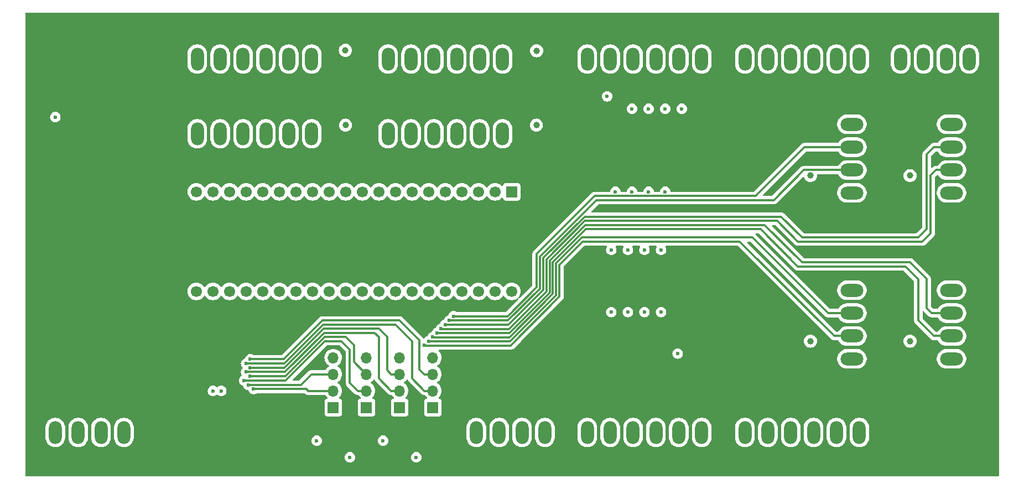
<source format=gbr>
%TF.GenerationSoftware,KiCad,Pcbnew,8.0.2*%
%TF.CreationDate,2024-06-18T22:48:14+02:00*%
%TF.ProjectId,radom-controller,7261646f-6d2d-4636-9f6e-74726f6c6c65,rev?*%
%TF.SameCoordinates,Original*%
%TF.FileFunction,Copper,L3,Inr*%
%TF.FilePolarity,Positive*%
%FSLAX46Y46*%
G04 Gerber Fmt 4.6, Leading zero omitted, Abs format (unit mm)*
G04 Created by KiCad (PCBNEW 8.0.2) date 2024-06-18 22:48:14*
%MOMM*%
%LPD*%
G01*
G04 APERTURE LIST*
%TA.AperFunction,ComponentPad*%
%ADD10O,2.000000X3.500000*%
%TD*%
%TA.AperFunction,ComponentPad*%
%ADD11O,3.500000X2.000000*%
%TD*%
%TA.AperFunction,ComponentPad*%
%ADD12R,1.700000X1.700000*%
%TD*%
%TA.AperFunction,ComponentPad*%
%ADD13C,1.700000*%
%TD*%
%TA.AperFunction,ComponentPad*%
%ADD14O,1.700000X1.700000*%
%TD*%
%TA.AperFunction,ViaPad*%
%ADD15C,1.000000*%
%TD*%
%TA.AperFunction,ViaPad*%
%ADD16C,0.600000*%
%TD*%
%TA.AperFunction,Conductor*%
%ADD17C,0.300000*%
%TD*%
G04 APERTURE END LIST*
D10*
%TO.N,Net-(J8-Pin_1)*%
%TO.C,J8*%
X124320000Y-82550000D03*
%TO.N,CS2*%
X120820000Y-82550000D03*
%TO.N,SCK*%
X117320000Y-82550000D03*
%TO.N,POCI*%
X113820000Y-82550000D03*
%TO.N,PICO*%
X110320000Y-82550000D03*
%TO.N,GND*%
X106820000Y-82550000D03*
%TD*%
%TO.N,GND*%
%TO.C,J10*%
X178930000Y-71120000D03*
%TO.N,Net-(J10-Pin_2)*%
X175430000Y-71120000D03*
%TO.N,GND*%
X171930000Y-71120000D03*
%TO.N,Net-(J10-Pin_4)*%
X168430000Y-71120000D03*
%TO.N,GND*%
X164930000Y-71120000D03*
%TO.N,Net-(J10-Pin_6)*%
X161430000Y-71120000D03*
%TD*%
%TO.N,Net-(J3-Pin_1)*%
%TO.C,J3*%
X137300000Y-128270000D03*
%TO.N,+5V*%
X140800000Y-128270000D03*
%TO.N,Net-(J3-Pin_3)*%
X144300000Y-128270000D03*
%TO.N,+5V*%
X147800000Y-128270000D03*
%TO.N,Net-(J3-Pin_5)*%
X151300000Y-128270000D03*
%TO.N,+5V*%
X154800000Y-128270000D03*
%TD*%
%TO.N,Net-(J4-Pin_1)*%
%TO.C,J4*%
X120310000Y-128270000D03*
%TO.N,+5V*%
X123810000Y-128270000D03*
%TO.N,Net-(J4-Pin_3)*%
X127310000Y-128270000D03*
%TO.N,+5V*%
X130810000Y-128270000D03*
%TD*%
%TO.N,Net-(J2-Pin_1)*%
%TO.C,J2*%
X161430000Y-128270000D03*
%TO.N,+5V*%
X164930000Y-128270000D03*
%TO.N,Net-(J2-Pin_3)*%
X168430000Y-128270000D03*
%TO.N,+5V*%
X171930000Y-128270000D03*
%TO.N,Net-(J2-Pin_5)*%
X175430000Y-128270000D03*
%TO.N,+5V*%
X178930000Y-128270000D03*
%TD*%
D11*
%TO.N,Net-(J12-Pin_1)*%
%TO.C,J12*%
X177800000Y-117010000D03*
%TO.N,OUT-SD0*%
X177800000Y-113510000D03*
%TO.N,OUT-SC0*%
X177800000Y-110010000D03*
%TO.N,GND*%
X177800000Y-106510000D03*
%TD*%
D12*
%TO.N,unconnected-(U3-VBAT-Pad1)*%
%TO.C,U3*%
X125730000Y-91440000D03*
D13*
%TO.N,AUX-IN3*%
X123190000Y-91440000D03*
%TO.N,AUX-IN4*%
X120650000Y-91440000D03*
%TO.N,AUX-IN5*%
X118110000Y-91440000D03*
%TO.N,unconnected-(U3-NRST-Pad5)*%
X115570000Y-91440000D03*
%TO.N,AUX-IN6*%
X113030000Y-91440000D03*
%TO.N,SW1-AZ*%
X110490000Y-91440000D03*
%TO.N,SW2-AZ*%
X107950000Y-91440000D03*
%TO.N,AUX-IN1*%
X105410000Y-91440000D03*
%TO.N,AUX-IN2*%
X102870000Y-91440000D03*
%TO.N,SCK*%
X100330000Y-91440000D03*
%TO.N,POCI*%
X97790000Y-91440000D03*
%TO.N,PICO*%
X95250000Y-91440000D03*
%TO.N,unconnected-(U3-PB0-Pad14)*%
X92710000Y-91440000D03*
%TO.N,unconnected-(U3-PB1-Pad15)*%
X90170000Y-91440000D03*
%TO.N,unconnected-(U3-PB2-Pad16)*%
X87630000Y-91440000D03*
%TO.N,unconnected-(U3-PB10-Pad17)*%
X85090000Y-91440000D03*
%TO.N,unconnected-(U3-3V3-Pad18)*%
X82550000Y-91440000D03*
%TO.N,GND*%
X80010000Y-91440000D03*
%TO.N,+5V*%
X77470000Y-91440000D03*
%TO.N,CS0*%
X77470000Y-106680000D03*
%TO.N,CS1*%
X80010000Y-106680000D03*
%TO.N,CS2*%
X82550000Y-106680000D03*
%TO.N,CS3*%
X85090000Y-106680000D03*
%TO.N,DIR-EL*%
X87630000Y-106680000D03*
%TO.N,STEP-EL*%
X90170000Y-106680000D03*
%TO.N,AUX-OUT1*%
X92710000Y-106680000D03*
%TO.N,AUX-OUT2*%
X95250000Y-106680000D03*
%TO.N,EN-AZ*%
X97790000Y-106680000D03*
%TO.N,DIR-AZ*%
X100330000Y-106680000D03*
%TO.N,STEP-AZ*%
X102870000Y-106680000D03*
%TO.N,EN-EL*%
X105410000Y-106680000D03*
%TO.N,unconnected-(U3-PB5-Pad33)*%
X107950000Y-106680000D03*
%TO.N,SCL*%
X110490000Y-106680000D03*
%TO.N,SDA*%
X113030000Y-106680000D03*
%TO.N,unconnected-(U3-PB8-Pad36)*%
X115570000Y-106680000D03*
%TO.N,unconnected-(U3-PB9-Pad37)*%
X118110000Y-106680000D03*
%TO.N,+5V*%
X120650000Y-106680000D03*
%TO.N,GND*%
X123190000Y-106680000D03*
%TO.N,unconnected-(U3-3V3-Pad40)*%
X125730000Y-106680000D03*
%TD*%
D10*
%TO.N,GND*%
%TO.C,J9*%
X154800000Y-71120000D03*
%TO.N,Net-(J9-Pin_2)*%
X151300000Y-71120000D03*
%TO.N,GND*%
X147800000Y-71120000D03*
%TO.N,Net-(J9-Pin_4)*%
X144300000Y-71120000D03*
%TO.N,GND*%
X140800000Y-71120000D03*
%TO.N,Net-(J9-Pin_6)*%
X137300000Y-71120000D03*
%TD*%
D11*
%TO.N,Net-(J16-Pin_1)*%
%TO.C,J16*%
X193040000Y-91610000D03*
%TO.N,OUT-SD2*%
X193040000Y-88110000D03*
%TO.N,OUT-SC2*%
X193040000Y-84610000D03*
%TO.N,GND*%
X193040000Y-81110000D03*
%TD*%
D10*
%TO.N,Net-(J6-Pin_1)*%
%TO.C,J6*%
X124320000Y-71120000D03*
%TO.N,CS0*%
X120820000Y-71120000D03*
%TO.N,SCK*%
X117320000Y-71120000D03*
%TO.N,POCI*%
X113820000Y-71120000D03*
%TO.N,PICO*%
X110320000Y-71120000D03*
%TO.N,GND*%
X106820000Y-71120000D03*
%TD*%
D12*
%TO.N,Net-(J13-Pin_1)*%
%TO.C,J13*%
X113665000Y-124460000D03*
D14*
%TO.N,OUT-SC4*%
X113665000Y-121920000D03*
%TO.N,OUT-SD4*%
X113665000Y-119380000D03*
%TO.N,GND*%
X113665000Y-116840000D03*
%TD*%
D10*
%TO.N,Net-(J5-Pin_1)*%
%TO.C,J5*%
X95110000Y-71120000D03*
%TO.N,CS1*%
X91610000Y-71120000D03*
%TO.N,SCK*%
X88110000Y-71120000D03*
%TO.N,POCI*%
X84610000Y-71120000D03*
%TO.N,PICO*%
X81110000Y-71120000D03*
%TO.N,GND*%
X77610000Y-71120000D03*
%TD*%
D11*
%TO.N,Net-(J14-Pin_1)*%
%TO.C,J14*%
X193040000Y-117010000D03*
%TO.N,OUT-SD1*%
X193040000Y-113510000D03*
%TO.N,OUT-SC1*%
X193040000Y-110010000D03*
%TO.N,GND*%
X193040000Y-106510000D03*
%TD*%
D12*
%TO.N,Net-(J17-Pin_1)*%
%TO.C,J17*%
X103505000Y-124460000D03*
D14*
%TO.N,OUT-SC6*%
X103505000Y-121920000D03*
%TO.N,OUT-SD6*%
X103505000Y-119380000D03*
%TO.N,GND*%
X103505000Y-116840000D03*
%TD*%
D11*
%TO.N,Net-(J18-Pin_1)*%
%TO.C,J18*%
X177800000Y-91610000D03*
%TO.N,OUT-SD3*%
X177800000Y-88110000D03*
%TO.N,OUT-SC3*%
X177800000Y-84610000D03*
%TO.N,GND*%
X177800000Y-81110000D03*
%TD*%
D12*
%TO.N,Net-(J15-Pin_1)*%
%TO.C,J15*%
X108585000Y-124460000D03*
D14*
%TO.N,OUT-SC5*%
X108585000Y-121920000D03*
%TO.N,OUT-SD5*%
X108585000Y-119380000D03*
%TO.N,GND*%
X108585000Y-116840000D03*
%TD*%
D10*
%TO.N,GND*%
%TO.C,J11*%
X195750000Y-71120000D03*
%TO.N,Net-(J11-Pin_2)*%
X192250000Y-71120000D03*
%TO.N,GND*%
X188750000Y-71120000D03*
%TO.N,Net-(J11-Pin_4)*%
X185250000Y-71120000D03*
%TD*%
%TO.N,GND*%
%TO.C,J1*%
X55880000Y-128270000D03*
X59380000Y-128270000D03*
%TO.N,+5V*%
X62880000Y-128270000D03*
X66380000Y-128270000D03*
%TD*%
%TO.N,Net-(J7-Pin_1)*%
%TO.C,J7*%
X95110000Y-82550000D03*
%TO.N,CS3*%
X91610000Y-82550000D03*
%TO.N,SCK*%
X88110000Y-82550000D03*
%TO.N,POCI*%
X84610000Y-82550000D03*
%TO.N,PICO*%
X81110000Y-82550000D03*
%TO.N,GND*%
X77610000Y-82550000D03*
%TD*%
D12*
%TO.N,Net-(J19-Pin_1)*%
%TO.C,J19*%
X98425000Y-124460000D03*
D14*
%TO.N,OUT-SC7*%
X98425000Y-121920000D03*
%TO.N,OUT-SD7*%
X98425000Y-119380000D03*
%TO.N,GND*%
X98425000Y-116840000D03*
%TD*%
D15*
%TO.N,+5V*%
X100270000Y-69790000D03*
X186690000Y-88960000D03*
D16*
X151130000Y-116205000D03*
D15*
X129510000Y-81250000D03*
X186690000Y-114300000D03*
D16*
X95885000Y-129540000D03*
D15*
X129540000Y-69850000D03*
D16*
X111125000Y-132080000D03*
X100965000Y-132080000D03*
X106045000Y-129540000D03*
D15*
X100300000Y-81250000D03*
X171450000Y-114300000D03*
X171450000Y-88960000D03*
D16*
X55880000Y-80010000D03*
X140335000Y-76835000D03*
D15*
%TO.N,+3.3V*%
X129480000Y-72450000D03*
X64135000Y-88900000D03*
D16*
X111125000Y-129540000D03*
X81280000Y-132080000D03*
X116205000Y-132080000D03*
D15*
X67564000Y-92075000D03*
X171450000Y-119380000D03*
X186690000Y-119380000D03*
X171450000Y-93980000D03*
X100330000Y-83820000D03*
X65405000Y-88900000D03*
D16*
X81280000Y-124225000D03*
D15*
X186690000Y-93980000D03*
D16*
X75535000Y-129510000D03*
X92075000Y-130175000D03*
D15*
X100330000Y-72390000D03*
D16*
X100965000Y-129540000D03*
X106045000Y-132080000D03*
X60960000Y-80010000D03*
D15*
X171450000Y-119380000D03*
X67564000Y-90805000D03*
D16*
X86965000Y-129510000D03*
D15*
X62865000Y-88900000D03*
X129510000Y-83850000D03*
D16*
%TO.N,OUT-SD0*%
X112395000Y-114950000D03*
%TO.N,OUT-SC0*%
X113030000Y-114315000D03*
%TO.N,OUT-SC4*%
X85090000Y-117725000D03*
%TO.N,OUT-SD4*%
X85725000Y-117075000D03*
%TO.N,OUT-SC1*%
X114300000Y-113045000D03*
%TO.N,OUT-SD1*%
X113665000Y-113680000D03*
%TO.N,OUT-SC5*%
X85090000Y-119025000D03*
%TO.N,OUT-SD5*%
X85725000Y-118375000D03*
%TO.N,OUT-SC2*%
X115555000Y-111775000D03*
%TO.N,OUT-SD2*%
X114935000Y-112410000D03*
%TO.N,OUT-SC6*%
X84765000Y-120325000D03*
%TO.N,OUT-SD6*%
X85725000Y-119675000D03*
%TO.N,OUT-SC3*%
X116840000Y-110475000D03*
%TO.N,OUT-SD3*%
X116205000Y-111125000D03*
%TO.N,OUT-SC7*%
X86227984Y-121625000D03*
%TO.N,OUT-SD7*%
X85415000Y-120975000D03*
%TO.N,AUX-IN3*%
X148590000Y-100330000D03*
%TO.N,AUX-IN1*%
X143510000Y-109855000D03*
%TO.N,AUX-IN6*%
X140970000Y-100330000D03*
%TO.N,AUX-IN2*%
X140970000Y-109855000D03*
%TO.N,AUX-IN4*%
X146050000Y-100330000D03*
%TO.N,SW1-AZ*%
X148590000Y-109855000D03*
%TO.N,SW2-AZ*%
X146050000Y-109855000D03*
%TO.N,AUX-IN5*%
X143510000Y-100330000D03*
%TO.N,EN-AZ*%
X141605000Y-91440000D03*
%TO.N,EN-EL*%
X149225000Y-91440000D03*
%TO.N,AUX-OUT1*%
X149225000Y-78740000D03*
%TO.N,DIR-AZ*%
X144145000Y-91440000D03*
%TO.N,SCL*%
X81280000Y-121920000D03*
%TO.N,SDA*%
X80010000Y-121920000D03*
%TO.N,STEP-AZ*%
X146685000Y-91440000D03*
%TO.N,STEP-EL*%
X146685000Y-78740000D03*
%TO.N,DIR-EL*%
X144145000Y-78740000D03*
%TO.N,AUX-OUT2*%
X151765000Y-78740000D03*
%TD*%
D17*
%TO.N,OUT-SD0*%
X112410000Y-114965000D02*
X125569749Y-114965000D01*
X133040000Y-102617106D02*
X136597106Y-99060000D01*
X125569749Y-114965000D02*
X133040000Y-107494749D01*
X133040000Y-107494749D02*
X133040000Y-102617106D01*
X136597106Y-99060000D02*
X160655000Y-99060000D01*
X160655000Y-99060000D02*
X175105000Y-113510000D01*
X175105000Y-113510000D02*
X177800000Y-113510000D01*
X112395000Y-114950000D02*
X112410000Y-114965000D01*
%TO.N,OUT-SC0*%
X132540000Y-102410000D02*
X136525000Y-98425000D01*
X113030000Y-114315000D02*
X113045000Y-114330000D01*
X136525000Y-98425000D02*
X162560000Y-98425000D01*
X132540000Y-107287642D02*
X132540000Y-102410000D01*
X125497642Y-114330000D02*
X132540000Y-107287642D01*
X162560000Y-98425000D02*
X174145000Y-110010000D01*
X174145000Y-110010000D02*
X177800000Y-110010000D01*
X113045000Y-114330000D02*
X125497642Y-114330000D01*
%TO.N,OUT-SC4*%
X85090000Y-117725000D02*
X90901575Y-117725000D01*
X110490000Y-120015000D02*
X112395000Y-121920000D01*
X96866575Y-111760000D02*
X107950000Y-111760000D01*
X90901575Y-117725000D02*
X96866575Y-111760000D01*
X112395000Y-121920000D02*
X113665000Y-121920000D01*
X107950000Y-111760000D02*
X110490000Y-114300000D01*
X110490000Y-114300000D02*
X110490000Y-120015000D01*
%TO.N,OUT-SD4*%
X111625000Y-114165000D02*
X108585000Y-111125000D01*
X113665000Y-119380000D02*
X112395000Y-119380000D01*
X108585000Y-111125000D02*
X96794469Y-111125000D01*
X96794469Y-111125000D02*
X90844469Y-117075000D01*
X112395000Y-119380000D02*
X111625000Y-118610000D01*
X90844469Y-117075000D02*
X85725000Y-117075000D01*
X111625000Y-118610000D02*
X111625000Y-114165000D01*
%TO.N,OUT-SC1*%
X114315000Y-113060000D02*
X125353428Y-113060000D01*
X131540000Y-106873428D02*
X131540000Y-101995787D01*
X137015787Y-96520000D02*
X164465000Y-96520000D01*
X170180000Y-102235000D02*
X186690000Y-102235000D01*
X131540000Y-101995787D02*
X137015787Y-96520000D01*
X189230000Y-109220000D02*
X190020000Y-110010000D01*
X189230000Y-104775000D02*
X189230000Y-109220000D01*
X186690000Y-102235000D02*
X189230000Y-104775000D01*
X190020000Y-110010000D02*
X193040000Y-110010000D01*
X125353428Y-113060000D02*
X131540000Y-106873428D01*
X114300000Y-113045000D02*
X114315000Y-113060000D01*
X164465000Y-96520000D02*
X170180000Y-102235000D01*
%TO.N,OUT-SD1*%
X113680000Y-113695000D02*
X125425535Y-113695000D01*
X187960000Y-111125000D02*
X190345000Y-113510000D01*
X113665000Y-113680000D02*
X113680000Y-113695000D01*
X163830000Y-97155000D02*
X169545000Y-102870000D01*
X185982894Y-102870000D02*
X187960000Y-104847106D01*
X125425535Y-113695000D02*
X132040000Y-107080535D01*
X132040000Y-102202893D02*
X137087893Y-97155000D01*
X137087893Y-97155000D02*
X163830000Y-97155000D01*
X187960000Y-104847106D02*
X187960000Y-111125000D01*
X190345000Y-113510000D02*
X193040000Y-113510000D01*
X169545000Y-102870000D02*
X185982894Y-102870000D01*
X132040000Y-107080535D02*
X132040000Y-102202893D01*
%TO.N,OUT-SC5*%
X85090000Y-119025000D02*
X91015787Y-119025000D01*
X91015787Y-119025000D02*
X97010787Y-113030000D01*
X105410000Y-113665000D02*
X105410000Y-120015000D01*
X105410000Y-120015000D02*
X107315000Y-121920000D01*
X104775000Y-113030000D02*
X105410000Y-113665000D01*
X97010787Y-113030000D02*
X104775000Y-113030000D01*
X107315000Y-121920000D02*
X108585000Y-121920000D01*
%TO.N,OUT-SD5*%
X107315000Y-119380000D02*
X108585000Y-119380000D01*
X96938681Y-112395000D02*
X105410000Y-112395000D01*
X105410000Y-112395000D02*
X106680000Y-113665000D01*
X85725000Y-118375000D02*
X90958681Y-118375000D01*
X106680000Y-118745000D02*
X107315000Y-119380000D01*
X90958681Y-118375000D02*
X96938681Y-112395000D01*
X106680000Y-113665000D02*
X106680000Y-118745000D01*
%TO.N,OUT-SC2*%
X189230000Y-85725000D02*
X190345000Y-84610000D01*
X187960000Y-98425000D02*
X189230000Y-97155000D01*
X190345000Y-84610000D02*
X193040000Y-84610000D01*
X167005000Y-95250000D02*
X170180000Y-98425000D01*
X115555000Y-111775000D02*
X125224214Y-111775000D01*
X130540000Y-101581575D02*
X136871575Y-95250000D01*
X170180000Y-98425000D02*
X187960000Y-98425000D01*
X136871575Y-95250000D02*
X167005000Y-95250000D01*
X130540000Y-106459214D02*
X130540000Y-101581575D01*
X189230000Y-97155000D02*
X189230000Y-85725000D01*
X125224214Y-111775000D02*
X130540000Y-106459214D01*
%TO.N,OUT-SD2*%
X188595000Y-99060000D02*
X189865000Y-97790000D01*
X136943681Y-95885000D02*
X166370000Y-95885000D01*
X169545000Y-99060000D02*
X188595000Y-99060000D01*
X131040000Y-101788681D02*
X136943681Y-95885000D01*
X190655000Y-88110000D02*
X193040000Y-88110000D01*
X114935000Y-112410000D02*
X114950000Y-112425000D01*
X125281321Y-112425000D02*
X131040000Y-106666321D01*
X114950000Y-112425000D02*
X125281321Y-112425000D01*
X131040000Y-106666321D02*
X131040000Y-101788681D01*
X189865000Y-97790000D02*
X189865000Y-88900000D01*
X189865000Y-88900000D02*
X190655000Y-88110000D01*
X166370000Y-95885000D02*
X169545000Y-99060000D01*
%TO.N,OUT-SC6*%
X97155000Y-114300000D02*
X99695000Y-114300000D01*
X100965000Y-120650000D02*
X102235000Y-121920000D01*
X99695000Y-114300000D02*
X100965000Y-115570000D01*
X102235000Y-121920000D02*
X103505000Y-121920000D01*
X100965000Y-115570000D02*
X100965000Y-120650000D01*
X91130000Y-120325000D02*
X97155000Y-114300000D01*
X84765000Y-120325000D02*
X91130000Y-120325000D01*
%TO.N,OUT-SD6*%
X97082893Y-113665000D02*
X100330000Y-113665000D01*
X91072893Y-119675000D02*
X97082893Y-113665000D01*
X101600000Y-117475000D02*
X103505000Y-119380000D01*
X101600000Y-114935000D02*
X101600000Y-117475000D01*
X85725000Y-119675000D02*
X91072893Y-119675000D01*
X100330000Y-113665000D02*
X101600000Y-114935000D01*
%TO.N,OUT-SC3*%
X125110000Y-110475000D02*
X129540000Y-106045000D01*
X138415000Y-92090000D02*
X163068000Y-92090000D01*
X163068000Y-92090000D02*
X170548000Y-84610000D01*
X129540000Y-100965000D02*
X138415000Y-92090000D01*
X116840000Y-110475000D02*
X125110000Y-110475000D01*
X170548000Y-84610000D02*
X177800000Y-84610000D01*
X129540000Y-106045000D02*
X129540000Y-100965000D01*
%TO.N,OUT-SD3*%
X116205000Y-111125000D02*
X116190000Y-111110000D01*
X165862000Y-92710000D02*
X170462000Y-88110000D01*
X130040000Y-101374469D02*
X138704469Y-92710000D01*
X170462000Y-88110000D02*
X177800000Y-88110000D01*
X125167107Y-111125000D02*
X130040000Y-106252107D01*
X138704469Y-92710000D02*
X165862000Y-92710000D01*
X130040000Y-106252107D02*
X130040000Y-101374469D01*
X116205000Y-111125000D02*
X125167107Y-111125000D01*
%TO.N,OUT-SC7*%
X94615000Y-121920000D02*
X98425000Y-121920000D01*
X86227984Y-121625000D02*
X94320000Y-121625000D01*
X94320000Y-121625000D02*
X94615000Y-121920000D01*
%TO.N,OUT-SD7*%
X85415000Y-120975000D02*
X93496250Y-120975000D01*
X93496250Y-120975000D02*
X95091250Y-119380000D01*
X95091250Y-119380000D02*
X98425000Y-119380000D01*
%TD*%
%TA.AperFunction,Conductor*%
%TO.N,+3.3V*%
G36*
X200242539Y-64020185D02*
G01*
X200288294Y-64072989D01*
X200299500Y-64124500D01*
X200299500Y-134875500D01*
X200279815Y-134942539D01*
X200227011Y-134988294D01*
X200175500Y-134999500D01*
X51424500Y-134999500D01*
X51357461Y-134979815D01*
X51311706Y-134927011D01*
X51300500Y-134875500D01*
X51300500Y-132079996D01*
X100159435Y-132079996D01*
X100159435Y-132080003D01*
X100179630Y-132259249D01*
X100179631Y-132259254D01*
X100239211Y-132429523D01*
X100335184Y-132582262D01*
X100462738Y-132709816D01*
X100615478Y-132805789D01*
X100785745Y-132865368D01*
X100785750Y-132865369D01*
X100964996Y-132885565D01*
X100965000Y-132885565D01*
X100965004Y-132885565D01*
X101144249Y-132865369D01*
X101144252Y-132865368D01*
X101144255Y-132865368D01*
X101314522Y-132805789D01*
X101467262Y-132709816D01*
X101594816Y-132582262D01*
X101690789Y-132429522D01*
X101750368Y-132259255D01*
X101770565Y-132080000D01*
X101770565Y-132079996D01*
X110319435Y-132079996D01*
X110319435Y-132080003D01*
X110339630Y-132259249D01*
X110339631Y-132259254D01*
X110399211Y-132429523D01*
X110495184Y-132582262D01*
X110622738Y-132709816D01*
X110775478Y-132805789D01*
X110945745Y-132865368D01*
X110945750Y-132865369D01*
X111124996Y-132885565D01*
X111125000Y-132885565D01*
X111125004Y-132885565D01*
X111304249Y-132865369D01*
X111304252Y-132865368D01*
X111304255Y-132865368D01*
X111474522Y-132805789D01*
X111627262Y-132709816D01*
X111754816Y-132582262D01*
X111850789Y-132429522D01*
X111910368Y-132259255D01*
X111930565Y-132080000D01*
X111910368Y-131900745D01*
X111850789Y-131730478D01*
X111754816Y-131577738D01*
X111627262Y-131450184D01*
X111474523Y-131354211D01*
X111304254Y-131294631D01*
X111304249Y-131294630D01*
X111125004Y-131274435D01*
X111124996Y-131274435D01*
X110945750Y-131294630D01*
X110945745Y-131294631D01*
X110775476Y-131354211D01*
X110622737Y-131450184D01*
X110495184Y-131577737D01*
X110399211Y-131730476D01*
X110339631Y-131900745D01*
X110339630Y-131900750D01*
X110319435Y-132079996D01*
X101770565Y-132079996D01*
X101750368Y-131900745D01*
X101690789Y-131730478D01*
X101594816Y-131577738D01*
X101467262Y-131450184D01*
X101314523Y-131354211D01*
X101144254Y-131294631D01*
X101144249Y-131294630D01*
X100965004Y-131274435D01*
X100964996Y-131274435D01*
X100785750Y-131294630D01*
X100785745Y-131294631D01*
X100615476Y-131354211D01*
X100462737Y-131450184D01*
X100335184Y-131577737D01*
X100239211Y-131730476D01*
X100179631Y-131900745D01*
X100179630Y-131900750D01*
X100159435Y-132079996D01*
X51300500Y-132079996D01*
X51300500Y-127401902D01*
X54379500Y-127401902D01*
X54379500Y-129138097D01*
X54416446Y-129371368D01*
X54489433Y-129595996D01*
X54596657Y-129806433D01*
X54735483Y-129997510D01*
X54902490Y-130164517D01*
X55093567Y-130303343D01*
X55192991Y-130354002D01*
X55304003Y-130410566D01*
X55304005Y-130410566D01*
X55304008Y-130410568D01*
X55424412Y-130449689D01*
X55528631Y-130483553D01*
X55761903Y-130520500D01*
X55761908Y-130520500D01*
X55998097Y-130520500D01*
X56231368Y-130483553D01*
X56455992Y-130410568D01*
X56666433Y-130303343D01*
X56857510Y-130164517D01*
X57024517Y-129997510D01*
X57163343Y-129806433D01*
X57270568Y-129595992D01*
X57343553Y-129371368D01*
X57345236Y-129360745D01*
X57380500Y-129138097D01*
X57380500Y-127401902D01*
X57879500Y-127401902D01*
X57879500Y-129138097D01*
X57916446Y-129371368D01*
X57989433Y-129595996D01*
X58096657Y-129806433D01*
X58235483Y-129997510D01*
X58402490Y-130164517D01*
X58593567Y-130303343D01*
X58692991Y-130354002D01*
X58804003Y-130410566D01*
X58804005Y-130410566D01*
X58804008Y-130410568D01*
X58924412Y-130449689D01*
X59028631Y-130483553D01*
X59261903Y-130520500D01*
X59261908Y-130520500D01*
X59498097Y-130520500D01*
X59731368Y-130483553D01*
X59955992Y-130410568D01*
X60166433Y-130303343D01*
X60357510Y-130164517D01*
X60524517Y-129997510D01*
X60663343Y-129806433D01*
X60770568Y-129595992D01*
X60843553Y-129371368D01*
X60845236Y-129360745D01*
X60880500Y-129138097D01*
X60880500Y-127401902D01*
X61379500Y-127401902D01*
X61379500Y-129138097D01*
X61416446Y-129371368D01*
X61489433Y-129595996D01*
X61596657Y-129806433D01*
X61735483Y-129997510D01*
X61902490Y-130164517D01*
X62093567Y-130303343D01*
X62192991Y-130354002D01*
X62304003Y-130410566D01*
X62304005Y-130410566D01*
X62304008Y-130410568D01*
X62424412Y-130449689D01*
X62528631Y-130483553D01*
X62761903Y-130520500D01*
X62761908Y-130520500D01*
X62998097Y-130520500D01*
X63231368Y-130483553D01*
X63455992Y-130410568D01*
X63666433Y-130303343D01*
X63857510Y-130164517D01*
X64024517Y-129997510D01*
X64163343Y-129806433D01*
X64270568Y-129595992D01*
X64343553Y-129371368D01*
X64345236Y-129360745D01*
X64380500Y-129138097D01*
X64380500Y-127401902D01*
X64879500Y-127401902D01*
X64879500Y-129138097D01*
X64916446Y-129371368D01*
X64989433Y-129595996D01*
X65096657Y-129806433D01*
X65235483Y-129997510D01*
X65402490Y-130164517D01*
X65593567Y-130303343D01*
X65692991Y-130354002D01*
X65804003Y-130410566D01*
X65804005Y-130410566D01*
X65804008Y-130410568D01*
X65924412Y-130449689D01*
X66028631Y-130483553D01*
X66261903Y-130520500D01*
X66261908Y-130520500D01*
X66498097Y-130520500D01*
X66731368Y-130483553D01*
X66955992Y-130410568D01*
X67166433Y-130303343D01*
X67357510Y-130164517D01*
X67524517Y-129997510D01*
X67663343Y-129806433D01*
X67770568Y-129595992D01*
X67788762Y-129539996D01*
X95079435Y-129539996D01*
X95079435Y-129540003D01*
X95099630Y-129719249D01*
X95099631Y-129719254D01*
X95159211Y-129889523D01*
X95255184Y-130042262D01*
X95382738Y-130169816D01*
X95535478Y-130265789D01*
X95642801Y-130303343D01*
X95705745Y-130325368D01*
X95705750Y-130325369D01*
X95884996Y-130345565D01*
X95885000Y-130345565D01*
X95885004Y-130345565D01*
X96064249Y-130325369D01*
X96064252Y-130325368D01*
X96064255Y-130325368D01*
X96234522Y-130265789D01*
X96387262Y-130169816D01*
X96514816Y-130042262D01*
X96610789Y-129889522D01*
X96670368Y-129719255D01*
X96684256Y-129595996D01*
X96690565Y-129540003D01*
X96690565Y-129539996D01*
X105239435Y-129539996D01*
X105239435Y-129540003D01*
X105259630Y-129719249D01*
X105259631Y-129719254D01*
X105319211Y-129889523D01*
X105415184Y-130042262D01*
X105542738Y-130169816D01*
X105695478Y-130265789D01*
X105802801Y-130303343D01*
X105865745Y-130325368D01*
X105865750Y-130325369D01*
X106044996Y-130345565D01*
X106045000Y-130345565D01*
X106045004Y-130345565D01*
X106224249Y-130325369D01*
X106224252Y-130325368D01*
X106224255Y-130325368D01*
X106394522Y-130265789D01*
X106547262Y-130169816D01*
X106674816Y-130042262D01*
X106770789Y-129889522D01*
X106830368Y-129719255D01*
X106844256Y-129595996D01*
X106850565Y-129540003D01*
X106850565Y-129539996D01*
X106830369Y-129360750D01*
X106830368Y-129360745D01*
X106770788Y-129190476D01*
X106674815Y-129037737D01*
X106547262Y-128910184D01*
X106394523Y-128814211D01*
X106224254Y-128754631D01*
X106224249Y-128754630D01*
X106045004Y-128734435D01*
X106044996Y-128734435D01*
X105865750Y-128754630D01*
X105865745Y-128754631D01*
X105695476Y-128814211D01*
X105542737Y-128910184D01*
X105415184Y-129037737D01*
X105319211Y-129190476D01*
X105259631Y-129360745D01*
X105259630Y-129360750D01*
X105239435Y-129539996D01*
X96690565Y-129539996D01*
X96670369Y-129360750D01*
X96670368Y-129360745D01*
X96610788Y-129190476D01*
X96514815Y-129037737D01*
X96387262Y-128910184D01*
X96234523Y-128814211D01*
X96064254Y-128754631D01*
X96064249Y-128754630D01*
X95885004Y-128734435D01*
X95884996Y-128734435D01*
X95705750Y-128754630D01*
X95705745Y-128754631D01*
X95535476Y-128814211D01*
X95382737Y-128910184D01*
X95255184Y-129037737D01*
X95159211Y-129190476D01*
X95099631Y-129360745D01*
X95099630Y-129360750D01*
X95079435Y-129539996D01*
X67788762Y-129539996D01*
X67843553Y-129371368D01*
X67845236Y-129360745D01*
X67880500Y-129138097D01*
X67880500Y-127401902D01*
X118809500Y-127401902D01*
X118809500Y-129138097D01*
X118846446Y-129371368D01*
X118919433Y-129595996D01*
X119026657Y-129806433D01*
X119165483Y-129997510D01*
X119332490Y-130164517D01*
X119523567Y-130303343D01*
X119622991Y-130354002D01*
X119734003Y-130410566D01*
X119734005Y-130410566D01*
X119734008Y-130410568D01*
X119854412Y-130449689D01*
X119958631Y-130483553D01*
X120191903Y-130520500D01*
X120191908Y-130520500D01*
X120428097Y-130520500D01*
X120661368Y-130483553D01*
X120885992Y-130410568D01*
X121096433Y-130303343D01*
X121287510Y-130164517D01*
X121454517Y-129997510D01*
X121593343Y-129806433D01*
X121700568Y-129595992D01*
X121773553Y-129371368D01*
X121775236Y-129360745D01*
X121810500Y-129138097D01*
X121810500Y-127401902D01*
X122309500Y-127401902D01*
X122309500Y-129138097D01*
X122346446Y-129371368D01*
X122419433Y-129595996D01*
X122526657Y-129806433D01*
X122665483Y-129997510D01*
X122832490Y-130164517D01*
X123023567Y-130303343D01*
X123122991Y-130354002D01*
X123234003Y-130410566D01*
X123234005Y-130410566D01*
X123234008Y-130410568D01*
X123354412Y-130449689D01*
X123458631Y-130483553D01*
X123691903Y-130520500D01*
X123691908Y-130520500D01*
X123928097Y-130520500D01*
X124161368Y-130483553D01*
X124385992Y-130410568D01*
X124596433Y-130303343D01*
X124787510Y-130164517D01*
X124954517Y-129997510D01*
X125093343Y-129806433D01*
X125200568Y-129595992D01*
X125273553Y-129371368D01*
X125275236Y-129360745D01*
X125310500Y-129138097D01*
X125310500Y-127401902D01*
X125809500Y-127401902D01*
X125809500Y-129138097D01*
X125846446Y-129371368D01*
X125919433Y-129595996D01*
X126026657Y-129806433D01*
X126165483Y-129997510D01*
X126332490Y-130164517D01*
X126523567Y-130303343D01*
X126622991Y-130354002D01*
X126734003Y-130410566D01*
X126734005Y-130410566D01*
X126734008Y-130410568D01*
X126854412Y-130449689D01*
X126958631Y-130483553D01*
X127191903Y-130520500D01*
X127191908Y-130520500D01*
X127428097Y-130520500D01*
X127661368Y-130483553D01*
X127885992Y-130410568D01*
X128096433Y-130303343D01*
X128287510Y-130164517D01*
X128454517Y-129997510D01*
X128593343Y-129806433D01*
X128700568Y-129595992D01*
X128773553Y-129371368D01*
X128775236Y-129360745D01*
X128810500Y-129138097D01*
X128810500Y-127401902D01*
X129309500Y-127401902D01*
X129309500Y-129138097D01*
X129346446Y-129371368D01*
X129419433Y-129595996D01*
X129526657Y-129806433D01*
X129665483Y-129997510D01*
X129832490Y-130164517D01*
X130023567Y-130303343D01*
X130122991Y-130354002D01*
X130234003Y-130410566D01*
X130234005Y-130410566D01*
X130234008Y-130410568D01*
X130354412Y-130449689D01*
X130458631Y-130483553D01*
X130691903Y-130520500D01*
X130691908Y-130520500D01*
X130928097Y-130520500D01*
X131161368Y-130483553D01*
X131385992Y-130410568D01*
X131596433Y-130303343D01*
X131787510Y-130164517D01*
X131954517Y-129997510D01*
X132093343Y-129806433D01*
X132200568Y-129595992D01*
X132273553Y-129371368D01*
X132275236Y-129360745D01*
X132310500Y-129138097D01*
X132310500Y-127401902D01*
X135799500Y-127401902D01*
X135799500Y-129138097D01*
X135836446Y-129371368D01*
X135909433Y-129595996D01*
X136016657Y-129806433D01*
X136155483Y-129997510D01*
X136322490Y-130164517D01*
X136513567Y-130303343D01*
X136612991Y-130354002D01*
X136724003Y-130410566D01*
X136724005Y-130410566D01*
X136724008Y-130410568D01*
X136844412Y-130449689D01*
X136948631Y-130483553D01*
X137181903Y-130520500D01*
X137181908Y-130520500D01*
X137418097Y-130520500D01*
X137651368Y-130483553D01*
X137875992Y-130410568D01*
X138086433Y-130303343D01*
X138277510Y-130164517D01*
X138444517Y-129997510D01*
X138583343Y-129806433D01*
X138690568Y-129595992D01*
X138763553Y-129371368D01*
X138765236Y-129360745D01*
X138800500Y-129138097D01*
X138800500Y-127401902D01*
X139299500Y-127401902D01*
X139299500Y-129138097D01*
X139336446Y-129371368D01*
X139409433Y-129595996D01*
X139516657Y-129806433D01*
X139655483Y-129997510D01*
X139822490Y-130164517D01*
X140013567Y-130303343D01*
X140112991Y-130354002D01*
X140224003Y-130410566D01*
X140224005Y-130410566D01*
X140224008Y-130410568D01*
X140344412Y-130449689D01*
X140448631Y-130483553D01*
X140681903Y-130520500D01*
X140681908Y-130520500D01*
X140918097Y-130520500D01*
X141151368Y-130483553D01*
X141375992Y-130410568D01*
X141586433Y-130303343D01*
X141777510Y-130164517D01*
X141944517Y-129997510D01*
X142083343Y-129806433D01*
X142190568Y-129595992D01*
X142263553Y-129371368D01*
X142265236Y-129360745D01*
X142300500Y-129138097D01*
X142300500Y-127401902D01*
X142799500Y-127401902D01*
X142799500Y-129138097D01*
X142836446Y-129371368D01*
X142909433Y-129595996D01*
X143016657Y-129806433D01*
X143155483Y-129997510D01*
X143322490Y-130164517D01*
X143513567Y-130303343D01*
X143612991Y-130354002D01*
X143724003Y-130410566D01*
X143724005Y-130410566D01*
X143724008Y-130410568D01*
X143844412Y-130449689D01*
X143948631Y-130483553D01*
X144181903Y-130520500D01*
X144181908Y-130520500D01*
X144418097Y-130520500D01*
X144651368Y-130483553D01*
X144875992Y-130410568D01*
X145086433Y-130303343D01*
X145277510Y-130164517D01*
X145444517Y-129997510D01*
X145583343Y-129806433D01*
X145690568Y-129595992D01*
X145763553Y-129371368D01*
X145765236Y-129360745D01*
X145800500Y-129138097D01*
X145800500Y-127401902D01*
X146299500Y-127401902D01*
X146299500Y-129138097D01*
X146336446Y-129371368D01*
X146409433Y-129595996D01*
X146516657Y-129806433D01*
X146655483Y-129997510D01*
X146822490Y-130164517D01*
X147013567Y-130303343D01*
X147112991Y-130354002D01*
X147224003Y-130410566D01*
X147224005Y-130410566D01*
X147224008Y-130410568D01*
X147344412Y-130449689D01*
X147448631Y-130483553D01*
X147681903Y-130520500D01*
X147681908Y-130520500D01*
X147918097Y-130520500D01*
X148151368Y-130483553D01*
X148375992Y-130410568D01*
X148586433Y-130303343D01*
X148777510Y-130164517D01*
X148944517Y-129997510D01*
X149083343Y-129806433D01*
X149190568Y-129595992D01*
X149263553Y-129371368D01*
X149265236Y-129360745D01*
X149300500Y-129138097D01*
X149300500Y-127401902D01*
X149799500Y-127401902D01*
X149799500Y-129138097D01*
X149836446Y-129371368D01*
X149909433Y-129595996D01*
X150016657Y-129806433D01*
X150155483Y-129997510D01*
X150322490Y-130164517D01*
X150513567Y-130303343D01*
X150612991Y-130354002D01*
X150724003Y-130410566D01*
X150724005Y-130410566D01*
X150724008Y-130410568D01*
X150844412Y-130449689D01*
X150948631Y-130483553D01*
X151181903Y-130520500D01*
X151181908Y-130520500D01*
X151418097Y-130520500D01*
X151651368Y-130483553D01*
X151875992Y-130410568D01*
X152086433Y-130303343D01*
X152277510Y-130164517D01*
X152444517Y-129997510D01*
X152583343Y-129806433D01*
X152690568Y-129595992D01*
X152763553Y-129371368D01*
X152765236Y-129360745D01*
X152800500Y-129138097D01*
X152800500Y-127401902D01*
X153299500Y-127401902D01*
X153299500Y-129138097D01*
X153336446Y-129371368D01*
X153409433Y-129595996D01*
X153516657Y-129806433D01*
X153655483Y-129997510D01*
X153822490Y-130164517D01*
X154013567Y-130303343D01*
X154112991Y-130354002D01*
X154224003Y-130410566D01*
X154224005Y-130410566D01*
X154224008Y-130410568D01*
X154344412Y-130449689D01*
X154448631Y-130483553D01*
X154681903Y-130520500D01*
X154681908Y-130520500D01*
X154918097Y-130520500D01*
X155151368Y-130483553D01*
X155375992Y-130410568D01*
X155586433Y-130303343D01*
X155777510Y-130164517D01*
X155944517Y-129997510D01*
X156083343Y-129806433D01*
X156190568Y-129595992D01*
X156263553Y-129371368D01*
X156265236Y-129360745D01*
X156300500Y-129138097D01*
X156300500Y-127401902D01*
X159929500Y-127401902D01*
X159929500Y-129138097D01*
X159966446Y-129371368D01*
X160039433Y-129595996D01*
X160146657Y-129806433D01*
X160285483Y-129997510D01*
X160452490Y-130164517D01*
X160643567Y-130303343D01*
X160742991Y-130354002D01*
X160854003Y-130410566D01*
X160854005Y-130410566D01*
X160854008Y-130410568D01*
X160974412Y-130449689D01*
X161078631Y-130483553D01*
X161311903Y-130520500D01*
X161311908Y-130520500D01*
X161548097Y-130520500D01*
X161781368Y-130483553D01*
X162005992Y-130410568D01*
X162216433Y-130303343D01*
X162407510Y-130164517D01*
X162574517Y-129997510D01*
X162713343Y-129806433D01*
X162820568Y-129595992D01*
X162893553Y-129371368D01*
X162895236Y-129360745D01*
X162930500Y-129138097D01*
X162930500Y-127401902D01*
X163429500Y-127401902D01*
X163429500Y-129138097D01*
X163466446Y-129371368D01*
X163539433Y-129595996D01*
X163646657Y-129806433D01*
X163785483Y-129997510D01*
X163952490Y-130164517D01*
X164143567Y-130303343D01*
X164242991Y-130354002D01*
X164354003Y-130410566D01*
X164354005Y-130410566D01*
X164354008Y-130410568D01*
X164474412Y-130449689D01*
X164578631Y-130483553D01*
X164811903Y-130520500D01*
X164811908Y-130520500D01*
X165048097Y-130520500D01*
X165281368Y-130483553D01*
X165505992Y-130410568D01*
X165716433Y-130303343D01*
X165907510Y-130164517D01*
X166074517Y-129997510D01*
X166213343Y-129806433D01*
X166320568Y-129595992D01*
X166393553Y-129371368D01*
X166395236Y-129360745D01*
X166430500Y-129138097D01*
X166430500Y-127401902D01*
X166929500Y-127401902D01*
X166929500Y-129138097D01*
X166966446Y-129371368D01*
X167039433Y-129595996D01*
X167146657Y-129806433D01*
X167285483Y-129997510D01*
X167452490Y-130164517D01*
X167643567Y-130303343D01*
X167742991Y-130354002D01*
X167854003Y-130410566D01*
X167854005Y-130410566D01*
X167854008Y-130410568D01*
X167974412Y-130449689D01*
X168078631Y-130483553D01*
X168311903Y-130520500D01*
X168311908Y-130520500D01*
X168548097Y-130520500D01*
X168781368Y-130483553D01*
X169005992Y-130410568D01*
X169216433Y-130303343D01*
X169407510Y-130164517D01*
X169574517Y-129997510D01*
X169713343Y-129806433D01*
X169820568Y-129595992D01*
X169893553Y-129371368D01*
X169895236Y-129360745D01*
X169930500Y-129138097D01*
X169930500Y-127401902D01*
X170429500Y-127401902D01*
X170429500Y-129138097D01*
X170466446Y-129371368D01*
X170539433Y-129595996D01*
X170646657Y-129806433D01*
X170785483Y-129997510D01*
X170952490Y-130164517D01*
X171143567Y-130303343D01*
X171242991Y-130354002D01*
X171354003Y-130410566D01*
X171354005Y-130410566D01*
X171354008Y-130410568D01*
X171474412Y-130449689D01*
X171578631Y-130483553D01*
X171811903Y-130520500D01*
X171811908Y-130520500D01*
X172048097Y-130520500D01*
X172281368Y-130483553D01*
X172505992Y-130410568D01*
X172716433Y-130303343D01*
X172907510Y-130164517D01*
X173074517Y-129997510D01*
X173213343Y-129806433D01*
X173320568Y-129595992D01*
X173393553Y-129371368D01*
X173395236Y-129360745D01*
X173430500Y-129138097D01*
X173430500Y-127401902D01*
X173929500Y-127401902D01*
X173929500Y-129138097D01*
X173966446Y-129371368D01*
X174039433Y-129595996D01*
X174146657Y-129806433D01*
X174285483Y-129997510D01*
X174452490Y-130164517D01*
X174643567Y-130303343D01*
X174742991Y-130354002D01*
X174854003Y-130410566D01*
X174854005Y-130410566D01*
X174854008Y-130410568D01*
X174974412Y-130449689D01*
X175078631Y-130483553D01*
X175311903Y-130520500D01*
X175311908Y-130520500D01*
X175548097Y-130520500D01*
X175781368Y-130483553D01*
X176005992Y-130410568D01*
X176216433Y-130303343D01*
X176407510Y-130164517D01*
X176574517Y-129997510D01*
X176713343Y-129806433D01*
X176820568Y-129595992D01*
X176893553Y-129371368D01*
X176895236Y-129360745D01*
X176930500Y-129138097D01*
X176930500Y-127401902D01*
X177429500Y-127401902D01*
X177429500Y-129138097D01*
X177466446Y-129371368D01*
X177539433Y-129595996D01*
X177646657Y-129806433D01*
X177785483Y-129997510D01*
X177952490Y-130164517D01*
X178143567Y-130303343D01*
X178242991Y-130354002D01*
X178354003Y-130410566D01*
X178354005Y-130410566D01*
X178354008Y-130410568D01*
X178474412Y-130449689D01*
X178578631Y-130483553D01*
X178811903Y-130520500D01*
X178811908Y-130520500D01*
X179048097Y-130520500D01*
X179281368Y-130483553D01*
X179505992Y-130410568D01*
X179716433Y-130303343D01*
X179907510Y-130164517D01*
X180074517Y-129997510D01*
X180213343Y-129806433D01*
X180320568Y-129595992D01*
X180393553Y-129371368D01*
X180395236Y-129360745D01*
X180430500Y-129138097D01*
X180430500Y-127401902D01*
X180393553Y-127168631D01*
X180320566Y-126944003D01*
X180213342Y-126733566D01*
X180074517Y-126542490D01*
X179907510Y-126375483D01*
X179716433Y-126236657D01*
X179505996Y-126129433D01*
X179281368Y-126056446D01*
X179048097Y-126019500D01*
X179048092Y-126019500D01*
X178811908Y-126019500D01*
X178811903Y-126019500D01*
X178578631Y-126056446D01*
X178354003Y-126129433D01*
X178143566Y-126236657D01*
X178034550Y-126315862D01*
X177952490Y-126375483D01*
X177952488Y-126375485D01*
X177952487Y-126375485D01*
X177785485Y-126542487D01*
X177785485Y-126542488D01*
X177785483Y-126542490D01*
X177725862Y-126624550D01*
X177646657Y-126733566D01*
X177539433Y-126944003D01*
X177466446Y-127168631D01*
X177429500Y-127401902D01*
X176930500Y-127401902D01*
X176893553Y-127168631D01*
X176820566Y-126944003D01*
X176713342Y-126733566D01*
X176574517Y-126542490D01*
X176407510Y-126375483D01*
X176216433Y-126236657D01*
X176005996Y-126129433D01*
X175781368Y-126056446D01*
X175548097Y-126019500D01*
X175548092Y-126019500D01*
X175311908Y-126019500D01*
X175311903Y-126019500D01*
X175078631Y-126056446D01*
X174854003Y-126129433D01*
X174643566Y-126236657D01*
X174534550Y-126315862D01*
X174452490Y-126375483D01*
X174452488Y-126375485D01*
X174452487Y-126375485D01*
X174285485Y-126542487D01*
X174285485Y-126542488D01*
X174285483Y-126542490D01*
X174225862Y-126624550D01*
X174146657Y-126733566D01*
X174039433Y-126944003D01*
X173966446Y-127168631D01*
X173929500Y-127401902D01*
X173430500Y-127401902D01*
X173393553Y-127168631D01*
X173320566Y-126944003D01*
X173213342Y-126733566D01*
X173074517Y-126542490D01*
X172907510Y-126375483D01*
X172716433Y-126236657D01*
X172505996Y-126129433D01*
X172281368Y-126056446D01*
X172048097Y-126019500D01*
X172048092Y-126019500D01*
X171811908Y-126019500D01*
X171811903Y-126019500D01*
X171578631Y-126056446D01*
X171354003Y-126129433D01*
X171143566Y-126236657D01*
X171034550Y-126315862D01*
X170952490Y-126375483D01*
X170952488Y-126375485D01*
X170952487Y-126375485D01*
X170785485Y-126542487D01*
X170785485Y-126542488D01*
X170785483Y-126542490D01*
X170725862Y-126624550D01*
X170646657Y-126733566D01*
X170539433Y-126944003D01*
X170466446Y-127168631D01*
X170429500Y-127401902D01*
X169930500Y-127401902D01*
X169893553Y-127168631D01*
X169820566Y-126944003D01*
X169713342Y-126733566D01*
X169574517Y-126542490D01*
X169407510Y-126375483D01*
X169216433Y-126236657D01*
X169005996Y-126129433D01*
X168781368Y-126056446D01*
X168548097Y-126019500D01*
X168548092Y-126019500D01*
X168311908Y-126019500D01*
X168311903Y-126019500D01*
X168078631Y-126056446D01*
X167854003Y-126129433D01*
X167643566Y-126236657D01*
X167534550Y-126315862D01*
X167452490Y-126375483D01*
X167452488Y-126375485D01*
X167452487Y-126375485D01*
X167285485Y-126542487D01*
X167285485Y-126542488D01*
X167285483Y-126542490D01*
X167225862Y-126624550D01*
X167146657Y-126733566D01*
X167039433Y-126944003D01*
X166966446Y-127168631D01*
X166929500Y-127401902D01*
X166430500Y-127401902D01*
X166393553Y-127168631D01*
X166320566Y-126944003D01*
X166213342Y-126733566D01*
X166074517Y-126542490D01*
X165907510Y-126375483D01*
X165716433Y-126236657D01*
X165505996Y-126129433D01*
X165281368Y-126056446D01*
X165048097Y-126019500D01*
X165048092Y-126019500D01*
X164811908Y-126019500D01*
X164811903Y-126019500D01*
X164578631Y-126056446D01*
X164354003Y-126129433D01*
X164143566Y-126236657D01*
X164034550Y-126315862D01*
X163952490Y-126375483D01*
X163952488Y-126375485D01*
X163952487Y-126375485D01*
X163785485Y-126542487D01*
X163785485Y-126542488D01*
X163785483Y-126542490D01*
X163725862Y-126624550D01*
X163646657Y-126733566D01*
X163539433Y-126944003D01*
X163466446Y-127168631D01*
X163429500Y-127401902D01*
X162930500Y-127401902D01*
X162893553Y-127168631D01*
X162820566Y-126944003D01*
X162713342Y-126733566D01*
X162574517Y-126542490D01*
X162407510Y-126375483D01*
X162216433Y-126236657D01*
X162005996Y-126129433D01*
X161781368Y-126056446D01*
X161548097Y-126019500D01*
X161548092Y-126019500D01*
X161311908Y-126019500D01*
X161311903Y-126019500D01*
X161078631Y-126056446D01*
X160854003Y-126129433D01*
X160643566Y-126236657D01*
X160534550Y-126315862D01*
X160452490Y-126375483D01*
X160452488Y-126375485D01*
X160452487Y-126375485D01*
X160285485Y-126542487D01*
X160285485Y-126542488D01*
X160285483Y-126542490D01*
X160225862Y-126624550D01*
X160146657Y-126733566D01*
X160039433Y-126944003D01*
X159966446Y-127168631D01*
X159929500Y-127401902D01*
X156300500Y-127401902D01*
X156263553Y-127168631D01*
X156190566Y-126944003D01*
X156083342Y-126733566D01*
X155944517Y-126542490D01*
X155777510Y-126375483D01*
X155586433Y-126236657D01*
X155375996Y-126129433D01*
X155151368Y-126056446D01*
X154918097Y-126019500D01*
X154918092Y-126019500D01*
X154681908Y-126019500D01*
X154681903Y-126019500D01*
X154448631Y-126056446D01*
X154224003Y-126129433D01*
X154013566Y-126236657D01*
X153904550Y-126315862D01*
X153822490Y-126375483D01*
X153822488Y-126375485D01*
X153822487Y-126375485D01*
X153655485Y-126542487D01*
X153655485Y-126542488D01*
X153655483Y-126542490D01*
X153595862Y-126624550D01*
X153516657Y-126733566D01*
X153409433Y-126944003D01*
X153336446Y-127168631D01*
X153299500Y-127401902D01*
X152800500Y-127401902D01*
X152763553Y-127168631D01*
X152690566Y-126944003D01*
X152583342Y-126733566D01*
X152444517Y-126542490D01*
X152277510Y-126375483D01*
X152086433Y-126236657D01*
X151875996Y-126129433D01*
X151651368Y-126056446D01*
X151418097Y-126019500D01*
X151418092Y-126019500D01*
X151181908Y-126019500D01*
X151181903Y-126019500D01*
X150948631Y-126056446D01*
X150724003Y-126129433D01*
X150513566Y-126236657D01*
X150404550Y-126315862D01*
X150322490Y-126375483D01*
X150322488Y-126375485D01*
X150322487Y-126375485D01*
X150155485Y-126542487D01*
X150155485Y-126542488D01*
X150155483Y-126542490D01*
X150095862Y-126624550D01*
X150016657Y-126733566D01*
X149909433Y-126944003D01*
X149836446Y-127168631D01*
X149799500Y-127401902D01*
X149300500Y-127401902D01*
X149263553Y-127168631D01*
X149190566Y-126944003D01*
X149083342Y-126733566D01*
X148944517Y-126542490D01*
X148777510Y-126375483D01*
X148586433Y-126236657D01*
X148375996Y-126129433D01*
X148151368Y-126056446D01*
X147918097Y-126019500D01*
X147918092Y-126019500D01*
X147681908Y-126019500D01*
X147681903Y-126019500D01*
X147448631Y-126056446D01*
X147224003Y-126129433D01*
X147013566Y-126236657D01*
X146904550Y-126315862D01*
X146822490Y-126375483D01*
X146822488Y-126375485D01*
X146822487Y-126375485D01*
X146655485Y-126542487D01*
X146655485Y-126542488D01*
X146655483Y-126542490D01*
X146595862Y-126624550D01*
X146516657Y-126733566D01*
X146409433Y-126944003D01*
X146336446Y-127168631D01*
X146299500Y-127401902D01*
X145800500Y-127401902D01*
X145763553Y-127168631D01*
X145690566Y-126944003D01*
X145583342Y-126733566D01*
X145444517Y-126542490D01*
X145277510Y-126375483D01*
X145086433Y-126236657D01*
X144875996Y-126129433D01*
X144651368Y-126056446D01*
X144418097Y-126019500D01*
X144418092Y-126019500D01*
X144181908Y-126019500D01*
X144181903Y-126019500D01*
X143948631Y-126056446D01*
X143724003Y-126129433D01*
X143513566Y-126236657D01*
X143404550Y-126315862D01*
X143322490Y-126375483D01*
X143322488Y-126375485D01*
X143322487Y-126375485D01*
X143155485Y-126542487D01*
X143155485Y-126542488D01*
X143155483Y-126542490D01*
X143095862Y-126624550D01*
X143016657Y-126733566D01*
X142909433Y-126944003D01*
X142836446Y-127168631D01*
X142799500Y-127401902D01*
X142300500Y-127401902D01*
X142263553Y-127168631D01*
X142190566Y-126944003D01*
X142083342Y-126733566D01*
X141944517Y-126542490D01*
X141777510Y-126375483D01*
X141586433Y-126236657D01*
X141375996Y-126129433D01*
X141151368Y-126056446D01*
X140918097Y-126019500D01*
X140918092Y-126019500D01*
X140681908Y-126019500D01*
X140681903Y-126019500D01*
X140448631Y-126056446D01*
X140224003Y-126129433D01*
X140013566Y-126236657D01*
X139904550Y-126315862D01*
X139822490Y-126375483D01*
X139822488Y-126375485D01*
X139822487Y-126375485D01*
X139655485Y-126542487D01*
X139655485Y-126542488D01*
X139655483Y-126542490D01*
X139595862Y-126624550D01*
X139516657Y-126733566D01*
X139409433Y-126944003D01*
X139336446Y-127168631D01*
X139299500Y-127401902D01*
X138800500Y-127401902D01*
X138763553Y-127168631D01*
X138690566Y-126944003D01*
X138583342Y-126733566D01*
X138444517Y-126542490D01*
X138277510Y-126375483D01*
X138086433Y-126236657D01*
X137875996Y-126129433D01*
X137651368Y-126056446D01*
X137418097Y-126019500D01*
X137418092Y-126019500D01*
X137181908Y-126019500D01*
X137181903Y-126019500D01*
X136948631Y-126056446D01*
X136724003Y-126129433D01*
X136513566Y-126236657D01*
X136404550Y-126315862D01*
X136322490Y-126375483D01*
X136322488Y-126375485D01*
X136322487Y-126375485D01*
X136155485Y-126542487D01*
X136155485Y-126542488D01*
X136155483Y-126542490D01*
X136095862Y-126624550D01*
X136016657Y-126733566D01*
X135909433Y-126944003D01*
X135836446Y-127168631D01*
X135799500Y-127401902D01*
X132310500Y-127401902D01*
X132273553Y-127168631D01*
X132200566Y-126944003D01*
X132093342Y-126733566D01*
X131954517Y-126542490D01*
X131787510Y-126375483D01*
X131596433Y-126236657D01*
X131385996Y-126129433D01*
X131161368Y-126056446D01*
X130928097Y-126019500D01*
X130928092Y-126019500D01*
X130691908Y-126019500D01*
X130691903Y-126019500D01*
X130458631Y-126056446D01*
X130234003Y-126129433D01*
X130023566Y-126236657D01*
X129914550Y-126315862D01*
X129832490Y-126375483D01*
X129832488Y-126375485D01*
X129832487Y-126375485D01*
X129665485Y-126542487D01*
X129665485Y-126542488D01*
X129665483Y-126542490D01*
X129605862Y-126624550D01*
X129526657Y-126733566D01*
X129419433Y-126944003D01*
X129346446Y-127168631D01*
X129309500Y-127401902D01*
X128810500Y-127401902D01*
X128773553Y-127168631D01*
X128700566Y-126944003D01*
X128593342Y-126733566D01*
X128454517Y-126542490D01*
X128287510Y-126375483D01*
X128096433Y-126236657D01*
X127885996Y-126129433D01*
X127661368Y-126056446D01*
X127428097Y-126019500D01*
X127428092Y-126019500D01*
X127191908Y-126019500D01*
X127191903Y-126019500D01*
X126958631Y-126056446D01*
X126734003Y-126129433D01*
X126523566Y-126236657D01*
X126414550Y-126315862D01*
X126332490Y-126375483D01*
X126332488Y-126375485D01*
X126332487Y-126375485D01*
X126165485Y-126542487D01*
X126165485Y-126542488D01*
X126165483Y-126542490D01*
X126105862Y-126624550D01*
X126026657Y-126733566D01*
X125919433Y-126944003D01*
X125846446Y-127168631D01*
X125809500Y-127401902D01*
X125310500Y-127401902D01*
X125273553Y-127168631D01*
X125200566Y-126944003D01*
X125093342Y-126733566D01*
X124954517Y-126542490D01*
X124787510Y-126375483D01*
X124596433Y-126236657D01*
X124385996Y-126129433D01*
X124161368Y-126056446D01*
X123928097Y-126019500D01*
X123928092Y-126019500D01*
X123691908Y-126019500D01*
X123691903Y-126019500D01*
X123458631Y-126056446D01*
X123234003Y-126129433D01*
X123023566Y-126236657D01*
X122914550Y-126315862D01*
X122832490Y-126375483D01*
X122832488Y-126375485D01*
X122832487Y-126375485D01*
X122665485Y-126542487D01*
X122665485Y-126542488D01*
X122665483Y-126542490D01*
X122605862Y-126624550D01*
X122526657Y-126733566D01*
X122419433Y-126944003D01*
X122346446Y-127168631D01*
X122309500Y-127401902D01*
X121810500Y-127401902D01*
X121773553Y-127168631D01*
X121700566Y-126944003D01*
X121593342Y-126733566D01*
X121454517Y-126542490D01*
X121287510Y-126375483D01*
X121096433Y-126236657D01*
X120885996Y-126129433D01*
X120661368Y-126056446D01*
X120428097Y-126019500D01*
X120428092Y-126019500D01*
X120191908Y-126019500D01*
X120191903Y-126019500D01*
X119958631Y-126056446D01*
X119734003Y-126129433D01*
X119523566Y-126236657D01*
X119414550Y-126315862D01*
X119332490Y-126375483D01*
X119332488Y-126375485D01*
X119332487Y-126375485D01*
X119165485Y-126542487D01*
X119165485Y-126542488D01*
X119165483Y-126542490D01*
X119105862Y-126624550D01*
X119026657Y-126733566D01*
X118919433Y-126944003D01*
X118846446Y-127168631D01*
X118809500Y-127401902D01*
X67880500Y-127401902D01*
X67843553Y-127168631D01*
X67770566Y-126944003D01*
X67663342Y-126733566D01*
X67524517Y-126542490D01*
X67357510Y-126375483D01*
X67166433Y-126236657D01*
X66955996Y-126129433D01*
X66731368Y-126056446D01*
X66498097Y-126019500D01*
X66498092Y-126019500D01*
X66261908Y-126019500D01*
X66261903Y-126019500D01*
X66028631Y-126056446D01*
X65804003Y-126129433D01*
X65593566Y-126236657D01*
X65484550Y-126315862D01*
X65402490Y-126375483D01*
X65402488Y-126375485D01*
X65402487Y-126375485D01*
X65235485Y-126542487D01*
X65235485Y-126542488D01*
X65235483Y-126542490D01*
X65175862Y-126624550D01*
X65096657Y-126733566D01*
X64989433Y-126944003D01*
X64916446Y-127168631D01*
X64879500Y-127401902D01*
X64380500Y-127401902D01*
X64343553Y-127168631D01*
X64270566Y-126944003D01*
X64163342Y-126733566D01*
X64024517Y-126542490D01*
X63857510Y-126375483D01*
X63666433Y-126236657D01*
X63455996Y-126129433D01*
X63231368Y-126056446D01*
X62998097Y-126019500D01*
X62998092Y-126019500D01*
X62761908Y-126019500D01*
X62761903Y-126019500D01*
X62528631Y-126056446D01*
X62304003Y-126129433D01*
X62093566Y-126236657D01*
X61984550Y-126315862D01*
X61902490Y-126375483D01*
X61902488Y-126375485D01*
X61902487Y-126375485D01*
X61735485Y-126542487D01*
X61735485Y-126542488D01*
X61735483Y-126542490D01*
X61675862Y-126624550D01*
X61596657Y-126733566D01*
X61489433Y-126944003D01*
X61416446Y-127168631D01*
X61379500Y-127401902D01*
X60880500Y-127401902D01*
X60843553Y-127168631D01*
X60770566Y-126944003D01*
X60663342Y-126733566D01*
X60524517Y-126542490D01*
X60357510Y-126375483D01*
X60166433Y-126236657D01*
X59955996Y-126129433D01*
X59731368Y-126056446D01*
X59498097Y-126019500D01*
X59498092Y-126019500D01*
X59261908Y-126019500D01*
X59261903Y-126019500D01*
X59028631Y-126056446D01*
X58804003Y-126129433D01*
X58593566Y-126236657D01*
X58484550Y-126315862D01*
X58402490Y-126375483D01*
X58402488Y-126375485D01*
X58402487Y-126375485D01*
X58235485Y-126542487D01*
X58235485Y-126542488D01*
X58235483Y-126542490D01*
X58175862Y-126624550D01*
X58096657Y-126733566D01*
X57989433Y-126944003D01*
X57916446Y-127168631D01*
X57879500Y-127401902D01*
X57380500Y-127401902D01*
X57343553Y-127168631D01*
X57270566Y-126944003D01*
X57163342Y-126733566D01*
X57024517Y-126542490D01*
X56857510Y-126375483D01*
X56666433Y-126236657D01*
X56455996Y-126129433D01*
X56231368Y-126056446D01*
X55998097Y-126019500D01*
X55998092Y-126019500D01*
X55761908Y-126019500D01*
X55761903Y-126019500D01*
X55528631Y-126056446D01*
X55304003Y-126129433D01*
X55093566Y-126236657D01*
X54984550Y-126315862D01*
X54902490Y-126375483D01*
X54902488Y-126375485D01*
X54902487Y-126375485D01*
X54735485Y-126542487D01*
X54735485Y-126542488D01*
X54735483Y-126542490D01*
X54675862Y-126624550D01*
X54596657Y-126733566D01*
X54489433Y-126944003D01*
X54416446Y-127168631D01*
X54379500Y-127401902D01*
X51300500Y-127401902D01*
X51300500Y-121919996D01*
X79204435Y-121919996D01*
X79204435Y-121920003D01*
X79224630Y-122099249D01*
X79224631Y-122099254D01*
X79284211Y-122269523D01*
X79355931Y-122383664D01*
X79380184Y-122422262D01*
X79507738Y-122549816D01*
X79571985Y-122590185D01*
X79624809Y-122623377D01*
X79660478Y-122645789D01*
X79830745Y-122705368D01*
X79830750Y-122705369D01*
X80009996Y-122725565D01*
X80010000Y-122725565D01*
X80010004Y-122725565D01*
X80189249Y-122705369D01*
X80189252Y-122705368D01*
X80189255Y-122705368D01*
X80359522Y-122645789D01*
X80512262Y-122549816D01*
X80557319Y-122504759D01*
X80618642Y-122471274D01*
X80688334Y-122476258D01*
X80732681Y-122504759D01*
X80777738Y-122549816D01*
X80841985Y-122590185D01*
X80894809Y-122623377D01*
X80930478Y-122645789D01*
X81100745Y-122705368D01*
X81100750Y-122705369D01*
X81279996Y-122725565D01*
X81280000Y-122725565D01*
X81280004Y-122725565D01*
X81459249Y-122705369D01*
X81459252Y-122705368D01*
X81459255Y-122705368D01*
X81629522Y-122645789D01*
X81782262Y-122549816D01*
X81909816Y-122422262D01*
X82005789Y-122269522D01*
X82065368Y-122099255D01*
X82085565Y-121920000D01*
X82069127Y-121774108D01*
X82065369Y-121740750D01*
X82065368Y-121740745D01*
X82005788Y-121570476D01*
X81934068Y-121456335D01*
X81909816Y-121417738D01*
X81782262Y-121290184D01*
X81734619Y-121260248D01*
X81629523Y-121194211D01*
X81459254Y-121134631D01*
X81459249Y-121134630D01*
X81280004Y-121114435D01*
X81279996Y-121114435D01*
X81100750Y-121134630D01*
X81100745Y-121134631D01*
X80930476Y-121194211D01*
X80777737Y-121290184D01*
X80732680Y-121335241D01*
X80671357Y-121368725D01*
X80601665Y-121363740D01*
X80557320Y-121335241D01*
X80512263Y-121290185D01*
X80512262Y-121290184D01*
X80359523Y-121194211D01*
X80189254Y-121134631D01*
X80189249Y-121134630D01*
X80010004Y-121114435D01*
X80009996Y-121114435D01*
X79830750Y-121134630D01*
X79830745Y-121134631D01*
X79660476Y-121194211D01*
X79507737Y-121290184D01*
X79380184Y-121417737D01*
X79284211Y-121570476D01*
X79224631Y-121740745D01*
X79224630Y-121740750D01*
X79204435Y-121919996D01*
X51300500Y-121919996D01*
X51300500Y-106679999D01*
X76114341Y-106679999D01*
X76114341Y-106680000D01*
X76134936Y-106915403D01*
X76134938Y-106915413D01*
X76196094Y-107143655D01*
X76196096Y-107143659D01*
X76196097Y-107143663D01*
X76200000Y-107152032D01*
X76295965Y-107357830D01*
X76295967Y-107357834D01*
X76386768Y-107487510D01*
X76431505Y-107551401D01*
X76598599Y-107718495D01*
X76620754Y-107734008D01*
X76792165Y-107854032D01*
X76792167Y-107854033D01*
X76792170Y-107854035D01*
X77006337Y-107953903D01*
X77234592Y-108015063D01*
X77422918Y-108031539D01*
X77469999Y-108035659D01*
X77470000Y-108035659D01*
X77470001Y-108035659D01*
X77509234Y-108032226D01*
X77705408Y-108015063D01*
X77933663Y-107953903D01*
X78147830Y-107854035D01*
X78341401Y-107718495D01*
X78508495Y-107551401D01*
X78638425Y-107365842D01*
X78693002Y-107322217D01*
X78762500Y-107315023D01*
X78824855Y-107346546D01*
X78841575Y-107365842D01*
X78971500Y-107551395D01*
X78971505Y-107551401D01*
X79138599Y-107718495D01*
X79160754Y-107734008D01*
X79332165Y-107854032D01*
X79332167Y-107854033D01*
X79332170Y-107854035D01*
X79546337Y-107953903D01*
X79774592Y-108015063D01*
X79962918Y-108031539D01*
X80009999Y-108035659D01*
X80010000Y-108035659D01*
X80010001Y-108035659D01*
X80049234Y-108032226D01*
X80245408Y-108015063D01*
X80473663Y-107953903D01*
X80687830Y-107854035D01*
X80881401Y-107718495D01*
X81048495Y-107551401D01*
X81178425Y-107365842D01*
X81233002Y-107322217D01*
X81302500Y-107315023D01*
X81364855Y-107346546D01*
X81381575Y-107365842D01*
X81511500Y-107551395D01*
X81511505Y-107551401D01*
X81678599Y-107718495D01*
X81700754Y-107734008D01*
X81872165Y-107854032D01*
X81872167Y-107854033D01*
X81872170Y-107854035D01*
X82086337Y-107953903D01*
X82314592Y-108015063D01*
X82502918Y-108031539D01*
X82549999Y-108035659D01*
X82550000Y-108035659D01*
X82550001Y-108035659D01*
X82589234Y-108032226D01*
X82785408Y-108015063D01*
X83013663Y-107953903D01*
X83227830Y-107854035D01*
X83421401Y-107718495D01*
X83588495Y-107551401D01*
X83718425Y-107365842D01*
X83773002Y-107322217D01*
X83842500Y-107315023D01*
X83904855Y-107346546D01*
X83921575Y-107365842D01*
X84051500Y-107551395D01*
X84051505Y-107551401D01*
X84218599Y-107718495D01*
X84240754Y-107734008D01*
X84412165Y-107854032D01*
X84412167Y-107854033D01*
X84412170Y-107854035D01*
X84626337Y-107953903D01*
X84854592Y-108015063D01*
X85042918Y-108031539D01*
X85089999Y-108035659D01*
X85090000Y-108035659D01*
X85090001Y-108035659D01*
X85129234Y-108032226D01*
X85325408Y-108015063D01*
X85553663Y-107953903D01*
X85767830Y-107854035D01*
X85961401Y-107718495D01*
X86128495Y-107551401D01*
X86258425Y-107365842D01*
X86313002Y-107322217D01*
X86382500Y-107315023D01*
X86444855Y-107346546D01*
X86461575Y-107365842D01*
X86591500Y-107551395D01*
X86591505Y-107551401D01*
X86758599Y-107718495D01*
X86780754Y-107734008D01*
X86952165Y-107854032D01*
X86952167Y-107854033D01*
X86952170Y-107854035D01*
X87166337Y-107953903D01*
X87394592Y-108015063D01*
X87582918Y-108031539D01*
X87629999Y-108035659D01*
X87630000Y-108035659D01*
X87630001Y-108035659D01*
X87669234Y-108032226D01*
X87865408Y-108015063D01*
X88093663Y-107953903D01*
X88307830Y-107854035D01*
X88501401Y-107718495D01*
X88668495Y-107551401D01*
X88798425Y-107365842D01*
X88853002Y-107322217D01*
X88922500Y-107315023D01*
X88984855Y-107346546D01*
X89001575Y-107365842D01*
X89131500Y-107551395D01*
X89131505Y-107551401D01*
X89298599Y-107718495D01*
X89320754Y-107734008D01*
X89492165Y-107854032D01*
X89492167Y-107854033D01*
X89492170Y-107854035D01*
X89706337Y-107953903D01*
X89934592Y-108015063D01*
X90122918Y-108031539D01*
X90169999Y-108035659D01*
X90170000Y-108035659D01*
X90170001Y-108035659D01*
X90209234Y-108032226D01*
X90405408Y-108015063D01*
X90633663Y-107953903D01*
X90847830Y-107854035D01*
X91041401Y-107718495D01*
X91208495Y-107551401D01*
X91338425Y-107365842D01*
X91393002Y-107322217D01*
X91462500Y-107315023D01*
X91524855Y-107346546D01*
X91541575Y-107365842D01*
X91671500Y-107551395D01*
X91671505Y-107551401D01*
X91838599Y-107718495D01*
X91860754Y-107734008D01*
X92032165Y-107854032D01*
X92032167Y-107854033D01*
X92032170Y-107854035D01*
X92246337Y-107953903D01*
X92474592Y-108015063D01*
X92662918Y-108031539D01*
X92709999Y-108035659D01*
X92710000Y-108035659D01*
X92710001Y-108035659D01*
X92749234Y-108032226D01*
X92945408Y-108015063D01*
X93173663Y-107953903D01*
X93387830Y-107854035D01*
X93581401Y-107718495D01*
X93748495Y-107551401D01*
X93878425Y-107365842D01*
X93933002Y-107322217D01*
X94002500Y-107315023D01*
X94064855Y-107346546D01*
X94081575Y-107365842D01*
X94211500Y-107551395D01*
X94211505Y-107551401D01*
X94378599Y-107718495D01*
X94400754Y-107734008D01*
X94572165Y-107854032D01*
X94572167Y-107854033D01*
X94572170Y-107854035D01*
X94786337Y-107953903D01*
X95014592Y-108015063D01*
X95202918Y-108031539D01*
X95249999Y-108035659D01*
X95250000Y-108035659D01*
X95250001Y-108035659D01*
X95289234Y-108032226D01*
X95485408Y-108015063D01*
X95713663Y-107953903D01*
X95927830Y-107854035D01*
X96121401Y-107718495D01*
X96288495Y-107551401D01*
X96418425Y-107365842D01*
X96473002Y-107322217D01*
X96542500Y-107315023D01*
X96604855Y-107346546D01*
X96621575Y-107365842D01*
X96751500Y-107551395D01*
X96751505Y-107551401D01*
X96918599Y-107718495D01*
X96940754Y-107734008D01*
X97112165Y-107854032D01*
X97112167Y-107854033D01*
X97112170Y-107854035D01*
X97326337Y-107953903D01*
X97554592Y-108015063D01*
X97742918Y-108031539D01*
X97789999Y-108035659D01*
X97790000Y-108035659D01*
X97790001Y-108035659D01*
X97829234Y-108032226D01*
X98025408Y-108015063D01*
X98253663Y-107953903D01*
X98467830Y-107854035D01*
X98661401Y-107718495D01*
X98828495Y-107551401D01*
X98958425Y-107365842D01*
X99013002Y-107322217D01*
X99082500Y-107315023D01*
X99144855Y-107346546D01*
X99161575Y-107365842D01*
X99291500Y-107551395D01*
X99291505Y-107551401D01*
X99458599Y-107718495D01*
X99480754Y-107734008D01*
X99652165Y-107854032D01*
X99652167Y-107854033D01*
X99652170Y-107854035D01*
X99866337Y-107953903D01*
X100094592Y-108015063D01*
X100282918Y-108031539D01*
X100329999Y-108035659D01*
X100330000Y-108035659D01*
X100330001Y-108035659D01*
X100369234Y-108032226D01*
X100565408Y-108015063D01*
X100793663Y-107953903D01*
X101007830Y-107854035D01*
X101201401Y-107718495D01*
X101368495Y-107551401D01*
X101498425Y-107365842D01*
X101553002Y-107322217D01*
X101622500Y-107315023D01*
X101684855Y-107346546D01*
X101701575Y-107365842D01*
X101831500Y-107551395D01*
X101831505Y-107551401D01*
X101998599Y-107718495D01*
X102020754Y-107734008D01*
X102192165Y-107854032D01*
X102192167Y-107854033D01*
X102192170Y-107854035D01*
X102406337Y-107953903D01*
X102634592Y-108015063D01*
X102822918Y-108031539D01*
X102869999Y-108035659D01*
X102870000Y-108035659D01*
X102870001Y-108035659D01*
X102909234Y-108032226D01*
X103105408Y-108015063D01*
X103333663Y-107953903D01*
X103547830Y-107854035D01*
X103741401Y-107718495D01*
X103908495Y-107551401D01*
X104038425Y-107365842D01*
X104093002Y-107322217D01*
X104162500Y-107315023D01*
X104224855Y-107346546D01*
X104241575Y-107365842D01*
X104371500Y-107551395D01*
X104371505Y-107551401D01*
X104538599Y-107718495D01*
X104560754Y-107734008D01*
X104732165Y-107854032D01*
X104732167Y-107854033D01*
X104732170Y-107854035D01*
X104946337Y-107953903D01*
X105174592Y-108015063D01*
X105362918Y-108031539D01*
X105409999Y-108035659D01*
X105410000Y-108035659D01*
X105410001Y-108035659D01*
X105449234Y-108032226D01*
X105645408Y-108015063D01*
X105873663Y-107953903D01*
X106087830Y-107854035D01*
X106281401Y-107718495D01*
X106448495Y-107551401D01*
X106578425Y-107365842D01*
X106633002Y-107322217D01*
X106702500Y-107315023D01*
X106764855Y-107346546D01*
X106781575Y-107365842D01*
X106911500Y-107551395D01*
X106911505Y-107551401D01*
X107078599Y-107718495D01*
X107100754Y-107734008D01*
X107272165Y-107854032D01*
X107272167Y-107854033D01*
X107272170Y-107854035D01*
X107486337Y-107953903D01*
X107714592Y-108015063D01*
X107902918Y-108031539D01*
X107949999Y-108035659D01*
X107950000Y-108035659D01*
X107950001Y-108035659D01*
X107989234Y-108032226D01*
X108185408Y-108015063D01*
X108413663Y-107953903D01*
X108627830Y-107854035D01*
X108821401Y-107718495D01*
X108988495Y-107551401D01*
X109118425Y-107365842D01*
X109173002Y-107322217D01*
X109242500Y-107315023D01*
X109304855Y-107346546D01*
X109321575Y-107365842D01*
X109451500Y-107551395D01*
X109451505Y-107551401D01*
X109618599Y-107718495D01*
X109640754Y-107734008D01*
X109812165Y-107854032D01*
X109812167Y-107854033D01*
X109812170Y-107854035D01*
X110026337Y-107953903D01*
X110254592Y-108015063D01*
X110442918Y-108031539D01*
X110489999Y-108035659D01*
X110490000Y-108035659D01*
X110490001Y-108035659D01*
X110529234Y-108032226D01*
X110725408Y-108015063D01*
X110953663Y-107953903D01*
X111167830Y-107854035D01*
X111361401Y-107718495D01*
X111528495Y-107551401D01*
X111658425Y-107365842D01*
X111713002Y-107322217D01*
X111782500Y-107315023D01*
X111844855Y-107346546D01*
X111861575Y-107365842D01*
X111991500Y-107551395D01*
X111991505Y-107551401D01*
X112158599Y-107718495D01*
X112180754Y-107734008D01*
X112352165Y-107854032D01*
X112352167Y-107854033D01*
X112352170Y-107854035D01*
X112566337Y-107953903D01*
X112794592Y-108015063D01*
X112982918Y-108031539D01*
X113029999Y-108035659D01*
X113030000Y-108035659D01*
X113030001Y-108035659D01*
X113069234Y-108032226D01*
X113265408Y-108015063D01*
X113493663Y-107953903D01*
X113707830Y-107854035D01*
X113901401Y-107718495D01*
X114068495Y-107551401D01*
X114198425Y-107365842D01*
X114253002Y-107322217D01*
X114322500Y-107315023D01*
X114384855Y-107346546D01*
X114401575Y-107365842D01*
X114531500Y-107551395D01*
X114531505Y-107551401D01*
X114698599Y-107718495D01*
X114720754Y-107734008D01*
X114892165Y-107854032D01*
X114892167Y-107854033D01*
X114892170Y-107854035D01*
X115106337Y-107953903D01*
X115334592Y-108015063D01*
X115522918Y-108031539D01*
X115569999Y-108035659D01*
X115570000Y-108035659D01*
X115570001Y-108035659D01*
X115609234Y-108032226D01*
X115805408Y-108015063D01*
X116033663Y-107953903D01*
X116247830Y-107854035D01*
X116441401Y-107718495D01*
X116608495Y-107551401D01*
X116738425Y-107365842D01*
X116793002Y-107322217D01*
X116862500Y-107315023D01*
X116924855Y-107346546D01*
X116941575Y-107365842D01*
X117071500Y-107551395D01*
X117071505Y-107551401D01*
X117238599Y-107718495D01*
X117260754Y-107734008D01*
X117432165Y-107854032D01*
X117432167Y-107854033D01*
X117432170Y-107854035D01*
X117646337Y-107953903D01*
X117874592Y-108015063D01*
X118062918Y-108031539D01*
X118109999Y-108035659D01*
X118110000Y-108035659D01*
X118110001Y-108035659D01*
X118149234Y-108032226D01*
X118345408Y-108015063D01*
X118573663Y-107953903D01*
X118787830Y-107854035D01*
X118981401Y-107718495D01*
X119148495Y-107551401D01*
X119278425Y-107365842D01*
X119333002Y-107322217D01*
X119402500Y-107315023D01*
X119464855Y-107346546D01*
X119481575Y-107365842D01*
X119611500Y-107551395D01*
X119611505Y-107551401D01*
X119778599Y-107718495D01*
X119800754Y-107734008D01*
X119972165Y-107854032D01*
X119972167Y-107854033D01*
X119972170Y-107854035D01*
X120186337Y-107953903D01*
X120414592Y-108015063D01*
X120602918Y-108031539D01*
X120649999Y-108035659D01*
X120650000Y-108035659D01*
X120650001Y-108035659D01*
X120689234Y-108032226D01*
X120885408Y-108015063D01*
X121113663Y-107953903D01*
X121327830Y-107854035D01*
X121521401Y-107718495D01*
X121688495Y-107551401D01*
X121818425Y-107365842D01*
X121873002Y-107322217D01*
X121942500Y-107315023D01*
X122004855Y-107346546D01*
X122021575Y-107365842D01*
X122151500Y-107551395D01*
X122151505Y-107551401D01*
X122318599Y-107718495D01*
X122340754Y-107734008D01*
X122512165Y-107854032D01*
X122512167Y-107854033D01*
X122512170Y-107854035D01*
X122726337Y-107953903D01*
X122954592Y-108015063D01*
X123142918Y-108031539D01*
X123189999Y-108035659D01*
X123190000Y-108035659D01*
X123190001Y-108035659D01*
X123229234Y-108032226D01*
X123425408Y-108015063D01*
X123653663Y-107953903D01*
X123867830Y-107854035D01*
X124061401Y-107718495D01*
X124228495Y-107551401D01*
X124358425Y-107365842D01*
X124413002Y-107322217D01*
X124482500Y-107315023D01*
X124544855Y-107346546D01*
X124561575Y-107365842D01*
X124691500Y-107551395D01*
X124691505Y-107551401D01*
X124858599Y-107718495D01*
X124880754Y-107734008D01*
X125052165Y-107854032D01*
X125052167Y-107854033D01*
X125052170Y-107854035D01*
X125266337Y-107953903D01*
X125494592Y-108015063D01*
X125682918Y-108031539D01*
X125729999Y-108035659D01*
X125730000Y-108035659D01*
X125730001Y-108035659D01*
X125769234Y-108032226D01*
X125965408Y-108015063D01*
X126193663Y-107953903D01*
X126407830Y-107854035D01*
X126591721Y-107725272D01*
X126657924Y-107702947D01*
X126725692Y-107719957D01*
X126773505Y-107770905D01*
X126786183Y-107839614D01*
X126759702Y-107904271D01*
X126750523Y-107914530D01*
X124876873Y-109788181D01*
X124815550Y-109821666D01*
X124789192Y-109824500D01*
X117345068Y-109824500D01*
X117279096Y-109805494D01*
X117189522Y-109749210D01*
X117189518Y-109749209D01*
X117019262Y-109689633D01*
X117019249Y-109689630D01*
X116840004Y-109669435D01*
X116839996Y-109669435D01*
X116660750Y-109689630D01*
X116660745Y-109689631D01*
X116490476Y-109749211D01*
X116337737Y-109845184D01*
X116210184Y-109972737D01*
X116114211Y-110125476D01*
X116060886Y-110277872D01*
X116020164Y-110334648D01*
X115984799Y-110353958D01*
X115855480Y-110399209D01*
X115702737Y-110495184D01*
X115575184Y-110622737D01*
X115479210Y-110775478D01*
X115427979Y-110921891D01*
X115387257Y-110978667D01*
X115351891Y-110997979D01*
X115205478Y-111049210D01*
X115052737Y-111145184D01*
X114925184Y-111272737D01*
X114829209Y-111425480D01*
X114779773Y-111566760D01*
X114739052Y-111623536D01*
X114703687Y-111642846D01*
X114585480Y-111684208D01*
X114432737Y-111780184D01*
X114305184Y-111907737D01*
X114209210Y-112060478D01*
X114161867Y-112195779D01*
X114121145Y-112252556D01*
X114085779Y-112271867D01*
X113950478Y-112319210D01*
X113797737Y-112415184D01*
X113670184Y-112542737D01*
X113574210Y-112695478D01*
X113526867Y-112830779D01*
X113486145Y-112887556D01*
X113450779Y-112906867D01*
X113315478Y-112954210D01*
X113162737Y-113050184D01*
X113035184Y-113177737D01*
X112939210Y-113330478D01*
X112891867Y-113465779D01*
X112851145Y-113522556D01*
X112815779Y-113541867D01*
X112680478Y-113589210D01*
X112527737Y-113685184D01*
X112400185Y-113812736D01*
X112391381Y-113826748D01*
X112339045Y-113873038D01*
X112269992Y-113883685D01*
X112206144Y-113855309D01*
X112183286Y-113829665D01*
X112130277Y-113750332D01*
X112085178Y-113705233D01*
X112039669Y-113659724D01*
X111286812Y-112906867D01*
X108999674Y-110619727D01*
X108999673Y-110619726D01*
X108949894Y-110586465D01*
X108893127Y-110548535D01*
X108774744Y-110499499D01*
X108774738Y-110499497D01*
X108649071Y-110474500D01*
X108649069Y-110474500D01*
X96730400Y-110474500D01*
X96730398Y-110474500D01*
X96604730Y-110499497D01*
X96604724Y-110499499D01*
X96566634Y-110515277D01*
X96566633Y-110515277D01*
X96486345Y-110548532D01*
X96379795Y-110619726D01*
X96379794Y-110619727D01*
X90611342Y-116388181D01*
X90550019Y-116421666D01*
X90523661Y-116424500D01*
X86230068Y-116424500D01*
X86164096Y-116405494D01*
X86074522Y-116349210D01*
X86074518Y-116349209D01*
X85904262Y-116289633D01*
X85904249Y-116289630D01*
X85725004Y-116269435D01*
X85724996Y-116269435D01*
X85545750Y-116289630D01*
X85545745Y-116289631D01*
X85375476Y-116349211D01*
X85222737Y-116445184D01*
X85095184Y-116572737D01*
X84999211Y-116725476D01*
X84945886Y-116877872D01*
X84905164Y-116934648D01*
X84869799Y-116953958D01*
X84740480Y-116999209D01*
X84587737Y-117095184D01*
X84460184Y-117222737D01*
X84364211Y-117375476D01*
X84304631Y-117545745D01*
X84304630Y-117545750D01*
X84284435Y-117724996D01*
X84284435Y-117725003D01*
X84304630Y-117904249D01*
X84304631Y-117904254D01*
X84364211Y-118074523D01*
X84460184Y-118227262D01*
X84520241Y-118287319D01*
X84553726Y-118348642D01*
X84548742Y-118418334D01*
X84520241Y-118462681D01*
X84460184Y-118522737D01*
X84364211Y-118675476D01*
X84304631Y-118845745D01*
X84304630Y-118845750D01*
X84284435Y-119024996D01*
X84284435Y-119025003D01*
X84304630Y-119204249D01*
X84304631Y-119204254D01*
X84364212Y-119374526D01*
X84413968Y-119453711D01*
X84432969Y-119520947D01*
X84412602Y-119587782D01*
X84374948Y-119624676D01*
X84262740Y-119695182D01*
X84262737Y-119695184D01*
X84135184Y-119822737D01*
X84039211Y-119975476D01*
X83979631Y-120145745D01*
X83979630Y-120145750D01*
X83959435Y-120324996D01*
X83959435Y-120325003D01*
X83979630Y-120504249D01*
X83979631Y-120504254D01*
X84039211Y-120674523D01*
X84115381Y-120795746D01*
X84135184Y-120827262D01*
X84262738Y-120954816D01*
X84415478Y-121050789D01*
X84501527Y-121080899D01*
X84561891Y-121102021D01*
X84618667Y-121142743D01*
X84637979Y-121178109D01*
X84689210Y-121324521D01*
X84752966Y-121425988D01*
X84785184Y-121477262D01*
X84912738Y-121604816D01*
X85003080Y-121661582D01*
X85039700Y-121684592D01*
X85065478Y-121700789D01*
X85179666Y-121740745D01*
X85235745Y-121760368D01*
X85235749Y-121760369D01*
X85322308Y-121770121D01*
X85357694Y-121774108D01*
X85422108Y-121801174D01*
X85460853Y-121856373D01*
X85502195Y-121974523D01*
X85580566Y-122099249D01*
X85598168Y-122127262D01*
X85725722Y-122254816D01*
X85878462Y-122350789D01*
X86048723Y-122410366D01*
X86048729Y-122410368D01*
X86048734Y-122410369D01*
X86227980Y-122430565D01*
X86227984Y-122430565D01*
X86227988Y-122430565D01*
X86407233Y-122410369D01*
X86407235Y-122410368D01*
X86407239Y-122410368D01*
X86407242Y-122410366D01*
X86407246Y-122410366D01*
X86497361Y-122378832D01*
X86577506Y-122350789D01*
X86667080Y-122294505D01*
X86733052Y-122275500D01*
X93999192Y-122275500D01*
X94066231Y-122295185D01*
X94086868Y-122311814D01*
X94200331Y-122425277D01*
X94306873Y-122496465D01*
X94425256Y-122545501D01*
X94425260Y-122545501D01*
X94425261Y-122545502D01*
X94550928Y-122570500D01*
X94550931Y-122570500D01*
X97167278Y-122570500D01*
X97234317Y-122590185D01*
X97268853Y-122623377D01*
X97386501Y-122791396D01*
X97386506Y-122791402D01*
X97508430Y-122913326D01*
X97541915Y-122974649D01*
X97536931Y-123044341D01*
X97495059Y-123100274D01*
X97464083Y-123117189D01*
X97332669Y-123166203D01*
X97332664Y-123166206D01*
X97217455Y-123252452D01*
X97217452Y-123252455D01*
X97131206Y-123367664D01*
X97131202Y-123367671D01*
X97080908Y-123502517D01*
X97074501Y-123562116D01*
X97074501Y-123562123D01*
X97074500Y-123562135D01*
X97074500Y-125357870D01*
X97074501Y-125357876D01*
X97080908Y-125417483D01*
X97131202Y-125552328D01*
X97131206Y-125552335D01*
X97217452Y-125667544D01*
X97217455Y-125667547D01*
X97332664Y-125753793D01*
X97332671Y-125753797D01*
X97467517Y-125804091D01*
X97467516Y-125804091D01*
X97474444Y-125804835D01*
X97527127Y-125810500D01*
X99322872Y-125810499D01*
X99382483Y-125804091D01*
X99517331Y-125753796D01*
X99632546Y-125667546D01*
X99718796Y-125552331D01*
X99769091Y-125417483D01*
X99775500Y-125357873D01*
X99775499Y-123562128D01*
X99769091Y-123502517D01*
X99718796Y-123367669D01*
X99718795Y-123367668D01*
X99718793Y-123367664D01*
X99632547Y-123252455D01*
X99632544Y-123252452D01*
X99517335Y-123166206D01*
X99517328Y-123166202D01*
X99385917Y-123117189D01*
X99329983Y-123075318D01*
X99305566Y-123009853D01*
X99320418Y-122941580D01*
X99341563Y-122913332D01*
X99463495Y-122791401D01*
X99599035Y-122597830D01*
X99698903Y-122383663D01*
X99760063Y-122155408D01*
X99780659Y-121920000D01*
X99760063Y-121684592D01*
X99698903Y-121456337D01*
X99599035Y-121242171D01*
X99592741Y-121233181D01*
X99463494Y-121048597D01*
X99296402Y-120881506D01*
X99296396Y-120881501D01*
X99110842Y-120751575D01*
X99067217Y-120696998D01*
X99060023Y-120627500D01*
X99091546Y-120565145D01*
X99110842Y-120548425D01*
X99173923Y-120504255D01*
X99296401Y-120418495D01*
X99463495Y-120251401D01*
X99599035Y-120057830D01*
X99698903Y-119843663D01*
X99760063Y-119615408D01*
X99780659Y-119380000D01*
X99760063Y-119144592D01*
X99698903Y-118916337D01*
X99599035Y-118702171D01*
X99581147Y-118676623D01*
X99463494Y-118508597D01*
X99296402Y-118341506D01*
X99296396Y-118341501D01*
X99110842Y-118211575D01*
X99067217Y-118156998D01*
X99060023Y-118087500D01*
X99091546Y-118025145D01*
X99110842Y-118008425D01*
X99140712Y-117987510D01*
X99296401Y-117878495D01*
X99463495Y-117711401D01*
X99599035Y-117517830D01*
X99698903Y-117303663D01*
X99760063Y-117075408D01*
X99780659Y-116840000D01*
X99780205Y-116834816D01*
X99760063Y-116604596D01*
X99760063Y-116604592D01*
X99711049Y-116421666D01*
X99698905Y-116376344D01*
X99698904Y-116376343D01*
X99698903Y-116376337D01*
X99599035Y-116162171D01*
X99508231Y-116032488D01*
X99463494Y-115968597D01*
X99296402Y-115801506D01*
X99296395Y-115801501D01*
X99102834Y-115665967D01*
X99102830Y-115665965D01*
X99102828Y-115665964D01*
X98888663Y-115566097D01*
X98888659Y-115566096D01*
X98888655Y-115566094D01*
X98660413Y-115504938D01*
X98660403Y-115504936D01*
X98425001Y-115484341D01*
X98424999Y-115484341D01*
X98189596Y-115504936D01*
X98189586Y-115504938D01*
X97961344Y-115566094D01*
X97961335Y-115566098D01*
X97747171Y-115665964D01*
X97747169Y-115665965D01*
X97553597Y-115801505D01*
X97386505Y-115968597D01*
X97250965Y-116162169D01*
X97250964Y-116162171D01*
X97151098Y-116376335D01*
X97151094Y-116376344D01*
X97089938Y-116604586D01*
X97089936Y-116604596D01*
X97069341Y-116839999D01*
X97069341Y-116840000D01*
X97089936Y-117075403D01*
X97089938Y-117075413D01*
X97151094Y-117303655D01*
X97151096Y-117303659D01*
X97151097Y-117303663D01*
X97184584Y-117375476D01*
X97250965Y-117517830D01*
X97250967Y-117517834D01*
X97358863Y-117671924D01*
X97386501Y-117711396D01*
X97386506Y-117711402D01*
X97553597Y-117878493D01*
X97553603Y-117878498D01*
X97739158Y-118008425D01*
X97782783Y-118063002D01*
X97789977Y-118132500D01*
X97758454Y-118194855D01*
X97739158Y-118211575D01*
X97553597Y-118341505D01*
X97386506Y-118508596D01*
X97268854Y-118676623D01*
X97214277Y-118720248D01*
X97167279Y-118729500D01*
X95027179Y-118729500D01*
X94901511Y-118754497D01*
X94901501Y-118754500D01*
X94852470Y-118774810D01*
X94783131Y-118803530D01*
X94783113Y-118803540D01*
X94676582Y-118874721D01*
X94676575Y-118874727D01*
X93263123Y-120288181D01*
X93201800Y-120321666D01*
X93175442Y-120324500D01*
X92349808Y-120324500D01*
X92282769Y-120304815D01*
X92237014Y-120252011D01*
X92227070Y-120182853D01*
X92256095Y-120119297D01*
X92262127Y-120112819D01*
X97388127Y-114986819D01*
X97449450Y-114953334D01*
X97475808Y-114950500D01*
X99374192Y-114950500D01*
X99441231Y-114970185D01*
X99461873Y-114986819D01*
X100278181Y-115803126D01*
X100311666Y-115864449D01*
X100314500Y-115890807D01*
X100314500Y-120714070D01*
X100330747Y-120795744D01*
X100330747Y-120795746D01*
X100339497Y-120839737D01*
X100339499Y-120839744D01*
X100387163Y-120954816D01*
X100388535Y-120958127D01*
X100451524Y-121052398D01*
X100459726Y-121064673D01*
X100459727Y-121064674D01*
X101729724Y-122334669D01*
X101778710Y-122383655D01*
X101820332Y-122425277D01*
X101926866Y-122496461D01*
X101926872Y-122496464D01*
X101926873Y-122496465D01*
X102045256Y-122545501D01*
X102045260Y-122545501D01*
X102045261Y-122545502D01*
X102170928Y-122570500D01*
X102170931Y-122570500D01*
X102247278Y-122570500D01*
X102314317Y-122590185D01*
X102348853Y-122623377D01*
X102466501Y-122791396D01*
X102466506Y-122791402D01*
X102588430Y-122913326D01*
X102621915Y-122974649D01*
X102616931Y-123044341D01*
X102575059Y-123100274D01*
X102544083Y-123117189D01*
X102412669Y-123166203D01*
X102412664Y-123166206D01*
X102297455Y-123252452D01*
X102297452Y-123252455D01*
X102211206Y-123367664D01*
X102211202Y-123367671D01*
X102160908Y-123502517D01*
X102154501Y-123562116D01*
X102154501Y-123562123D01*
X102154500Y-123562135D01*
X102154500Y-125357870D01*
X102154501Y-125357876D01*
X102160908Y-125417483D01*
X102211202Y-125552328D01*
X102211206Y-125552335D01*
X102297452Y-125667544D01*
X102297455Y-125667547D01*
X102412664Y-125753793D01*
X102412671Y-125753797D01*
X102547517Y-125804091D01*
X102547516Y-125804091D01*
X102554444Y-125804835D01*
X102607127Y-125810500D01*
X104402872Y-125810499D01*
X104462483Y-125804091D01*
X104597331Y-125753796D01*
X104712546Y-125667546D01*
X104798796Y-125552331D01*
X104849091Y-125417483D01*
X104855500Y-125357873D01*
X104855499Y-123562128D01*
X104849091Y-123502517D01*
X104798796Y-123367669D01*
X104798795Y-123367668D01*
X104798793Y-123367664D01*
X104712547Y-123252455D01*
X104712544Y-123252452D01*
X104597335Y-123166206D01*
X104597328Y-123166202D01*
X104465917Y-123117189D01*
X104409983Y-123075318D01*
X104385566Y-123009853D01*
X104400418Y-122941580D01*
X104421563Y-122913332D01*
X104543495Y-122791401D01*
X104679035Y-122597830D01*
X104778903Y-122383663D01*
X104840063Y-122155408D01*
X104860659Y-121920000D01*
X104840063Y-121684592D01*
X104778903Y-121456337D01*
X104679035Y-121242171D01*
X104672741Y-121233181D01*
X104543494Y-121048597D01*
X104376402Y-120881506D01*
X104376396Y-120881501D01*
X104190842Y-120751575D01*
X104147217Y-120696998D01*
X104140023Y-120627500D01*
X104171546Y-120565145D01*
X104190842Y-120548425D01*
X104253923Y-120504255D01*
X104376401Y-120418495D01*
X104543495Y-120251401D01*
X104577423Y-120202947D01*
X104632000Y-120159322D01*
X104701498Y-120152128D01*
X104763853Y-120183651D01*
X104793559Y-120226617D01*
X104803822Y-120251395D01*
X104833535Y-120323127D01*
X104855199Y-120355550D01*
X104904726Y-120429673D01*
X106900326Y-122425273D01*
X106900329Y-122425275D01*
X106900331Y-122425277D01*
X107006873Y-122496465D01*
X107125256Y-122545501D01*
X107125260Y-122545501D01*
X107125261Y-122545502D01*
X107250928Y-122570500D01*
X107250931Y-122570500D01*
X107327278Y-122570500D01*
X107394317Y-122590185D01*
X107428853Y-122623377D01*
X107546501Y-122791396D01*
X107546506Y-122791402D01*
X107668430Y-122913326D01*
X107701915Y-122974649D01*
X107696931Y-123044341D01*
X107655059Y-123100274D01*
X107624083Y-123117189D01*
X107492669Y-123166203D01*
X107492664Y-123166206D01*
X107377455Y-123252452D01*
X107377452Y-123252455D01*
X107291206Y-123367664D01*
X107291202Y-123367671D01*
X107240908Y-123502517D01*
X107234501Y-123562116D01*
X107234501Y-123562123D01*
X107234500Y-123562135D01*
X107234500Y-125357870D01*
X107234501Y-125357876D01*
X107240908Y-125417483D01*
X107291202Y-125552328D01*
X107291206Y-125552335D01*
X107377452Y-125667544D01*
X107377455Y-125667547D01*
X107492664Y-125753793D01*
X107492671Y-125753797D01*
X107627517Y-125804091D01*
X107627516Y-125804091D01*
X107634444Y-125804835D01*
X107687127Y-125810500D01*
X109482872Y-125810499D01*
X109542483Y-125804091D01*
X109677331Y-125753796D01*
X109792546Y-125667546D01*
X109878796Y-125552331D01*
X109929091Y-125417483D01*
X109935500Y-125357873D01*
X109935499Y-123562128D01*
X109929091Y-123502517D01*
X109878796Y-123367669D01*
X109878795Y-123367668D01*
X109878793Y-123367664D01*
X109792547Y-123252455D01*
X109792544Y-123252452D01*
X109677335Y-123166206D01*
X109677328Y-123166202D01*
X109545917Y-123117189D01*
X109489983Y-123075318D01*
X109465566Y-123009853D01*
X109480418Y-122941580D01*
X109501563Y-122913332D01*
X109623495Y-122791401D01*
X109759035Y-122597830D01*
X109858903Y-122383663D01*
X109920063Y-122155408D01*
X109940659Y-121920000D01*
X109920063Y-121684592D01*
X109858903Y-121456337D01*
X109759035Y-121242171D01*
X109752741Y-121233181D01*
X109623494Y-121048597D01*
X109456402Y-120881506D01*
X109456396Y-120881501D01*
X109270842Y-120751575D01*
X109227217Y-120696998D01*
X109220023Y-120627500D01*
X109251546Y-120565145D01*
X109270842Y-120548425D01*
X109333923Y-120504255D01*
X109456401Y-120418495D01*
X109623495Y-120251401D01*
X109657423Y-120202947D01*
X109712000Y-120159322D01*
X109781498Y-120152128D01*
X109843853Y-120183651D01*
X109873559Y-120226617D01*
X109883822Y-120251395D01*
X109913535Y-120323127D01*
X109935199Y-120355550D01*
X109984726Y-120429673D01*
X111980326Y-122425273D01*
X111980329Y-122425275D01*
X111980331Y-122425277D01*
X112086873Y-122496465D01*
X112205256Y-122545501D01*
X112205260Y-122545501D01*
X112205261Y-122545502D01*
X112330928Y-122570500D01*
X112330931Y-122570500D01*
X112407278Y-122570500D01*
X112474317Y-122590185D01*
X112508853Y-122623377D01*
X112626501Y-122791396D01*
X112626506Y-122791402D01*
X112748430Y-122913326D01*
X112781915Y-122974649D01*
X112776931Y-123044341D01*
X112735059Y-123100274D01*
X112704083Y-123117189D01*
X112572669Y-123166203D01*
X112572664Y-123166206D01*
X112457455Y-123252452D01*
X112457452Y-123252455D01*
X112371206Y-123367664D01*
X112371202Y-123367671D01*
X112320908Y-123502517D01*
X112314501Y-123562116D01*
X112314501Y-123562123D01*
X112314500Y-123562135D01*
X112314500Y-125357870D01*
X112314501Y-125357876D01*
X112320908Y-125417483D01*
X112371202Y-125552328D01*
X112371206Y-125552335D01*
X112457452Y-125667544D01*
X112457455Y-125667547D01*
X112572664Y-125753793D01*
X112572671Y-125753797D01*
X112707517Y-125804091D01*
X112707516Y-125804091D01*
X112714444Y-125804835D01*
X112767127Y-125810500D01*
X114562872Y-125810499D01*
X114622483Y-125804091D01*
X114757331Y-125753796D01*
X114872546Y-125667546D01*
X114958796Y-125552331D01*
X115009091Y-125417483D01*
X115015500Y-125357873D01*
X115015499Y-123562128D01*
X115009091Y-123502517D01*
X114958796Y-123367669D01*
X114958795Y-123367668D01*
X114958793Y-123367664D01*
X114872547Y-123252455D01*
X114872544Y-123252452D01*
X114757335Y-123166206D01*
X114757328Y-123166202D01*
X114625917Y-123117189D01*
X114569983Y-123075318D01*
X114545566Y-123009853D01*
X114560418Y-122941580D01*
X114581563Y-122913332D01*
X114703495Y-122791401D01*
X114839035Y-122597830D01*
X114938903Y-122383663D01*
X115000063Y-122155408D01*
X115020659Y-121920000D01*
X115000063Y-121684592D01*
X114938903Y-121456337D01*
X114839035Y-121242171D01*
X114832741Y-121233181D01*
X114703494Y-121048597D01*
X114536402Y-120881506D01*
X114536396Y-120881501D01*
X114350842Y-120751575D01*
X114307217Y-120696998D01*
X114300023Y-120627500D01*
X114331546Y-120565145D01*
X114350842Y-120548425D01*
X114413923Y-120504255D01*
X114536401Y-120418495D01*
X114703495Y-120251401D01*
X114839035Y-120057830D01*
X114938903Y-119843663D01*
X115000063Y-119615408D01*
X115020659Y-119380000D01*
X115000063Y-119144592D01*
X114938903Y-118916337D01*
X114839035Y-118702171D01*
X114821147Y-118676623D01*
X114703494Y-118508597D01*
X114536402Y-118341506D01*
X114536396Y-118341501D01*
X114350842Y-118211575D01*
X114307217Y-118156998D01*
X114300023Y-118087500D01*
X114331546Y-118025145D01*
X114350842Y-118008425D01*
X114380712Y-117987510D01*
X114536401Y-117878495D01*
X114703495Y-117711401D01*
X114839035Y-117517830D01*
X114938903Y-117303663D01*
X115000063Y-117075408D01*
X115020659Y-116840000D01*
X115020205Y-116834816D01*
X115000063Y-116604596D01*
X115000063Y-116604592D01*
X114951049Y-116421666D01*
X114938905Y-116376344D01*
X114938904Y-116376343D01*
X114938903Y-116376337D01*
X114859005Y-116204996D01*
X150324435Y-116204996D01*
X150324435Y-116205003D01*
X150344630Y-116384249D01*
X150344631Y-116384254D01*
X150404211Y-116554523D01*
X150469627Y-116658631D01*
X150500184Y-116707262D01*
X150627738Y-116834816D01*
X150780478Y-116930789D01*
X150950745Y-116990368D01*
X150950750Y-116990369D01*
X151129996Y-117010565D01*
X151130000Y-117010565D01*
X151130004Y-117010565D01*
X151309249Y-116990369D01*
X151309252Y-116990368D01*
X151309255Y-116990368D01*
X151479522Y-116930789D01*
X151541410Y-116891902D01*
X175549500Y-116891902D01*
X175549500Y-117128097D01*
X175586446Y-117361368D01*
X175659433Y-117585996D01*
X175755726Y-117774979D01*
X175766657Y-117796433D01*
X175905483Y-117987510D01*
X176072490Y-118154517D01*
X176263567Y-118293343D01*
X176307151Y-118315550D01*
X176474003Y-118400566D01*
X176474005Y-118400566D01*
X176474008Y-118400568D01*
X176546715Y-118424192D01*
X176698631Y-118473553D01*
X176931903Y-118510500D01*
X176931908Y-118510500D01*
X178668097Y-118510500D01*
X178901368Y-118473553D01*
X178934828Y-118462681D01*
X179125992Y-118400568D01*
X179336433Y-118293343D01*
X179527510Y-118154517D01*
X179694517Y-117987510D01*
X179833343Y-117796433D01*
X179940568Y-117585992D01*
X180013553Y-117361368D01*
X180016102Y-117345272D01*
X180050500Y-117128097D01*
X180050500Y-116891902D01*
X190789500Y-116891902D01*
X190789500Y-117128097D01*
X190826446Y-117361368D01*
X190899433Y-117585996D01*
X190995726Y-117774979D01*
X191006657Y-117796433D01*
X191145483Y-117987510D01*
X191312490Y-118154517D01*
X191503567Y-118293343D01*
X191547151Y-118315550D01*
X191714003Y-118400566D01*
X191714005Y-118400566D01*
X191714008Y-118400568D01*
X191786715Y-118424192D01*
X191938631Y-118473553D01*
X192171903Y-118510500D01*
X192171908Y-118510500D01*
X193908097Y-118510500D01*
X194141368Y-118473553D01*
X194174828Y-118462681D01*
X194365992Y-118400568D01*
X194576433Y-118293343D01*
X194767510Y-118154517D01*
X194934517Y-117987510D01*
X195073343Y-117796433D01*
X195180568Y-117585992D01*
X195253553Y-117361368D01*
X195256102Y-117345272D01*
X195290500Y-117128097D01*
X195290500Y-116891902D01*
X195253553Y-116658631D01*
X195180566Y-116434003D01*
X195073342Y-116223566D01*
X195059850Y-116204996D01*
X194934517Y-116032490D01*
X194767510Y-115865483D01*
X194576433Y-115726657D01*
X194365996Y-115619433D01*
X194141368Y-115546446D01*
X193908097Y-115509500D01*
X193908092Y-115509500D01*
X192171908Y-115509500D01*
X192171903Y-115509500D01*
X191938631Y-115546446D01*
X191714003Y-115619433D01*
X191503566Y-115726657D01*
X191398317Y-115803126D01*
X191312490Y-115865483D01*
X191312488Y-115865485D01*
X191312487Y-115865485D01*
X191145485Y-116032487D01*
X191145485Y-116032488D01*
X191145483Y-116032490D01*
X191085862Y-116114550D01*
X191006657Y-116223566D01*
X190899433Y-116434003D01*
X190826446Y-116658631D01*
X190789500Y-116891902D01*
X180050500Y-116891902D01*
X180013553Y-116658631D01*
X179940566Y-116434003D01*
X179833342Y-116223566D01*
X179819850Y-116204996D01*
X179694517Y-116032490D01*
X179527510Y-115865483D01*
X179336433Y-115726657D01*
X179125996Y-115619433D01*
X178901368Y-115546446D01*
X178668097Y-115509500D01*
X178668092Y-115509500D01*
X176931908Y-115509500D01*
X176931903Y-115509500D01*
X176698631Y-115546446D01*
X176474003Y-115619433D01*
X176263566Y-115726657D01*
X176158317Y-115803126D01*
X176072490Y-115865483D01*
X176072488Y-115865485D01*
X176072487Y-115865485D01*
X175905485Y-116032487D01*
X175905485Y-116032488D01*
X175905483Y-116032490D01*
X175845862Y-116114550D01*
X175766657Y-116223566D01*
X175659433Y-116434003D01*
X175586446Y-116658631D01*
X175549500Y-116891902D01*
X151541410Y-116891902D01*
X151632262Y-116834816D01*
X151759816Y-116707262D01*
X151855789Y-116554522D01*
X151915368Y-116384255D01*
X151915369Y-116384249D01*
X151935565Y-116205003D01*
X151935565Y-116204996D01*
X151915369Y-116025750D01*
X151915368Y-116025745D01*
X151866236Y-115885335D01*
X151855789Y-115855478D01*
X151838009Y-115827182D01*
X151816582Y-115793080D01*
X151759816Y-115702738D01*
X151632262Y-115575184D01*
X151617795Y-115566094D01*
X151479523Y-115479211D01*
X151309254Y-115419631D01*
X151309249Y-115419630D01*
X151130004Y-115399435D01*
X151129996Y-115399435D01*
X150950750Y-115419630D01*
X150950745Y-115419631D01*
X150780476Y-115479211D01*
X150627737Y-115575184D01*
X150500184Y-115702737D01*
X150404211Y-115855476D01*
X150344631Y-116025745D01*
X150344630Y-116025750D01*
X150324435Y-116204996D01*
X114859005Y-116204996D01*
X114839035Y-116162171D01*
X114748230Y-116032488D01*
X114703496Y-115968600D01*
X114639729Y-115904833D01*
X114562075Y-115827179D01*
X114528592Y-115765859D01*
X114533576Y-115696167D01*
X114575447Y-115640233D01*
X114640912Y-115615816D01*
X114649758Y-115615500D01*
X125633820Y-115615500D01*
X125718364Y-115598682D01*
X125759493Y-115590501D01*
X125877876Y-115541465D01*
X125984418Y-115470277D01*
X127154695Y-114300000D01*
X170444659Y-114300000D01*
X170463975Y-114496129D01*
X170521188Y-114684733D01*
X170614086Y-114858532D01*
X170614090Y-114858539D01*
X170739116Y-115010883D01*
X170891460Y-115135909D01*
X170891467Y-115135913D01*
X171065266Y-115228811D01*
X171065269Y-115228811D01*
X171065273Y-115228814D01*
X171253868Y-115286024D01*
X171450000Y-115305341D01*
X171646132Y-115286024D01*
X171834727Y-115228814D01*
X172008538Y-115135910D01*
X172160883Y-115010883D01*
X172285910Y-114858538D01*
X172378814Y-114684727D01*
X172436024Y-114496132D01*
X172455341Y-114300000D01*
X172436024Y-114103868D01*
X172378814Y-113915273D01*
X172378811Y-113915269D01*
X172378811Y-113915266D01*
X172285913Y-113741467D01*
X172285909Y-113741460D01*
X172160883Y-113589116D01*
X172008539Y-113464090D01*
X172008532Y-113464086D01*
X171834733Y-113371188D01*
X171834727Y-113371186D01*
X171708997Y-113333046D01*
X171646129Y-113313975D01*
X171450000Y-113294659D01*
X171253870Y-113313975D01*
X171065266Y-113371188D01*
X170891467Y-113464086D01*
X170891460Y-113464090D01*
X170739116Y-113589116D01*
X170614090Y-113741460D01*
X170614086Y-113741467D01*
X170521188Y-113915266D01*
X170463975Y-114103870D01*
X170444659Y-114300000D01*
X127154695Y-114300000D01*
X131599699Y-109854996D01*
X140164435Y-109854996D01*
X140164435Y-109855003D01*
X140184630Y-110034249D01*
X140184631Y-110034254D01*
X140244211Y-110204523D01*
X140290300Y-110277872D01*
X140340184Y-110357262D01*
X140467738Y-110484816D01*
X140558080Y-110541582D01*
X140569144Y-110548534D01*
X140620478Y-110580789D01*
X140776833Y-110635500D01*
X140790745Y-110640368D01*
X140790750Y-110640369D01*
X140969996Y-110660565D01*
X140970000Y-110660565D01*
X140970004Y-110660565D01*
X141149249Y-110640369D01*
X141149252Y-110640368D01*
X141149255Y-110640368D01*
X141319522Y-110580789D01*
X141472262Y-110484816D01*
X141599816Y-110357262D01*
X141695789Y-110204522D01*
X141755368Y-110034255D01*
X141755369Y-110034249D01*
X141775565Y-109855003D01*
X141775565Y-109854996D01*
X142704435Y-109854996D01*
X142704435Y-109855003D01*
X142724630Y-110034249D01*
X142724631Y-110034254D01*
X142784211Y-110204523D01*
X142830300Y-110277872D01*
X142880184Y-110357262D01*
X143007738Y-110484816D01*
X143098080Y-110541582D01*
X143109144Y-110548534D01*
X143160478Y-110580789D01*
X143316833Y-110635500D01*
X143330745Y-110640368D01*
X143330750Y-110640369D01*
X143509996Y-110660565D01*
X143510000Y-110660565D01*
X143510004Y-110660565D01*
X143689249Y-110640369D01*
X143689252Y-110640368D01*
X143689255Y-110640368D01*
X143859522Y-110580789D01*
X144012262Y-110484816D01*
X144139816Y-110357262D01*
X144235789Y-110204522D01*
X144295368Y-110034255D01*
X144295369Y-110034249D01*
X144315565Y-109855003D01*
X144315565Y-109854996D01*
X145244435Y-109854996D01*
X145244435Y-109855003D01*
X145264630Y-110034249D01*
X145264631Y-110034254D01*
X145324211Y-110204523D01*
X145370300Y-110277872D01*
X145420184Y-110357262D01*
X145547738Y-110484816D01*
X145638080Y-110541582D01*
X145649144Y-110548534D01*
X145700478Y-110580789D01*
X145856833Y-110635500D01*
X145870745Y-110640368D01*
X145870750Y-110640369D01*
X146049996Y-110660565D01*
X146050000Y-110660565D01*
X146050004Y-110660565D01*
X146229249Y-110640369D01*
X146229252Y-110640368D01*
X146229255Y-110640368D01*
X146399522Y-110580789D01*
X146552262Y-110484816D01*
X146679816Y-110357262D01*
X146775789Y-110204522D01*
X146835368Y-110034255D01*
X146835369Y-110034249D01*
X146855565Y-109855003D01*
X146855565Y-109854996D01*
X147784435Y-109854996D01*
X147784435Y-109855003D01*
X147804630Y-110034249D01*
X147804631Y-110034254D01*
X147864211Y-110204523D01*
X147910300Y-110277872D01*
X147960184Y-110357262D01*
X148087738Y-110484816D01*
X148178080Y-110541582D01*
X148189144Y-110548534D01*
X148240478Y-110580789D01*
X148396833Y-110635500D01*
X148410745Y-110640368D01*
X148410750Y-110640369D01*
X148589996Y-110660565D01*
X148590000Y-110660565D01*
X148590004Y-110660565D01*
X148769249Y-110640369D01*
X148769252Y-110640368D01*
X148769255Y-110640368D01*
X148939522Y-110580789D01*
X149092262Y-110484816D01*
X149219816Y-110357262D01*
X149315789Y-110204522D01*
X149375368Y-110034255D01*
X149375369Y-110034249D01*
X149395565Y-109855003D01*
X149395565Y-109854996D01*
X149375369Y-109675750D01*
X149375368Y-109675745D01*
X149315788Y-109505476D01*
X149219815Y-109352737D01*
X149092262Y-109225184D01*
X148939523Y-109129211D01*
X148769254Y-109069631D01*
X148769249Y-109069630D01*
X148590004Y-109049435D01*
X148589996Y-109049435D01*
X148410750Y-109069630D01*
X148410745Y-109069631D01*
X148240476Y-109129211D01*
X148087737Y-109225184D01*
X147960184Y-109352737D01*
X147864211Y-109505476D01*
X147804631Y-109675745D01*
X147804630Y-109675750D01*
X147784435Y-109854996D01*
X146855565Y-109854996D01*
X146835369Y-109675750D01*
X146835368Y-109675745D01*
X146775788Y-109505476D01*
X146679815Y-109352737D01*
X146552262Y-109225184D01*
X146399523Y-109129211D01*
X146229254Y-109069631D01*
X146229249Y-109069630D01*
X146050004Y-109049435D01*
X146049996Y-109049435D01*
X145870750Y-109069630D01*
X145870745Y-109069631D01*
X145700476Y-109129211D01*
X145547737Y-109225184D01*
X145420184Y-109352737D01*
X145324211Y-109505476D01*
X145264631Y-109675745D01*
X145264630Y-109675750D01*
X145244435Y-109854996D01*
X144315565Y-109854996D01*
X144295369Y-109675750D01*
X144295368Y-109675745D01*
X144235788Y-109505476D01*
X144139815Y-109352737D01*
X144012262Y-109225184D01*
X143859523Y-109129211D01*
X143689254Y-109069631D01*
X143689249Y-109069630D01*
X143510004Y-109049435D01*
X143509996Y-109049435D01*
X143330750Y-109069630D01*
X143330745Y-109069631D01*
X143160476Y-109129211D01*
X143007737Y-109225184D01*
X142880184Y-109352737D01*
X142784211Y-109505476D01*
X142724631Y-109675745D01*
X142724630Y-109675750D01*
X142704435Y-109854996D01*
X141775565Y-109854996D01*
X141755369Y-109675750D01*
X141755368Y-109675745D01*
X141695788Y-109505476D01*
X141599815Y-109352737D01*
X141472262Y-109225184D01*
X141319523Y-109129211D01*
X141149254Y-109069631D01*
X141149249Y-109069630D01*
X140970004Y-109049435D01*
X140969996Y-109049435D01*
X140790750Y-109069630D01*
X140790745Y-109069631D01*
X140620476Y-109129211D01*
X140467737Y-109225184D01*
X140340184Y-109352737D01*
X140244211Y-109505476D01*
X140184631Y-109675745D01*
X140184630Y-109675750D01*
X140164435Y-109854996D01*
X131599699Y-109854996D01*
X133545276Y-107909419D01*
X133616465Y-107802876D01*
X133665501Y-107684493D01*
X133678725Y-107618012D01*
X133690500Y-107558818D01*
X133690500Y-102937914D01*
X133710185Y-102870875D01*
X133726819Y-102850233D01*
X136830233Y-99746819D01*
X136891556Y-99713334D01*
X136917914Y-99710500D01*
X140189488Y-99710500D01*
X140256527Y-99730185D01*
X140302282Y-99782989D01*
X140312226Y-99852147D01*
X140294482Y-99900472D01*
X140244211Y-99980476D01*
X140184631Y-100150745D01*
X140184630Y-100150750D01*
X140164435Y-100329996D01*
X140164435Y-100330003D01*
X140184630Y-100509249D01*
X140184631Y-100509254D01*
X140244211Y-100679523D01*
X140304368Y-100775261D01*
X140340184Y-100832262D01*
X140467738Y-100959816D01*
X140620478Y-101055789D01*
X140790745Y-101115368D01*
X140790750Y-101115369D01*
X140969996Y-101135565D01*
X140970000Y-101135565D01*
X140970004Y-101135565D01*
X141149249Y-101115369D01*
X141149252Y-101115368D01*
X141149255Y-101115368D01*
X141319522Y-101055789D01*
X141472262Y-100959816D01*
X141599816Y-100832262D01*
X141695789Y-100679522D01*
X141755368Y-100509255D01*
X141775565Y-100330000D01*
X141755368Y-100150745D01*
X141695789Y-99980478D01*
X141645518Y-99900472D01*
X141626518Y-99833235D01*
X141646886Y-99766400D01*
X141700154Y-99721186D01*
X141750512Y-99710500D01*
X142729488Y-99710500D01*
X142796527Y-99730185D01*
X142842282Y-99782989D01*
X142852226Y-99852147D01*
X142834482Y-99900472D01*
X142784211Y-99980476D01*
X142724631Y-100150745D01*
X142724630Y-100150750D01*
X142704435Y-100329996D01*
X142704435Y-100330003D01*
X142724630Y-100509249D01*
X142724631Y-100509254D01*
X142784211Y-100679523D01*
X142844368Y-100775261D01*
X142880184Y-100832262D01*
X143007738Y-100959816D01*
X143160478Y-101055789D01*
X143330745Y-101115368D01*
X143330750Y-101115369D01*
X143509996Y-101135565D01*
X143510000Y-101135565D01*
X143510004Y-101135565D01*
X143689249Y-101115369D01*
X143689252Y-101115368D01*
X143689255Y-101115368D01*
X143859522Y-101055789D01*
X144012262Y-100959816D01*
X144139816Y-100832262D01*
X144235789Y-100679522D01*
X144295368Y-100509255D01*
X144315565Y-100330000D01*
X144295368Y-100150745D01*
X144235789Y-99980478D01*
X144185518Y-99900472D01*
X144166518Y-99833235D01*
X144186886Y-99766400D01*
X144240154Y-99721186D01*
X144290512Y-99710500D01*
X145269488Y-99710500D01*
X145336527Y-99730185D01*
X145382282Y-99782989D01*
X145392226Y-99852147D01*
X145374482Y-99900472D01*
X145324211Y-99980476D01*
X145264631Y-100150745D01*
X145264630Y-100150750D01*
X145244435Y-100329996D01*
X145244435Y-100330003D01*
X145264630Y-100509249D01*
X145264631Y-100509254D01*
X145324211Y-100679523D01*
X145384368Y-100775261D01*
X145420184Y-100832262D01*
X145547738Y-100959816D01*
X145700478Y-101055789D01*
X145870745Y-101115368D01*
X145870750Y-101115369D01*
X146049996Y-101135565D01*
X146050000Y-101135565D01*
X146050004Y-101135565D01*
X146229249Y-101115369D01*
X146229252Y-101115368D01*
X146229255Y-101115368D01*
X146399522Y-101055789D01*
X146552262Y-100959816D01*
X146679816Y-100832262D01*
X146775789Y-100679522D01*
X146835368Y-100509255D01*
X146855565Y-100330000D01*
X146835368Y-100150745D01*
X146775789Y-99980478D01*
X146725518Y-99900472D01*
X146706518Y-99833235D01*
X146726886Y-99766400D01*
X146780154Y-99721186D01*
X146830512Y-99710500D01*
X147809488Y-99710500D01*
X147876527Y-99730185D01*
X147922282Y-99782989D01*
X147932226Y-99852147D01*
X147914482Y-99900472D01*
X147864211Y-99980476D01*
X147804631Y-100150745D01*
X147804630Y-100150750D01*
X147784435Y-100329996D01*
X147784435Y-100330003D01*
X147804630Y-100509249D01*
X147804631Y-100509254D01*
X147864211Y-100679523D01*
X147924368Y-100775261D01*
X147960184Y-100832262D01*
X148087738Y-100959816D01*
X148240478Y-101055789D01*
X148410745Y-101115368D01*
X148410750Y-101115369D01*
X148589996Y-101135565D01*
X148590000Y-101135565D01*
X148590004Y-101135565D01*
X148769249Y-101115369D01*
X148769252Y-101115368D01*
X148769255Y-101115368D01*
X148939522Y-101055789D01*
X149092262Y-100959816D01*
X149219816Y-100832262D01*
X149315789Y-100679522D01*
X149375368Y-100509255D01*
X149395565Y-100330000D01*
X149375368Y-100150745D01*
X149315789Y-99980478D01*
X149265518Y-99900472D01*
X149246518Y-99833235D01*
X149266886Y-99766400D01*
X149320154Y-99721186D01*
X149370512Y-99710500D01*
X160334192Y-99710500D01*
X160401231Y-99730185D01*
X160421873Y-99746819D01*
X174690325Y-114015272D01*
X174690332Y-114015278D01*
X174796159Y-114085989D01*
X174796160Y-114085989D01*
X174796871Y-114086464D01*
X174796877Y-114086467D01*
X174838887Y-114103868D01*
X174915256Y-114135501D01*
X174915260Y-114135501D01*
X174915261Y-114135502D01*
X175040928Y-114160500D01*
X175040931Y-114160500D01*
X175621408Y-114160500D01*
X175688447Y-114180185D01*
X175731893Y-114228205D01*
X175766657Y-114296433D01*
X175905483Y-114487510D01*
X176072490Y-114654517D01*
X176263567Y-114793343D01*
X176362991Y-114844002D01*
X176474003Y-114900566D01*
X176474005Y-114900566D01*
X176474008Y-114900568D01*
X176594412Y-114939689D01*
X176698631Y-114973553D01*
X176931903Y-115010500D01*
X176931908Y-115010500D01*
X178668097Y-115010500D01*
X178901368Y-114973553D01*
X178963595Y-114953334D01*
X179125992Y-114900568D01*
X179336433Y-114793343D01*
X179527510Y-114654517D01*
X179694517Y-114487510D01*
X179830751Y-114300000D01*
X185684659Y-114300000D01*
X185703975Y-114496129D01*
X185761188Y-114684733D01*
X185854086Y-114858532D01*
X185854090Y-114858539D01*
X185979116Y-115010883D01*
X186131460Y-115135909D01*
X186131467Y-115135913D01*
X186305266Y-115228811D01*
X186305269Y-115228811D01*
X186305273Y-115228814D01*
X186493868Y-115286024D01*
X186690000Y-115305341D01*
X186886132Y-115286024D01*
X187074727Y-115228814D01*
X187248538Y-115135910D01*
X187400883Y-115010883D01*
X187525910Y-114858538D01*
X187618814Y-114684727D01*
X187676024Y-114496132D01*
X187695341Y-114300000D01*
X187676024Y-114103868D01*
X187618814Y-113915273D01*
X187618811Y-113915269D01*
X187618811Y-113915266D01*
X187525913Y-113741467D01*
X187525909Y-113741460D01*
X187400883Y-113589116D01*
X187248539Y-113464090D01*
X187248532Y-113464086D01*
X187074733Y-113371188D01*
X187074727Y-113371186D01*
X186948997Y-113333046D01*
X186886129Y-113313975D01*
X186690000Y-113294659D01*
X186493870Y-113313975D01*
X186305266Y-113371188D01*
X186131467Y-113464086D01*
X186131460Y-113464090D01*
X185979116Y-113589116D01*
X185854090Y-113741460D01*
X185854086Y-113741467D01*
X185761188Y-113915266D01*
X185703975Y-114103870D01*
X185684659Y-114300000D01*
X179830751Y-114300000D01*
X179833343Y-114296433D01*
X179940568Y-114085992D01*
X180013553Y-113861368D01*
X180021255Y-113812738D01*
X180050500Y-113628097D01*
X180050500Y-113391902D01*
X180013553Y-113158631D01*
X179940566Y-112934003D01*
X179833342Y-112723566D01*
X179812935Y-112695478D01*
X179694517Y-112532490D01*
X179527510Y-112365483D01*
X179336433Y-112226657D01*
X179125996Y-112119433D01*
X178901368Y-112046446D01*
X178668097Y-112009500D01*
X178668092Y-112009500D01*
X176931908Y-112009500D01*
X176931903Y-112009500D01*
X176698631Y-112046446D01*
X176474003Y-112119433D01*
X176263566Y-112226657D01*
X176201341Y-112271867D01*
X176072490Y-112365483D01*
X176072488Y-112365485D01*
X176072487Y-112365485D01*
X175905485Y-112532487D01*
X175905485Y-112532488D01*
X175905483Y-112532490D01*
X175845862Y-112614550D01*
X175766657Y-112723566D01*
X175731893Y-112791795D01*
X175683918Y-112842591D01*
X175621408Y-112859500D01*
X175425808Y-112859500D01*
X175358769Y-112839815D01*
X175338127Y-112823181D01*
X161802127Y-99287181D01*
X161768642Y-99225858D01*
X161773626Y-99156166D01*
X161815498Y-99100233D01*
X161880962Y-99075816D01*
X161889808Y-99075500D01*
X162239192Y-99075500D01*
X162306231Y-99095185D01*
X162326873Y-99111819D01*
X173730325Y-110515272D01*
X173730328Y-110515275D01*
X173828373Y-110580786D01*
X173830533Y-110582229D01*
X173836873Y-110586465D01*
X173955256Y-110635501D01*
X173955260Y-110635501D01*
X173955261Y-110635502D01*
X174080928Y-110660500D01*
X174080931Y-110660500D01*
X175621408Y-110660500D01*
X175688447Y-110680185D01*
X175731893Y-110728205D01*
X175766657Y-110796433D01*
X175905483Y-110987510D01*
X176072490Y-111154517D01*
X176263567Y-111293343D01*
X176305569Y-111314744D01*
X176474003Y-111400566D01*
X176474005Y-111400566D01*
X176474008Y-111400568D01*
X176550673Y-111425478D01*
X176698631Y-111473553D01*
X176931903Y-111510500D01*
X176931908Y-111510500D01*
X178668097Y-111510500D01*
X178901368Y-111473553D01*
X179125992Y-111400568D01*
X179336433Y-111293343D01*
X179527510Y-111154517D01*
X179694517Y-110987510D01*
X179833343Y-110796433D01*
X179940568Y-110585992D01*
X180013553Y-110361368D01*
X180016996Y-110339632D01*
X180050500Y-110128097D01*
X180050500Y-109891902D01*
X180013553Y-109658631D01*
X179940566Y-109434003D01*
X179868107Y-109291795D01*
X179833343Y-109223567D01*
X179694517Y-109032490D01*
X179527510Y-108865483D01*
X179336433Y-108726657D01*
X179125996Y-108619433D01*
X178901368Y-108546446D01*
X178668097Y-108509500D01*
X178668092Y-108509500D01*
X176931908Y-108509500D01*
X176931903Y-108509500D01*
X176698631Y-108546446D01*
X176474003Y-108619433D01*
X176263566Y-108726657D01*
X176154550Y-108805862D01*
X176072490Y-108865483D01*
X176072488Y-108865485D01*
X176072487Y-108865485D01*
X175905485Y-109032487D01*
X175905485Y-109032488D01*
X175905483Y-109032490D01*
X175878498Y-109069632D01*
X175766657Y-109223566D01*
X175731893Y-109291795D01*
X175683918Y-109342591D01*
X175621408Y-109359500D01*
X174465808Y-109359500D01*
X174398769Y-109339815D01*
X174378127Y-109323181D01*
X171446848Y-106391902D01*
X175549500Y-106391902D01*
X175549500Y-106628097D01*
X175586446Y-106861368D01*
X175659433Y-107085996D01*
X175766657Y-107296433D01*
X175905483Y-107487510D01*
X176072490Y-107654517D01*
X176263567Y-107793343D01*
X176354379Y-107839614D01*
X176474003Y-107900566D01*
X176474005Y-107900566D01*
X176474008Y-107900568D01*
X176594412Y-107939689D01*
X176698631Y-107973553D01*
X176931903Y-108010500D01*
X176931908Y-108010500D01*
X178668097Y-108010500D01*
X178901368Y-107973553D01*
X178961850Y-107953901D01*
X179125992Y-107900568D01*
X179336433Y-107793343D01*
X179527510Y-107654517D01*
X179694517Y-107487510D01*
X179833343Y-107296433D01*
X179940568Y-107085992D01*
X180013553Y-106861368D01*
X180042279Y-106679999D01*
X180050500Y-106628097D01*
X180050500Y-106391902D01*
X180013553Y-106158631D01*
X179966382Y-106013454D01*
X179940568Y-105934008D01*
X179940566Y-105934005D01*
X179940566Y-105934003D01*
X179876668Y-105808597D01*
X179833343Y-105723567D01*
X179694517Y-105532490D01*
X179527510Y-105365483D01*
X179336433Y-105226657D01*
X179125996Y-105119433D01*
X178901368Y-105046446D01*
X178668097Y-105009500D01*
X178668092Y-105009500D01*
X176931908Y-105009500D01*
X176931903Y-105009500D01*
X176698631Y-105046446D01*
X176474003Y-105119433D01*
X176263566Y-105226657D01*
X176154550Y-105305862D01*
X176072490Y-105365483D01*
X176072488Y-105365485D01*
X176072487Y-105365485D01*
X175905485Y-105532487D01*
X175905485Y-105532488D01*
X175905483Y-105532490D01*
X175845862Y-105614550D01*
X175766657Y-105723566D01*
X175659433Y-105934003D01*
X175586446Y-106158631D01*
X175549500Y-106391902D01*
X171446848Y-106391902D01*
X163072128Y-98017181D01*
X163038643Y-97955858D01*
X163043627Y-97886166D01*
X163085499Y-97830233D01*
X163150963Y-97805816D01*
X163159809Y-97805500D01*
X163509192Y-97805500D01*
X163576231Y-97825185D01*
X163596873Y-97841819D01*
X169130325Y-103375272D01*
X169130331Y-103375277D01*
X169236874Y-103446466D01*
X169306221Y-103475189D01*
X169355256Y-103495501D01*
X169355259Y-103495501D01*
X169355260Y-103495502D01*
X169480928Y-103520500D01*
X169480931Y-103520500D01*
X169480932Y-103520500D01*
X169609069Y-103520500D01*
X185662086Y-103520500D01*
X185729125Y-103540185D01*
X185749767Y-103556819D01*
X187273181Y-105080233D01*
X187306666Y-105141556D01*
X187309500Y-105167914D01*
X187309500Y-111189069D01*
X187330242Y-111293343D01*
X187334499Y-111314744D01*
X187370048Y-111400568D01*
X187383535Y-111433127D01*
X187454723Y-111539669D01*
X187454726Y-111539673D01*
X189930327Y-114015274D01*
X190036160Y-114085989D01*
X190036871Y-114086464D01*
X190036877Y-114086467D01*
X190078887Y-114103868D01*
X190155256Y-114135501D01*
X190155260Y-114135501D01*
X190155261Y-114135502D01*
X190280928Y-114160500D01*
X190280931Y-114160500D01*
X190861408Y-114160500D01*
X190928447Y-114180185D01*
X190971893Y-114228205D01*
X191006657Y-114296433D01*
X191145483Y-114487510D01*
X191312490Y-114654517D01*
X191503567Y-114793343D01*
X191602991Y-114844002D01*
X191714003Y-114900566D01*
X191714005Y-114900566D01*
X191714008Y-114900568D01*
X191834412Y-114939689D01*
X191938631Y-114973553D01*
X192171903Y-115010500D01*
X192171908Y-115010500D01*
X193908097Y-115010500D01*
X194141368Y-114973553D01*
X194203595Y-114953334D01*
X194365992Y-114900568D01*
X194576433Y-114793343D01*
X194767510Y-114654517D01*
X194934517Y-114487510D01*
X195073343Y-114296433D01*
X195180568Y-114085992D01*
X195253553Y-113861368D01*
X195261255Y-113812738D01*
X195290500Y-113628097D01*
X195290500Y-113391902D01*
X195253553Y-113158631D01*
X195180566Y-112934003D01*
X195073342Y-112723566D01*
X195052935Y-112695478D01*
X194934517Y-112532490D01*
X194767510Y-112365483D01*
X194576433Y-112226657D01*
X194365996Y-112119433D01*
X194141368Y-112046446D01*
X193908097Y-112009500D01*
X193908092Y-112009500D01*
X192171908Y-112009500D01*
X192171903Y-112009500D01*
X191938631Y-112046446D01*
X191714003Y-112119433D01*
X191503566Y-112226657D01*
X191441341Y-112271867D01*
X191312490Y-112365483D01*
X191312488Y-112365485D01*
X191312487Y-112365485D01*
X191145485Y-112532487D01*
X191145485Y-112532488D01*
X191145483Y-112532490D01*
X191085862Y-112614550D01*
X191006657Y-112723566D01*
X190971893Y-112791795D01*
X190923918Y-112842591D01*
X190861408Y-112859500D01*
X190665808Y-112859500D01*
X190598769Y-112839815D01*
X190578127Y-112823181D01*
X188646819Y-110891873D01*
X188613334Y-110830550D01*
X188610500Y-110804192D01*
X188610500Y-109819809D01*
X188630185Y-109752770D01*
X188682989Y-109707015D01*
X188752147Y-109697071D01*
X188815703Y-109726096D01*
X188822181Y-109732128D01*
X189605328Y-110515275D01*
X189703373Y-110580786D01*
X189705533Y-110582229D01*
X189711873Y-110586465D01*
X189830256Y-110635501D01*
X189830260Y-110635501D01*
X189830261Y-110635502D01*
X189955928Y-110660500D01*
X189955931Y-110660500D01*
X190861408Y-110660500D01*
X190928447Y-110680185D01*
X190971893Y-110728205D01*
X191006657Y-110796433D01*
X191145483Y-110987510D01*
X191312490Y-111154517D01*
X191503567Y-111293343D01*
X191545569Y-111314744D01*
X191714003Y-111400566D01*
X191714005Y-111400566D01*
X191714008Y-111400568D01*
X191790673Y-111425478D01*
X191938631Y-111473553D01*
X192171903Y-111510500D01*
X192171908Y-111510500D01*
X193908097Y-111510500D01*
X194141368Y-111473553D01*
X194365992Y-111400568D01*
X194576433Y-111293343D01*
X194767510Y-111154517D01*
X194934517Y-110987510D01*
X195073343Y-110796433D01*
X195180568Y-110585992D01*
X195253553Y-110361368D01*
X195256996Y-110339632D01*
X195290500Y-110128097D01*
X195290500Y-109891902D01*
X195253553Y-109658631D01*
X195180566Y-109434003D01*
X195108107Y-109291795D01*
X195073343Y-109223567D01*
X194934517Y-109032490D01*
X194767510Y-108865483D01*
X194576433Y-108726657D01*
X194365996Y-108619433D01*
X194141368Y-108546446D01*
X193908097Y-108509500D01*
X193908092Y-108509500D01*
X192171908Y-108509500D01*
X192171903Y-108509500D01*
X191938631Y-108546446D01*
X191714003Y-108619433D01*
X191503566Y-108726657D01*
X191394550Y-108805862D01*
X191312490Y-108865483D01*
X191312488Y-108865485D01*
X191312487Y-108865485D01*
X191145485Y-109032487D01*
X191145485Y-109032488D01*
X191145483Y-109032490D01*
X191118498Y-109069632D01*
X191006657Y-109223566D01*
X190971893Y-109291795D01*
X190923918Y-109342591D01*
X190861408Y-109359500D01*
X190340808Y-109359500D01*
X190273769Y-109339815D01*
X190253127Y-109323181D01*
X189916819Y-108986873D01*
X189883334Y-108925550D01*
X189880500Y-108899192D01*
X189880500Y-106391902D01*
X190789500Y-106391902D01*
X190789500Y-106628097D01*
X190826446Y-106861368D01*
X190899433Y-107085996D01*
X191006657Y-107296433D01*
X191145483Y-107487510D01*
X191312490Y-107654517D01*
X191503567Y-107793343D01*
X191594379Y-107839614D01*
X191714003Y-107900566D01*
X191714005Y-107900566D01*
X191714008Y-107900568D01*
X191834412Y-107939689D01*
X191938631Y-107973553D01*
X192171903Y-108010500D01*
X192171908Y-108010500D01*
X193908097Y-108010500D01*
X194141368Y-107973553D01*
X194201850Y-107953901D01*
X194365992Y-107900568D01*
X194576433Y-107793343D01*
X194767510Y-107654517D01*
X194934517Y-107487510D01*
X195073343Y-107296433D01*
X195180568Y-107085992D01*
X195253553Y-106861368D01*
X195282279Y-106679999D01*
X195290500Y-106628097D01*
X195290500Y-106391902D01*
X195253553Y-106158631D01*
X195206382Y-106013454D01*
X195180568Y-105934008D01*
X195180566Y-105934005D01*
X195180566Y-105934003D01*
X195116668Y-105808597D01*
X195073343Y-105723567D01*
X194934517Y-105532490D01*
X194767510Y-105365483D01*
X194576433Y-105226657D01*
X194365996Y-105119433D01*
X194141368Y-105046446D01*
X193908097Y-105009500D01*
X193908092Y-105009500D01*
X192171908Y-105009500D01*
X192171903Y-105009500D01*
X191938631Y-105046446D01*
X191714003Y-105119433D01*
X191503566Y-105226657D01*
X191394550Y-105305862D01*
X191312490Y-105365483D01*
X191312488Y-105365485D01*
X191312487Y-105365485D01*
X191145485Y-105532487D01*
X191145485Y-105532488D01*
X191145483Y-105532490D01*
X191085862Y-105614550D01*
X191006657Y-105723566D01*
X190899433Y-105934003D01*
X190826446Y-106158631D01*
X190789500Y-106391902D01*
X189880500Y-106391902D01*
X189880500Y-104710928D01*
X189855502Y-104585261D01*
X189855501Y-104585260D01*
X189855501Y-104585256D01*
X189806465Y-104466873D01*
X189798829Y-104455445D01*
X189783456Y-104432436D01*
X189783456Y-104432435D01*
X189735279Y-104360334D01*
X189735273Y-104360326D01*
X187104673Y-101729726D01*
X187104669Y-101729723D01*
X186998127Y-101658535D01*
X186879744Y-101609499D01*
X186879738Y-101609497D01*
X186754071Y-101584500D01*
X186754069Y-101584500D01*
X170500808Y-101584500D01*
X170433769Y-101564815D01*
X170413127Y-101548181D01*
X165612127Y-96747181D01*
X165578642Y-96685858D01*
X165583626Y-96616166D01*
X165625498Y-96560233D01*
X165690962Y-96535816D01*
X165699808Y-96535500D01*
X166049192Y-96535500D01*
X166116231Y-96555185D01*
X166136873Y-96571819D01*
X169130325Y-99565272D01*
X169130328Y-99565275D01*
X169130331Y-99565277D01*
X169188601Y-99604211D01*
X169236873Y-99636465D01*
X169355256Y-99685501D01*
X169355260Y-99685501D01*
X169355261Y-99685502D01*
X169480928Y-99710500D01*
X169480931Y-99710500D01*
X188659071Y-99710500D01*
X188743615Y-99693682D01*
X188784744Y-99685501D01*
X188903127Y-99636465D01*
X188951399Y-99604211D01*
X189009669Y-99565277D01*
X190370276Y-98204669D01*
X190441465Y-98098127D01*
X190490501Y-97979744D01*
X190502440Y-97919723D01*
X190515500Y-97854069D01*
X190515500Y-91491902D01*
X190789500Y-91491902D01*
X190789500Y-91728097D01*
X190826446Y-91961368D01*
X190899433Y-92185996D01*
X190976819Y-92337873D01*
X191006657Y-92396433D01*
X191145483Y-92587510D01*
X191312490Y-92754517D01*
X191503567Y-92893343D01*
X191602991Y-92944002D01*
X191714003Y-93000566D01*
X191714005Y-93000566D01*
X191714008Y-93000568D01*
X191834412Y-93039689D01*
X191938631Y-93073553D01*
X192171903Y-93110500D01*
X192171908Y-93110500D01*
X193908097Y-93110500D01*
X194141368Y-93073553D01*
X194365992Y-93000568D01*
X194576433Y-92893343D01*
X194767510Y-92754517D01*
X194934517Y-92587510D01*
X195073343Y-92396433D01*
X195180568Y-92185992D01*
X195253553Y-91961368D01*
X195261367Y-91912032D01*
X195290500Y-91728097D01*
X195290500Y-91491902D01*
X195253553Y-91258631D01*
X195180566Y-91034003D01*
X195073342Y-90823566D01*
X194934517Y-90632490D01*
X194767510Y-90465483D01*
X194576433Y-90326657D01*
X194365996Y-90219433D01*
X194141368Y-90146446D01*
X193908097Y-90109500D01*
X193908092Y-90109500D01*
X192171908Y-90109500D01*
X192171903Y-90109500D01*
X191938631Y-90146446D01*
X191714003Y-90219433D01*
X191503566Y-90326657D01*
X191394550Y-90405862D01*
X191312490Y-90465483D01*
X191312488Y-90465485D01*
X191312487Y-90465485D01*
X191145485Y-90632487D01*
X191145485Y-90632488D01*
X191145483Y-90632490D01*
X191129397Y-90654631D01*
X191006657Y-90823566D01*
X190899433Y-91034003D01*
X190826446Y-91258631D01*
X190789500Y-91491902D01*
X190515500Y-91491902D01*
X190515500Y-89220808D01*
X190535185Y-89153769D01*
X190551819Y-89133127D01*
X190645486Y-89039460D01*
X190812549Y-88872396D01*
X190873870Y-88838913D01*
X190943561Y-88843897D01*
X190999495Y-88885768D01*
X191005952Y-88895284D01*
X191006651Y-88896425D01*
X191024480Y-88920965D01*
X191145483Y-89087510D01*
X191312490Y-89254517D01*
X191503567Y-89393343D01*
X191602991Y-89444002D01*
X191714003Y-89500566D01*
X191714005Y-89500566D01*
X191714008Y-89500568D01*
X191769314Y-89518538D01*
X191938631Y-89573553D01*
X192171903Y-89610500D01*
X192171908Y-89610500D01*
X193908097Y-89610500D01*
X194141368Y-89573553D01*
X194365992Y-89500568D01*
X194576433Y-89393343D01*
X194767510Y-89254517D01*
X194934517Y-89087510D01*
X195073343Y-88896433D01*
X195180568Y-88685992D01*
X195253553Y-88461368D01*
X195290500Y-88228097D01*
X195290500Y-87991902D01*
X195253553Y-87758631D01*
X195180566Y-87534003D01*
X195073342Y-87323566D01*
X194934517Y-87132490D01*
X194767510Y-86965483D01*
X194576433Y-86826657D01*
X194365996Y-86719433D01*
X194141368Y-86646446D01*
X193908097Y-86609500D01*
X193908092Y-86609500D01*
X192171908Y-86609500D01*
X192171903Y-86609500D01*
X191938631Y-86646446D01*
X191714003Y-86719433D01*
X191503566Y-86826657D01*
X191394550Y-86905862D01*
X191312490Y-86965483D01*
X191312488Y-86965485D01*
X191312487Y-86965485D01*
X191145485Y-87132487D01*
X191145485Y-87132488D01*
X191145483Y-87132490D01*
X191085862Y-87214550D01*
X191006657Y-87323566D01*
X190971893Y-87391795D01*
X190923918Y-87442591D01*
X190861408Y-87459500D01*
X190590929Y-87459500D01*
X190465261Y-87484497D01*
X190465255Y-87484499D01*
X190346874Y-87533534D01*
X190240326Y-87604726D01*
X190240325Y-87604727D01*
X190092181Y-87752872D01*
X190030858Y-87786357D01*
X189961166Y-87781373D01*
X189905233Y-87739501D01*
X189880816Y-87674037D01*
X189880500Y-87665191D01*
X189880500Y-86045807D01*
X189900185Y-85978768D01*
X189916819Y-85958126D01*
X190578126Y-85296819D01*
X190639449Y-85263334D01*
X190665807Y-85260500D01*
X190861408Y-85260500D01*
X190928447Y-85280185D01*
X190971893Y-85328205D01*
X191006657Y-85396433D01*
X191145483Y-85587510D01*
X191312490Y-85754517D01*
X191503567Y-85893343D01*
X191602991Y-85944002D01*
X191714003Y-86000566D01*
X191714005Y-86000566D01*
X191714008Y-86000568D01*
X191834412Y-86039689D01*
X191938631Y-86073553D01*
X192171903Y-86110500D01*
X192171908Y-86110500D01*
X193908097Y-86110500D01*
X194141368Y-86073553D01*
X194365992Y-86000568D01*
X194576433Y-85893343D01*
X194767510Y-85754517D01*
X194934517Y-85587510D01*
X195073343Y-85396433D01*
X195180568Y-85185992D01*
X195253553Y-84961368D01*
X195284884Y-84763553D01*
X195290500Y-84728097D01*
X195290500Y-84491902D01*
X195253553Y-84258631D01*
X195180566Y-84034003D01*
X195073342Y-83823566D01*
X194934517Y-83632490D01*
X194767510Y-83465483D01*
X194576433Y-83326657D01*
X194365996Y-83219433D01*
X194141368Y-83146446D01*
X193908097Y-83109500D01*
X193908092Y-83109500D01*
X192171908Y-83109500D01*
X192171903Y-83109500D01*
X191938631Y-83146446D01*
X191714003Y-83219433D01*
X191503566Y-83326657D01*
X191394550Y-83405862D01*
X191312490Y-83465483D01*
X191312488Y-83465485D01*
X191312487Y-83465485D01*
X191145485Y-83632487D01*
X191145485Y-83632488D01*
X191145483Y-83632490D01*
X191085862Y-83714550D01*
X191006657Y-83823566D01*
X190971893Y-83891795D01*
X190923918Y-83942591D01*
X190861408Y-83959500D01*
X190280929Y-83959500D01*
X190155261Y-83984497D01*
X190155255Y-83984499D01*
X190036875Y-84033533D01*
X190036866Y-84033538D01*
X189930331Y-84104723D01*
X189930327Y-84104726D01*
X188724727Y-85310325D01*
X188724726Y-85310326D01*
X188653534Y-85416874D01*
X188604499Y-85535255D01*
X188604497Y-85535261D01*
X188579500Y-85660928D01*
X188579500Y-96834192D01*
X188559815Y-96901231D01*
X188543181Y-96921873D01*
X187726873Y-97738181D01*
X187665550Y-97771666D01*
X187639192Y-97774500D01*
X170500808Y-97774500D01*
X170433769Y-97754815D01*
X170413127Y-97738181D01*
X167419674Y-94744727D01*
X167419673Y-94744726D01*
X167419669Y-94744723D01*
X167313127Y-94673535D01*
X167194744Y-94624499D01*
X167194738Y-94624497D01*
X167069071Y-94599500D01*
X167069069Y-94599500D01*
X138034277Y-94599500D01*
X137967238Y-94579815D01*
X137921483Y-94527011D01*
X137911539Y-94457853D01*
X137940564Y-94394297D01*
X137946596Y-94387819D01*
X138937596Y-93396819D01*
X138998919Y-93363334D01*
X139025277Y-93360500D01*
X165926071Y-93360500D01*
X166010615Y-93343682D01*
X166051744Y-93335501D01*
X166170127Y-93286465D01*
X166276669Y-93215277D01*
X168000043Y-91491902D01*
X175549500Y-91491902D01*
X175549500Y-91728097D01*
X175586446Y-91961368D01*
X175659433Y-92185996D01*
X175736819Y-92337873D01*
X175766657Y-92396433D01*
X175905483Y-92587510D01*
X176072490Y-92754517D01*
X176263567Y-92893343D01*
X176362991Y-92944002D01*
X176474003Y-93000566D01*
X176474005Y-93000566D01*
X176474008Y-93000568D01*
X176594412Y-93039689D01*
X176698631Y-93073553D01*
X176931903Y-93110500D01*
X176931908Y-93110500D01*
X178668097Y-93110500D01*
X178901368Y-93073553D01*
X179125992Y-93000568D01*
X179336433Y-92893343D01*
X179527510Y-92754517D01*
X179694517Y-92587510D01*
X179833343Y-92396433D01*
X179940568Y-92185992D01*
X180013553Y-91961368D01*
X180021367Y-91912032D01*
X180050500Y-91728097D01*
X180050500Y-91491902D01*
X180013553Y-91258631D01*
X179940566Y-91034003D01*
X179833342Y-90823566D01*
X179694517Y-90632490D01*
X179527510Y-90465483D01*
X179336433Y-90326657D01*
X179125996Y-90219433D01*
X178901368Y-90146446D01*
X178668097Y-90109500D01*
X178668092Y-90109500D01*
X176931908Y-90109500D01*
X176931903Y-90109500D01*
X176698631Y-90146446D01*
X176474003Y-90219433D01*
X176263566Y-90326657D01*
X176154550Y-90405862D01*
X176072490Y-90465483D01*
X176072488Y-90465485D01*
X176072487Y-90465485D01*
X175905485Y-90632487D01*
X175905485Y-90632488D01*
X175905483Y-90632490D01*
X175889397Y-90654631D01*
X175766657Y-90823566D01*
X175659433Y-91034003D01*
X175586446Y-91258631D01*
X175549500Y-91491902D01*
X168000043Y-91491902D01*
X170287861Y-89204083D01*
X170349182Y-89170600D01*
X170418874Y-89175584D01*
X170474807Y-89217456D01*
X170494200Y-89255770D01*
X170521186Y-89344728D01*
X170614086Y-89518532D01*
X170614090Y-89518539D01*
X170739116Y-89670883D01*
X170891460Y-89795909D01*
X170891467Y-89795913D01*
X171065266Y-89888811D01*
X171065269Y-89888811D01*
X171065273Y-89888814D01*
X171253868Y-89946024D01*
X171450000Y-89965341D01*
X171646132Y-89946024D01*
X171834727Y-89888814D01*
X172008538Y-89795910D01*
X172160883Y-89670883D01*
X172285910Y-89518538D01*
X172378814Y-89344727D01*
X172436024Y-89156132D01*
X172455341Y-88960000D01*
X172449102Y-88896653D01*
X172462121Y-88828008D01*
X172510186Y-88777298D01*
X172572505Y-88760500D01*
X175621408Y-88760500D01*
X175688447Y-88780185D01*
X175731893Y-88828205D01*
X175754411Y-88872398D01*
X175766657Y-88896433D01*
X175905483Y-89087510D01*
X176072490Y-89254517D01*
X176263567Y-89393343D01*
X176362991Y-89444002D01*
X176474003Y-89500566D01*
X176474005Y-89500566D01*
X176474008Y-89500568D01*
X176529314Y-89518538D01*
X176698631Y-89573553D01*
X176931903Y-89610500D01*
X176931908Y-89610500D01*
X178668097Y-89610500D01*
X178901368Y-89573553D01*
X179125992Y-89500568D01*
X179336433Y-89393343D01*
X179527510Y-89254517D01*
X179694517Y-89087510D01*
X179787159Y-88960000D01*
X185684659Y-88960000D01*
X185703975Y-89156129D01*
X185761188Y-89344733D01*
X185854086Y-89518532D01*
X185854090Y-89518539D01*
X185979116Y-89670883D01*
X186131460Y-89795909D01*
X186131467Y-89795913D01*
X186305266Y-89888811D01*
X186305269Y-89888811D01*
X186305273Y-89888814D01*
X186493868Y-89946024D01*
X186690000Y-89965341D01*
X186886132Y-89946024D01*
X187074727Y-89888814D01*
X187248538Y-89795910D01*
X187400883Y-89670883D01*
X187525910Y-89518538D01*
X187618814Y-89344727D01*
X187676024Y-89156132D01*
X187695341Y-88960000D01*
X187676024Y-88763868D01*
X187618814Y-88575273D01*
X187618811Y-88575269D01*
X187618811Y-88575266D01*
X187525913Y-88401467D01*
X187525909Y-88401460D01*
X187400883Y-88249116D01*
X187248539Y-88124090D01*
X187248532Y-88124086D01*
X187074733Y-88031188D01*
X187074727Y-88031186D01*
X186886132Y-87973976D01*
X186886129Y-87973975D01*
X186690000Y-87954659D01*
X186493870Y-87973975D01*
X186305266Y-88031188D01*
X186131467Y-88124086D01*
X186131460Y-88124090D01*
X185979116Y-88249116D01*
X185854090Y-88401460D01*
X185854086Y-88401467D01*
X185761188Y-88575266D01*
X185703975Y-88763870D01*
X185684659Y-88960000D01*
X179787159Y-88960000D01*
X179833343Y-88896433D01*
X179940568Y-88685992D01*
X180013553Y-88461368D01*
X180050500Y-88228097D01*
X180050500Y-87991902D01*
X180013553Y-87758631D01*
X179940566Y-87534003D01*
X179833342Y-87323566D01*
X179694517Y-87132490D01*
X179527510Y-86965483D01*
X179336433Y-86826657D01*
X179125996Y-86719433D01*
X178901368Y-86646446D01*
X178668097Y-86609500D01*
X178668092Y-86609500D01*
X176931908Y-86609500D01*
X176931903Y-86609500D01*
X176698631Y-86646446D01*
X176474003Y-86719433D01*
X176263566Y-86826657D01*
X176154550Y-86905862D01*
X176072490Y-86965483D01*
X176072488Y-86965485D01*
X176072487Y-86965485D01*
X175905485Y-87132487D01*
X175905485Y-87132488D01*
X175905483Y-87132490D01*
X175845862Y-87214550D01*
X175766657Y-87323566D01*
X175731893Y-87391795D01*
X175683918Y-87442591D01*
X175621408Y-87459500D01*
X170397929Y-87459500D01*
X170272261Y-87484497D01*
X170272255Y-87484499D01*
X170153870Y-87533535D01*
X170047331Y-87604722D01*
X170047324Y-87604728D01*
X165628873Y-92023181D01*
X165567550Y-92056666D01*
X165541192Y-92059500D01*
X164317808Y-92059500D01*
X164250769Y-92039815D01*
X164205014Y-91987011D01*
X164195070Y-91917853D01*
X164224095Y-91854297D01*
X164230127Y-91847819D01*
X170781127Y-85296819D01*
X170842450Y-85263334D01*
X170868808Y-85260500D01*
X175621408Y-85260500D01*
X175688447Y-85280185D01*
X175731893Y-85328205D01*
X175766657Y-85396433D01*
X175905483Y-85587510D01*
X176072490Y-85754517D01*
X176263567Y-85893343D01*
X176362991Y-85944002D01*
X176474003Y-86000566D01*
X176474005Y-86000566D01*
X176474008Y-86000568D01*
X176594412Y-86039689D01*
X176698631Y-86073553D01*
X176931903Y-86110500D01*
X176931908Y-86110500D01*
X178668097Y-86110500D01*
X178901368Y-86073553D01*
X179125992Y-86000568D01*
X179336433Y-85893343D01*
X179527510Y-85754517D01*
X179694517Y-85587510D01*
X179833343Y-85396433D01*
X179940568Y-85185992D01*
X180013553Y-84961368D01*
X180044884Y-84763553D01*
X180050500Y-84728097D01*
X180050500Y-84491902D01*
X180013553Y-84258631D01*
X179940566Y-84034003D01*
X179833342Y-83823566D01*
X179694517Y-83632490D01*
X179527510Y-83465483D01*
X179336433Y-83326657D01*
X179125996Y-83219433D01*
X178901368Y-83146446D01*
X178668097Y-83109500D01*
X178668092Y-83109500D01*
X176931908Y-83109500D01*
X176931903Y-83109500D01*
X176698631Y-83146446D01*
X176474003Y-83219433D01*
X176263566Y-83326657D01*
X176154550Y-83405862D01*
X176072490Y-83465483D01*
X176072488Y-83465485D01*
X176072487Y-83465485D01*
X175905485Y-83632487D01*
X175905485Y-83632488D01*
X175905483Y-83632490D01*
X175845862Y-83714550D01*
X175766657Y-83823566D01*
X175731893Y-83891795D01*
X175683918Y-83942591D01*
X175621408Y-83959500D01*
X170483929Y-83959500D01*
X170358261Y-83984497D01*
X170358255Y-83984499D01*
X170239870Y-84033535D01*
X170133331Y-84104722D01*
X170133324Y-84104728D01*
X162834873Y-91403181D01*
X162773550Y-91436666D01*
X162747192Y-91439500D01*
X150141322Y-91439500D01*
X150074283Y-91419815D01*
X150028528Y-91367011D01*
X150018102Y-91329383D01*
X150010369Y-91260750D01*
X150010368Y-91260748D01*
X150010368Y-91260745D01*
X149950789Y-91090478D01*
X149854816Y-90937738D01*
X149727262Y-90810184D01*
X149650847Y-90762169D01*
X149574523Y-90714211D01*
X149404254Y-90654631D01*
X149404249Y-90654630D01*
X149225004Y-90634435D01*
X149224996Y-90634435D01*
X149045750Y-90654630D01*
X149045745Y-90654631D01*
X148875476Y-90714211D01*
X148722737Y-90810184D01*
X148595184Y-90937737D01*
X148499210Y-91090478D01*
X148439630Y-91260750D01*
X148431898Y-91329383D01*
X148404832Y-91393797D01*
X148347237Y-91433352D01*
X148308678Y-91439500D01*
X147601322Y-91439500D01*
X147534283Y-91419815D01*
X147488528Y-91367011D01*
X147478102Y-91329383D01*
X147470369Y-91260750D01*
X147470368Y-91260748D01*
X147470368Y-91260745D01*
X147410789Y-91090478D01*
X147314816Y-90937738D01*
X147187262Y-90810184D01*
X147110847Y-90762169D01*
X147034523Y-90714211D01*
X146864254Y-90654631D01*
X146864249Y-90654630D01*
X146685004Y-90634435D01*
X146684996Y-90634435D01*
X146505750Y-90654630D01*
X146505745Y-90654631D01*
X146335476Y-90714211D01*
X146182737Y-90810184D01*
X146055184Y-90937737D01*
X145959210Y-91090478D01*
X145899630Y-91260750D01*
X145891898Y-91329383D01*
X145864832Y-91393797D01*
X145807237Y-91433352D01*
X145768678Y-91439500D01*
X145061322Y-91439500D01*
X144994283Y-91419815D01*
X144948528Y-91367011D01*
X144938102Y-91329383D01*
X144930369Y-91260750D01*
X144930368Y-91260748D01*
X144930368Y-91260745D01*
X144870789Y-91090478D01*
X144774816Y-90937738D01*
X144647262Y-90810184D01*
X144570847Y-90762169D01*
X144494523Y-90714211D01*
X144324254Y-90654631D01*
X144324249Y-90654630D01*
X144145004Y-90634435D01*
X144144996Y-90634435D01*
X143965750Y-90654630D01*
X143965745Y-90654631D01*
X143795476Y-90714211D01*
X143642737Y-90810184D01*
X143515184Y-90937737D01*
X143419210Y-91090478D01*
X143359630Y-91260750D01*
X143351898Y-91329383D01*
X143324832Y-91393797D01*
X143267237Y-91433352D01*
X143228678Y-91439500D01*
X142521322Y-91439500D01*
X142454283Y-91419815D01*
X142408528Y-91367011D01*
X142398102Y-91329383D01*
X142390369Y-91260750D01*
X142390368Y-91260748D01*
X142390368Y-91260745D01*
X142330789Y-91090478D01*
X142234816Y-90937738D01*
X142107262Y-90810184D01*
X142030847Y-90762169D01*
X141954523Y-90714211D01*
X141784254Y-90654631D01*
X141784249Y-90654630D01*
X141605004Y-90634435D01*
X141604996Y-90634435D01*
X141425750Y-90654630D01*
X141425745Y-90654631D01*
X141255476Y-90714211D01*
X141102737Y-90810184D01*
X140975184Y-90937737D01*
X140879210Y-91090478D01*
X140819630Y-91260750D01*
X140811898Y-91329383D01*
X140784832Y-91393797D01*
X140727237Y-91433352D01*
X140688678Y-91439500D01*
X138350929Y-91439500D01*
X138225261Y-91464497D01*
X138225255Y-91464499D01*
X138106870Y-91513535D01*
X138000331Y-91584722D01*
X138000324Y-91584728D01*
X129034726Y-100550326D01*
X128978470Y-100634522D01*
X128978469Y-100634522D01*
X128963536Y-100656870D01*
X128963534Y-100656874D01*
X128914499Y-100775255D01*
X128914497Y-100775261D01*
X128889500Y-100900928D01*
X128889500Y-105724192D01*
X128869815Y-105791231D01*
X128853181Y-105811873D01*
X126964530Y-107700523D01*
X126903207Y-107734008D01*
X126833515Y-107729024D01*
X126777582Y-107687152D01*
X126753165Y-107621688D01*
X126768017Y-107553415D01*
X126775265Y-107541731D01*
X126904035Y-107357830D01*
X127003903Y-107143663D01*
X127065063Y-106915408D01*
X127085659Y-106680000D01*
X127065063Y-106444592D01*
X127003903Y-106216337D01*
X126904035Y-106002171D01*
X126898425Y-105994158D01*
X126768494Y-105808597D01*
X126601402Y-105641506D01*
X126601395Y-105641501D01*
X126407834Y-105505967D01*
X126407830Y-105505965D01*
X126407828Y-105505964D01*
X126193663Y-105406097D01*
X126193659Y-105406096D01*
X126193655Y-105406094D01*
X125965413Y-105344938D01*
X125965403Y-105344936D01*
X125730001Y-105324341D01*
X125729999Y-105324341D01*
X125494596Y-105344936D01*
X125494586Y-105344938D01*
X125266344Y-105406094D01*
X125266335Y-105406098D01*
X125052171Y-105505964D01*
X125052169Y-105505965D01*
X124858597Y-105641505D01*
X124691505Y-105808597D01*
X124561575Y-105994158D01*
X124506998Y-106037783D01*
X124437500Y-106044977D01*
X124375145Y-106013454D01*
X124358425Y-105994158D01*
X124228494Y-105808597D01*
X124061402Y-105641506D01*
X124061395Y-105641501D01*
X123867834Y-105505967D01*
X123867830Y-105505965D01*
X123867828Y-105505964D01*
X123653663Y-105406097D01*
X123653659Y-105406096D01*
X123653655Y-105406094D01*
X123425413Y-105344938D01*
X123425403Y-105344936D01*
X123190001Y-105324341D01*
X123189999Y-105324341D01*
X122954596Y-105344936D01*
X122954586Y-105344938D01*
X122726344Y-105406094D01*
X122726335Y-105406098D01*
X122512171Y-105505964D01*
X122512169Y-105505965D01*
X122318597Y-105641505D01*
X122151505Y-105808597D01*
X122021575Y-105994158D01*
X121966998Y-106037783D01*
X121897500Y-106044977D01*
X121835145Y-106013454D01*
X121818425Y-105994158D01*
X121688494Y-105808597D01*
X121521402Y-105641506D01*
X121521395Y-105641501D01*
X121327834Y-105505967D01*
X121327830Y-105505965D01*
X121327828Y-105505964D01*
X121113663Y-105406097D01*
X121113659Y-105406096D01*
X121113655Y-105406094D01*
X120885413Y-105344938D01*
X120885403Y-105344936D01*
X120650001Y-105324341D01*
X120649999Y-105324341D01*
X120414596Y-105344936D01*
X120414586Y-105344938D01*
X120186344Y-105406094D01*
X120186335Y-105406098D01*
X119972171Y-105505964D01*
X119972169Y-105505965D01*
X119778597Y-105641505D01*
X119611505Y-105808597D01*
X119481575Y-105994158D01*
X119426998Y-106037783D01*
X119357500Y-106044977D01*
X119295145Y-106013454D01*
X119278425Y-105994158D01*
X119148494Y-105808597D01*
X118981402Y-105641506D01*
X118981395Y-105641501D01*
X118787834Y-105505967D01*
X118787830Y-105505965D01*
X118787828Y-105505964D01*
X118573663Y-105406097D01*
X118573659Y-105406096D01*
X118573655Y-105406094D01*
X118345413Y-105344938D01*
X118345403Y-105344936D01*
X118110001Y-105324341D01*
X118109999Y-105324341D01*
X117874596Y-105344936D01*
X117874586Y-105344938D01*
X117646344Y-105406094D01*
X117646335Y-105406098D01*
X117432171Y-105505964D01*
X117432169Y-105505965D01*
X117238597Y-105641505D01*
X117071505Y-105808597D01*
X116941575Y-105994158D01*
X116886998Y-106037783D01*
X116817500Y-106044977D01*
X116755145Y-106013454D01*
X116738425Y-105994158D01*
X116608494Y-105808597D01*
X116441402Y-105641506D01*
X116441395Y-105641501D01*
X116247834Y-105505967D01*
X116247830Y-105505965D01*
X116247828Y-105505964D01*
X116033663Y-105406097D01*
X116033659Y-105406096D01*
X116033655Y-105406094D01*
X115805413Y-105344938D01*
X115805403Y-105344936D01*
X115570001Y-105324341D01*
X115569999Y-105324341D01*
X115334596Y-105344936D01*
X115334586Y-105344938D01*
X115106344Y-105406094D01*
X115106335Y-105406098D01*
X114892171Y-105505964D01*
X114892169Y-105505965D01*
X114698597Y-105641505D01*
X114531505Y-105808597D01*
X114401575Y-105994158D01*
X114346998Y-106037783D01*
X114277500Y-106044977D01*
X114215145Y-106013454D01*
X114198425Y-105994158D01*
X114068494Y-105808597D01*
X113901402Y-105641506D01*
X113901395Y-105641501D01*
X113707834Y-105505967D01*
X113707830Y-105505965D01*
X113707828Y-105505964D01*
X113493663Y-105406097D01*
X113493659Y-105406096D01*
X113493655Y-105406094D01*
X113265413Y-105344938D01*
X113265403Y-105344936D01*
X113030001Y-105324341D01*
X113029999Y-105324341D01*
X112794596Y-105344936D01*
X112794586Y-105344938D01*
X112566344Y-105406094D01*
X112566335Y-105406098D01*
X112352171Y-105505964D01*
X112352169Y-105505965D01*
X112158597Y-105641505D01*
X111991505Y-105808597D01*
X111861575Y-105994158D01*
X111806998Y-106037783D01*
X111737500Y-106044977D01*
X111675145Y-106013454D01*
X111658425Y-105994158D01*
X111528494Y-105808597D01*
X111361402Y-105641506D01*
X111361395Y-105641501D01*
X111167834Y-105505967D01*
X111167830Y-105505965D01*
X111167828Y-105505964D01*
X110953663Y-105406097D01*
X110953659Y-105406096D01*
X110953655Y-105406094D01*
X110725413Y-105344938D01*
X110725403Y-105344936D01*
X110490001Y-105324341D01*
X110489999Y-105324341D01*
X110254596Y-105344936D01*
X110254586Y-105344938D01*
X110026344Y-105406094D01*
X110026335Y-105406098D01*
X109812171Y-105505964D01*
X109812169Y-105505965D01*
X109618597Y-105641505D01*
X109451505Y-105808597D01*
X109321575Y-105994158D01*
X109266998Y-106037783D01*
X109197500Y-106044977D01*
X109135145Y-106013454D01*
X109118425Y-105994158D01*
X108988494Y-105808597D01*
X108821402Y-105641506D01*
X108821395Y-105641501D01*
X108627834Y-105505967D01*
X108627830Y-105505965D01*
X108627828Y-105505964D01*
X108413663Y-105406097D01*
X108413659Y-105406096D01*
X108413655Y-105406094D01*
X108185413Y-105344938D01*
X108185403Y-105344936D01*
X107950001Y-105324341D01*
X107949999Y-105324341D01*
X107714596Y-105344936D01*
X107714586Y-105344938D01*
X107486344Y-105406094D01*
X107486335Y-105406098D01*
X107272171Y-105505964D01*
X107272169Y-105505965D01*
X107078597Y-105641505D01*
X106911505Y-105808597D01*
X106781575Y-105994158D01*
X106726998Y-106037783D01*
X106657500Y-106044977D01*
X106595145Y-106013454D01*
X106578425Y-105994158D01*
X106448494Y-105808597D01*
X106281402Y-105641506D01*
X106281395Y-105641501D01*
X106087834Y-105505967D01*
X106087830Y-105505965D01*
X106087828Y-105505964D01*
X105873663Y-105406097D01*
X105873659Y-105406096D01*
X105873655Y-105406094D01*
X105645413Y-105344938D01*
X105645403Y-105344936D01*
X105410001Y-105324341D01*
X105409999Y-105324341D01*
X105174596Y-105344936D01*
X105174586Y-105344938D01*
X104946344Y-105406094D01*
X104946335Y-105406098D01*
X104732171Y-105505964D01*
X104732169Y-105505965D01*
X104538597Y-105641505D01*
X104371505Y-105808597D01*
X104241575Y-105994158D01*
X104186998Y-106037783D01*
X104117500Y-106044977D01*
X104055145Y-106013454D01*
X104038425Y-105994158D01*
X103908494Y-105808597D01*
X103741402Y-105641506D01*
X103741395Y-105641501D01*
X103547834Y-105505967D01*
X103547830Y-105505965D01*
X103547828Y-105505964D01*
X103333663Y-105406097D01*
X103333659Y-105406096D01*
X103333655Y-105406094D01*
X103105413Y-105344938D01*
X103105403Y-105344936D01*
X102870001Y-105324341D01*
X102869999Y-105324341D01*
X102634596Y-105344936D01*
X102634586Y-105344938D01*
X102406344Y-105406094D01*
X102406335Y-105406098D01*
X102192171Y-105505964D01*
X102192169Y-105505965D01*
X101998597Y-105641505D01*
X101831505Y-105808597D01*
X101701575Y-105994158D01*
X101646998Y-106037783D01*
X101577500Y-106044977D01*
X101515145Y-106013454D01*
X101498425Y-105994158D01*
X101368494Y-105808597D01*
X101201402Y-105641506D01*
X101201395Y-105641501D01*
X101007834Y-105505967D01*
X101007830Y-105505965D01*
X101007828Y-105505964D01*
X100793663Y-105406097D01*
X100793659Y-105406096D01*
X100793655Y-105406094D01*
X100565413Y-105344938D01*
X100565403Y-105344936D01*
X100330001Y-105324341D01*
X100329999Y-105324341D01*
X100094596Y-105344936D01*
X100094586Y-105344938D01*
X99866344Y-105406094D01*
X99866335Y-105406098D01*
X99652171Y-105505964D01*
X99652169Y-105505965D01*
X99458597Y-105641505D01*
X99291505Y-105808597D01*
X99161575Y-105994158D01*
X99106998Y-106037783D01*
X99037500Y-106044977D01*
X98975145Y-106013454D01*
X98958425Y-105994158D01*
X98828494Y-105808597D01*
X98661402Y-105641506D01*
X98661395Y-105641501D01*
X98467834Y-105505967D01*
X98467830Y-105505965D01*
X98467828Y-105505964D01*
X98253663Y-105406097D01*
X98253659Y-105406096D01*
X98253655Y-105406094D01*
X98025413Y-105344938D01*
X98025403Y-105344936D01*
X97790001Y-105324341D01*
X97789999Y-105324341D01*
X97554596Y-105344936D01*
X97554586Y-105344938D01*
X97326344Y-105406094D01*
X97326335Y-105406098D01*
X97112171Y-105505964D01*
X97112169Y-105505965D01*
X96918597Y-105641505D01*
X96751505Y-105808597D01*
X96621575Y-105994158D01*
X96566998Y-106037783D01*
X96497500Y-106044977D01*
X96435145Y-106013454D01*
X96418425Y-105994158D01*
X96288494Y-105808597D01*
X96121402Y-105641506D01*
X96121395Y-105641501D01*
X95927834Y-105505967D01*
X95927830Y-105505965D01*
X95927828Y-105505964D01*
X95713663Y-105406097D01*
X95713659Y-105406096D01*
X95713655Y-105406094D01*
X95485413Y-105344938D01*
X95485403Y-105344936D01*
X95250001Y-105324341D01*
X95249999Y-105324341D01*
X95014596Y-105344936D01*
X95014586Y-105344938D01*
X94786344Y-105406094D01*
X94786335Y-105406098D01*
X94572171Y-105505964D01*
X94572169Y-105505965D01*
X94378597Y-105641505D01*
X94211505Y-105808597D01*
X94081575Y-105994158D01*
X94026998Y-106037783D01*
X93957500Y-106044977D01*
X93895145Y-106013454D01*
X93878425Y-105994158D01*
X93748494Y-105808597D01*
X93581402Y-105641506D01*
X93581395Y-105641501D01*
X93387834Y-105505967D01*
X93387830Y-105505965D01*
X93387828Y-105505964D01*
X93173663Y-105406097D01*
X93173659Y-105406096D01*
X93173655Y-105406094D01*
X92945413Y-105344938D01*
X92945403Y-105344936D01*
X92710001Y-105324341D01*
X92709999Y-105324341D01*
X92474596Y-105344936D01*
X92474586Y-105344938D01*
X92246344Y-105406094D01*
X92246335Y-105406098D01*
X92032171Y-105505964D01*
X92032169Y-105505965D01*
X91838597Y-105641505D01*
X91671505Y-105808597D01*
X91541575Y-105994158D01*
X91486998Y-106037783D01*
X91417500Y-106044977D01*
X91355145Y-106013454D01*
X91338425Y-105994158D01*
X91208494Y-105808597D01*
X91041402Y-105641506D01*
X91041395Y-105641501D01*
X90847834Y-105505967D01*
X90847830Y-105505965D01*
X90847828Y-105505964D01*
X90633663Y-105406097D01*
X90633659Y-105406096D01*
X90633655Y-105406094D01*
X90405413Y-105344938D01*
X90405403Y-105344936D01*
X90170001Y-105324341D01*
X90169999Y-105324341D01*
X89934596Y-105344936D01*
X89934586Y-105344938D01*
X89706344Y-105406094D01*
X89706335Y-105406098D01*
X89492171Y-105505964D01*
X89492169Y-105505965D01*
X89298597Y-105641505D01*
X89131505Y-105808597D01*
X89001575Y-105994158D01*
X88946998Y-106037783D01*
X88877500Y-106044977D01*
X88815145Y-106013454D01*
X88798425Y-105994158D01*
X88668494Y-105808597D01*
X88501402Y-105641506D01*
X88501395Y-105641501D01*
X88307834Y-105505967D01*
X88307830Y-105505965D01*
X88307828Y-105505964D01*
X88093663Y-105406097D01*
X88093659Y-105406096D01*
X88093655Y-105406094D01*
X87865413Y-105344938D01*
X87865403Y-105344936D01*
X87630001Y-105324341D01*
X87629999Y-105324341D01*
X87394596Y-105344936D01*
X87394586Y-105344938D01*
X87166344Y-105406094D01*
X87166335Y-105406098D01*
X86952171Y-105505964D01*
X86952169Y-105505965D01*
X86758597Y-105641505D01*
X86591505Y-105808597D01*
X86461575Y-105994158D01*
X86406998Y-106037783D01*
X86337500Y-106044977D01*
X86275145Y-106013454D01*
X86258425Y-105994158D01*
X86128494Y-105808597D01*
X85961402Y-105641506D01*
X85961395Y-105641501D01*
X85767834Y-105505967D01*
X85767830Y-105505965D01*
X85767828Y-105505964D01*
X85553663Y-105406097D01*
X85553659Y-105406096D01*
X85553655Y-105406094D01*
X85325413Y-105344938D01*
X85325403Y-105344936D01*
X85090001Y-105324341D01*
X85089999Y-105324341D01*
X84854596Y-105344936D01*
X84854586Y-105344938D01*
X84626344Y-105406094D01*
X84626335Y-105406098D01*
X84412171Y-105505964D01*
X84412169Y-105505965D01*
X84218597Y-105641505D01*
X84051505Y-105808597D01*
X83921575Y-105994158D01*
X83866998Y-106037783D01*
X83797500Y-106044977D01*
X83735145Y-106013454D01*
X83718425Y-105994158D01*
X83588494Y-105808597D01*
X83421402Y-105641506D01*
X83421395Y-105641501D01*
X83227834Y-105505967D01*
X83227830Y-105505965D01*
X83227828Y-105505964D01*
X83013663Y-105406097D01*
X83013659Y-105406096D01*
X83013655Y-105406094D01*
X82785413Y-105344938D01*
X82785403Y-105344936D01*
X82550001Y-105324341D01*
X82549999Y-105324341D01*
X82314596Y-105344936D01*
X82314586Y-105344938D01*
X82086344Y-105406094D01*
X82086335Y-105406098D01*
X81872171Y-105505964D01*
X81872169Y-105505965D01*
X81678597Y-105641505D01*
X81511505Y-105808597D01*
X81381575Y-105994158D01*
X81326998Y-106037783D01*
X81257500Y-106044977D01*
X81195145Y-106013454D01*
X81178425Y-105994158D01*
X81048494Y-105808597D01*
X80881402Y-105641506D01*
X80881395Y-105641501D01*
X80687834Y-105505967D01*
X80687830Y-105505965D01*
X80687828Y-105505964D01*
X80473663Y-105406097D01*
X80473659Y-105406096D01*
X80473655Y-105406094D01*
X80245413Y-105344938D01*
X80245403Y-105344936D01*
X80010001Y-105324341D01*
X80009999Y-105324341D01*
X79774596Y-105344936D01*
X79774586Y-105344938D01*
X79546344Y-105406094D01*
X79546335Y-105406098D01*
X79332171Y-105505964D01*
X79332169Y-105505965D01*
X79138597Y-105641505D01*
X78971505Y-105808597D01*
X78841575Y-105994158D01*
X78786998Y-106037783D01*
X78717500Y-106044977D01*
X78655145Y-106013454D01*
X78638425Y-105994158D01*
X78508494Y-105808597D01*
X78341402Y-105641506D01*
X78341395Y-105641501D01*
X78147834Y-105505967D01*
X78147830Y-105505965D01*
X78147828Y-105505964D01*
X77933663Y-105406097D01*
X77933659Y-105406096D01*
X77933655Y-105406094D01*
X77705413Y-105344938D01*
X77705403Y-105344936D01*
X77470001Y-105324341D01*
X77469999Y-105324341D01*
X77234596Y-105344936D01*
X77234586Y-105344938D01*
X77006344Y-105406094D01*
X77006335Y-105406098D01*
X76792171Y-105505964D01*
X76792169Y-105505965D01*
X76598597Y-105641505D01*
X76431505Y-105808597D01*
X76295965Y-106002169D01*
X76295964Y-106002171D01*
X76196098Y-106216335D01*
X76196094Y-106216344D01*
X76134938Y-106444586D01*
X76134936Y-106444596D01*
X76114341Y-106679999D01*
X51300500Y-106679999D01*
X51300500Y-91439999D01*
X76114341Y-91439999D01*
X76114341Y-91440000D01*
X76134936Y-91675403D01*
X76134938Y-91675413D01*
X76196094Y-91903655D01*
X76196096Y-91903659D01*
X76196097Y-91903663D01*
X76259586Y-92039815D01*
X76295965Y-92117830D01*
X76295967Y-92117834D01*
X76343695Y-92185996D01*
X76431505Y-92311401D01*
X76598599Y-92478495D01*
X76695384Y-92546265D01*
X76792165Y-92614032D01*
X76792167Y-92614033D01*
X76792170Y-92614035D01*
X77006337Y-92713903D01*
X77234592Y-92775063D01*
X77411034Y-92790500D01*
X77469999Y-92795659D01*
X77470000Y-92795659D01*
X77470001Y-92795659D01*
X77528966Y-92790500D01*
X77705408Y-92775063D01*
X77933663Y-92713903D01*
X78147830Y-92614035D01*
X78341401Y-92478495D01*
X78508495Y-92311401D01*
X78638425Y-92125842D01*
X78693002Y-92082217D01*
X78762500Y-92075023D01*
X78824855Y-92106546D01*
X78841575Y-92125842D01*
X78971500Y-92311395D01*
X78971505Y-92311401D01*
X79138599Y-92478495D01*
X79235384Y-92546265D01*
X79332165Y-92614032D01*
X79332167Y-92614033D01*
X79332170Y-92614035D01*
X79546337Y-92713903D01*
X79774592Y-92775063D01*
X79951034Y-92790500D01*
X80009999Y-92795659D01*
X80010000Y-92795659D01*
X80010001Y-92795659D01*
X80068966Y-92790500D01*
X80245408Y-92775063D01*
X80473663Y-92713903D01*
X80687830Y-92614035D01*
X80881401Y-92478495D01*
X81048495Y-92311401D01*
X81178425Y-92125842D01*
X81233002Y-92082217D01*
X81302500Y-92075023D01*
X81364855Y-92106546D01*
X81381575Y-92125842D01*
X81511500Y-92311395D01*
X81511505Y-92311401D01*
X81678599Y-92478495D01*
X81775384Y-92546265D01*
X81872165Y-92614032D01*
X81872167Y-92614033D01*
X81872170Y-92614035D01*
X82086337Y-92713903D01*
X82314592Y-92775063D01*
X82491034Y-92790500D01*
X82549999Y-92795659D01*
X82550000Y-92795659D01*
X82550001Y-92795659D01*
X82608966Y-92790500D01*
X82785408Y-92775063D01*
X83013663Y-92713903D01*
X83227830Y-92614035D01*
X83421401Y-92478495D01*
X83588495Y-92311401D01*
X83718425Y-92125842D01*
X83773002Y-92082217D01*
X83842500Y-92075023D01*
X83904855Y-92106546D01*
X83921575Y-92125842D01*
X84051500Y-92311395D01*
X84051505Y-92311401D01*
X84218599Y-92478495D01*
X84315384Y-92546265D01*
X84412165Y-92614032D01*
X84412167Y-92614033D01*
X84412170Y-92614035D01*
X84626337Y-92713903D01*
X84854592Y-92775063D01*
X85031034Y-92790500D01*
X85089999Y-92795659D01*
X85090000Y-92795659D01*
X85090001Y-92795659D01*
X85148966Y-92790500D01*
X85325408Y-92775063D01*
X85553663Y-92713903D01*
X85767830Y-92614035D01*
X85961401Y-92478495D01*
X86128495Y-92311401D01*
X86258425Y-92125842D01*
X86313002Y-92082217D01*
X86382500Y-92075023D01*
X86444855Y-92106546D01*
X86461575Y-92125842D01*
X86591500Y-92311395D01*
X86591505Y-92311401D01*
X86758599Y-92478495D01*
X86855384Y-92546265D01*
X86952165Y-92614032D01*
X86952167Y-92614033D01*
X86952170Y-92614035D01*
X87166337Y-92713903D01*
X87394592Y-92775063D01*
X87571034Y-92790500D01*
X87629999Y-92795659D01*
X87630000Y-92795659D01*
X87630001Y-92795659D01*
X87688966Y-92790500D01*
X87865408Y-92775063D01*
X88093663Y-92713903D01*
X88307830Y-92614035D01*
X88501401Y-92478495D01*
X88668495Y-92311401D01*
X88798425Y-92125842D01*
X88853002Y-92082217D01*
X88922500Y-92075023D01*
X88984855Y-92106546D01*
X89001575Y-92125842D01*
X89131500Y-92311395D01*
X89131505Y-92311401D01*
X89298599Y-92478495D01*
X89395384Y-92546265D01*
X89492165Y-92614032D01*
X89492167Y-92614033D01*
X89492170Y-92614035D01*
X89706337Y-92713903D01*
X89934592Y-92775063D01*
X90111034Y-92790500D01*
X90169999Y-92795659D01*
X90170000Y-92795659D01*
X90170001Y-92795659D01*
X90228966Y-92790500D01*
X90405408Y-92775063D01*
X90633663Y-92713903D01*
X90847830Y-92614035D01*
X91041401Y-92478495D01*
X91208495Y-92311401D01*
X91338425Y-92125842D01*
X91393002Y-92082217D01*
X91462500Y-92075023D01*
X91524855Y-92106546D01*
X91541575Y-92125842D01*
X91671500Y-92311395D01*
X91671505Y-92311401D01*
X91838599Y-92478495D01*
X91935384Y-92546265D01*
X92032165Y-92614032D01*
X92032167Y-92614033D01*
X92032170Y-92614035D01*
X92246337Y-92713903D01*
X92474592Y-92775063D01*
X92651034Y-92790500D01*
X92709999Y-92795659D01*
X92710000Y-92795659D01*
X92710001Y-92795659D01*
X92768966Y-92790500D01*
X92945408Y-92775063D01*
X93173663Y-92713903D01*
X93387830Y-92614035D01*
X93581401Y-92478495D01*
X93748495Y-92311401D01*
X93878425Y-92125842D01*
X93933002Y-92082217D01*
X94002500Y-92075023D01*
X94064855Y-92106546D01*
X94081575Y-92125842D01*
X94211500Y-92311395D01*
X94211505Y-92311401D01*
X94378599Y-92478495D01*
X94475384Y-92546265D01*
X94572165Y-92614032D01*
X94572167Y-92614033D01*
X94572170Y-92614035D01*
X94786337Y-92713903D01*
X95014592Y-92775063D01*
X95191034Y-92790500D01*
X95249999Y-92795659D01*
X95250000Y-92795659D01*
X95250001Y-92795659D01*
X95308966Y-92790500D01*
X95485408Y-92775063D01*
X95713663Y-92713903D01*
X95927830Y-92614035D01*
X96121401Y-92478495D01*
X96288495Y-92311401D01*
X96418425Y-92125842D01*
X96473002Y-92082217D01*
X96542500Y-92075023D01*
X96604855Y-92106546D01*
X96621575Y-92125842D01*
X96751500Y-92311395D01*
X96751505Y-92311401D01*
X96918599Y-92478495D01*
X97015384Y-92546265D01*
X97112165Y-92614032D01*
X97112167Y-92614033D01*
X97112170Y-92614035D01*
X97326337Y-92713903D01*
X97554592Y-92775063D01*
X97731034Y-92790500D01*
X97789999Y-92795659D01*
X97790000Y-92795659D01*
X97790001Y-92795659D01*
X97848966Y-92790500D01*
X98025408Y-92775063D01*
X98253663Y-92713903D01*
X98467830Y-92614035D01*
X98661401Y-92478495D01*
X98828495Y-92311401D01*
X98958425Y-92125842D01*
X99013002Y-92082217D01*
X99082500Y-92075023D01*
X99144855Y-92106546D01*
X99161575Y-92125842D01*
X99291500Y-92311395D01*
X99291505Y-92311401D01*
X99458599Y-92478495D01*
X99555384Y-92546265D01*
X99652165Y-92614032D01*
X99652167Y-92614033D01*
X99652170Y-92614035D01*
X99866337Y-92713903D01*
X100094592Y-92775063D01*
X100271034Y-92790500D01*
X100329999Y-92795659D01*
X100330000Y-92795659D01*
X100330001Y-92795659D01*
X100388966Y-92790500D01*
X100565408Y-92775063D01*
X100793663Y-92713903D01*
X101007830Y-92614035D01*
X101201401Y-92478495D01*
X101368495Y-92311401D01*
X101498425Y-92125842D01*
X101553002Y-92082217D01*
X101622500Y-92075023D01*
X101684855Y-92106546D01*
X101701575Y-92125842D01*
X101831500Y-92311395D01*
X101831505Y-92311401D01*
X101998599Y-92478495D01*
X102095384Y-92546265D01*
X102192165Y-92614032D01*
X102192167Y-92614033D01*
X102192170Y-92614035D01*
X102406337Y-92713903D01*
X102634592Y-92775063D01*
X102811034Y-92790500D01*
X102869999Y-92795659D01*
X102870000Y-92795659D01*
X102870001Y-92795659D01*
X102928966Y-92790500D01*
X103105408Y-92775063D01*
X103333663Y-92713903D01*
X103547830Y-92614035D01*
X103741401Y-92478495D01*
X103908495Y-92311401D01*
X104038425Y-92125842D01*
X104093002Y-92082217D01*
X104162500Y-92075023D01*
X104224855Y-92106546D01*
X104241575Y-92125842D01*
X104371500Y-92311395D01*
X104371505Y-92311401D01*
X104538599Y-92478495D01*
X104635384Y-92546265D01*
X104732165Y-92614032D01*
X104732167Y-92614033D01*
X104732170Y-92614035D01*
X104946337Y-92713903D01*
X105174592Y-92775063D01*
X105351034Y-92790500D01*
X105409999Y-92795659D01*
X105410000Y-92795659D01*
X105410001Y-92795659D01*
X105468966Y-92790500D01*
X105645408Y-92775063D01*
X105873663Y-92713903D01*
X106087830Y-92614035D01*
X106281401Y-92478495D01*
X106448495Y-92311401D01*
X106578425Y-92125842D01*
X106633002Y-92082217D01*
X106702500Y-92075023D01*
X106764855Y-92106546D01*
X106781575Y-92125842D01*
X106911500Y-92311395D01*
X106911505Y-92311401D01*
X107078599Y-92478495D01*
X107175384Y-92546265D01*
X107272165Y-92614032D01*
X107272167Y-92614033D01*
X107272170Y-92614035D01*
X107486337Y-92713903D01*
X107714592Y-92775063D01*
X107891034Y-92790500D01*
X107949999Y-92795659D01*
X107950000Y-92795659D01*
X107950001Y-92795659D01*
X108008966Y-92790500D01*
X108185408Y-92775063D01*
X108413663Y-92713903D01*
X108627830Y-92614035D01*
X108821401Y-92478495D01*
X108988495Y-92311401D01*
X109118425Y-92125842D01*
X109173002Y-92082217D01*
X109242500Y-92075023D01*
X109304855Y-92106546D01*
X109321575Y-92125842D01*
X109451500Y-92311395D01*
X109451505Y-92311401D01*
X109618599Y-92478495D01*
X109715384Y-92546265D01*
X109812165Y-92614032D01*
X109812167Y-92614033D01*
X109812170Y-92614035D01*
X110026337Y-92713903D01*
X110254592Y-92775063D01*
X110431034Y-92790500D01*
X110489999Y-92795659D01*
X110490000Y-92795659D01*
X110490001Y-92795659D01*
X110548966Y-92790500D01*
X110725408Y-92775063D01*
X110953663Y-92713903D01*
X111167830Y-92614035D01*
X111361401Y-92478495D01*
X111528495Y-92311401D01*
X111658425Y-92125842D01*
X111713002Y-92082217D01*
X111782500Y-92075023D01*
X111844855Y-92106546D01*
X111861575Y-92125842D01*
X111991500Y-92311395D01*
X111991505Y-92311401D01*
X112158599Y-92478495D01*
X112255384Y-92546265D01*
X112352165Y-92614032D01*
X112352167Y-92614033D01*
X112352170Y-92614035D01*
X112566337Y-92713903D01*
X112794592Y-92775063D01*
X112971034Y-92790500D01*
X113029999Y-92795659D01*
X113030000Y-92795659D01*
X113030001Y-92795659D01*
X113088966Y-92790500D01*
X113265408Y-92775063D01*
X113493663Y-92713903D01*
X113707830Y-92614035D01*
X113901401Y-92478495D01*
X114068495Y-92311401D01*
X114198425Y-92125842D01*
X114253002Y-92082217D01*
X114322500Y-92075023D01*
X114384855Y-92106546D01*
X114401575Y-92125842D01*
X114531500Y-92311395D01*
X114531505Y-92311401D01*
X114698599Y-92478495D01*
X114795384Y-92546265D01*
X114892165Y-92614032D01*
X114892167Y-92614033D01*
X114892170Y-92614035D01*
X115106337Y-92713903D01*
X115334592Y-92775063D01*
X115511034Y-92790500D01*
X115569999Y-92795659D01*
X115570000Y-92795659D01*
X115570001Y-92795659D01*
X115628966Y-92790500D01*
X115805408Y-92775063D01*
X116033663Y-92713903D01*
X116247830Y-92614035D01*
X116441401Y-92478495D01*
X116608495Y-92311401D01*
X116738425Y-92125842D01*
X116793002Y-92082217D01*
X116862500Y-92075023D01*
X116924855Y-92106546D01*
X116941575Y-92125842D01*
X117071500Y-92311395D01*
X117071505Y-92311401D01*
X117238599Y-92478495D01*
X117335384Y-92546265D01*
X117432165Y-92614032D01*
X117432167Y-92614033D01*
X117432170Y-92614035D01*
X117646337Y-92713903D01*
X117874592Y-92775063D01*
X118051034Y-92790500D01*
X118109999Y-92795659D01*
X118110000Y-92795659D01*
X118110001Y-92795659D01*
X118168966Y-92790500D01*
X118345408Y-92775063D01*
X118573663Y-92713903D01*
X118787830Y-92614035D01*
X118981401Y-92478495D01*
X119148495Y-92311401D01*
X119278425Y-92125842D01*
X119333002Y-92082217D01*
X119402500Y-92075023D01*
X119464855Y-92106546D01*
X119481575Y-92125842D01*
X119611500Y-92311395D01*
X119611505Y-92311401D01*
X119778599Y-92478495D01*
X119875384Y-92546265D01*
X119972165Y-92614032D01*
X119972167Y-92614033D01*
X119972170Y-92614035D01*
X120186337Y-92713903D01*
X120414592Y-92775063D01*
X120591034Y-92790500D01*
X120649999Y-92795659D01*
X120650000Y-92795659D01*
X120650001Y-92795659D01*
X120708966Y-92790500D01*
X120885408Y-92775063D01*
X121113663Y-92713903D01*
X121327830Y-92614035D01*
X121521401Y-92478495D01*
X121688495Y-92311401D01*
X121818425Y-92125842D01*
X121873002Y-92082217D01*
X121942500Y-92075023D01*
X122004855Y-92106546D01*
X122021575Y-92125842D01*
X122151500Y-92311395D01*
X122151505Y-92311401D01*
X122318599Y-92478495D01*
X122415384Y-92546265D01*
X122512165Y-92614032D01*
X122512167Y-92614033D01*
X122512170Y-92614035D01*
X122726337Y-92713903D01*
X122954592Y-92775063D01*
X123131034Y-92790500D01*
X123189999Y-92795659D01*
X123190000Y-92795659D01*
X123190001Y-92795659D01*
X123248966Y-92790500D01*
X123425408Y-92775063D01*
X123653663Y-92713903D01*
X123867830Y-92614035D01*
X124061401Y-92478495D01*
X124183329Y-92356566D01*
X124244648Y-92323084D01*
X124314340Y-92328068D01*
X124370274Y-92369939D01*
X124387189Y-92400917D01*
X124436202Y-92532328D01*
X124436206Y-92532335D01*
X124522452Y-92647544D01*
X124522455Y-92647547D01*
X124637664Y-92733793D01*
X124637671Y-92733797D01*
X124772517Y-92784091D01*
X124772516Y-92784091D01*
X124779444Y-92784835D01*
X124832127Y-92790500D01*
X126627872Y-92790499D01*
X126687483Y-92784091D01*
X126822331Y-92733796D01*
X126937546Y-92647546D01*
X127023796Y-92532331D01*
X127074091Y-92397483D01*
X127080500Y-92337873D01*
X127080499Y-90542128D01*
X127074091Y-90482517D01*
X127072810Y-90479083D01*
X127023797Y-90347671D01*
X127023793Y-90347664D01*
X126937547Y-90232455D01*
X126937544Y-90232452D01*
X126822335Y-90146206D01*
X126822328Y-90146202D01*
X126687482Y-90095908D01*
X126687483Y-90095908D01*
X126627883Y-90089501D01*
X126627881Y-90089500D01*
X126627873Y-90089500D01*
X126627864Y-90089500D01*
X124832129Y-90089500D01*
X124832123Y-90089501D01*
X124772516Y-90095908D01*
X124637671Y-90146202D01*
X124637664Y-90146206D01*
X124522455Y-90232452D01*
X124522452Y-90232455D01*
X124436206Y-90347664D01*
X124436203Y-90347669D01*
X124387189Y-90479083D01*
X124345317Y-90535016D01*
X124279853Y-90559433D01*
X124211580Y-90544581D01*
X124183326Y-90523430D01*
X124061402Y-90401506D01*
X124061395Y-90401501D01*
X123867834Y-90265967D01*
X123867830Y-90265965D01*
X123867828Y-90265964D01*
X123653663Y-90166097D01*
X123653659Y-90166096D01*
X123653655Y-90166094D01*
X123425413Y-90104938D01*
X123425403Y-90104936D01*
X123190001Y-90084341D01*
X123189999Y-90084341D01*
X122954596Y-90104936D01*
X122954586Y-90104938D01*
X122726344Y-90166094D01*
X122726335Y-90166098D01*
X122512171Y-90265964D01*
X122512169Y-90265965D01*
X122318597Y-90401505D01*
X122151505Y-90568597D01*
X122021575Y-90754158D01*
X121966998Y-90797783D01*
X121897500Y-90804977D01*
X121835145Y-90773454D01*
X121818425Y-90754158D01*
X121688494Y-90568597D01*
X121521402Y-90401506D01*
X121521395Y-90401501D01*
X121327834Y-90265967D01*
X121327830Y-90265965D01*
X121327828Y-90265964D01*
X121113663Y-90166097D01*
X121113659Y-90166096D01*
X121113655Y-90166094D01*
X120885413Y-90104938D01*
X120885403Y-90104936D01*
X120650001Y-90084341D01*
X120649999Y-90084341D01*
X120414596Y-90104936D01*
X120414586Y-90104938D01*
X120186344Y-90166094D01*
X120186335Y-90166098D01*
X119972171Y-90265964D01*
X119972169Y-90265965D01*
X119778597Y-90401505D01*
X119611505Y-90568597D01*
X119481575Y-90754158D01*
X119426998Y-90797783D01*
X119357500Y-90804977D01*
X119295145Y-90773454D01*
X119278425Y-90754158D01*
X119148494Y-90568597D01*
X118981402Y-90401506D01*
X118981395Y-90401501D01*
X118787834Y-90265967D01*
X118787830Y-90265965D01*
X118787828Y-90265964D01*
X118573663Y-90166097D01*
X118573659Y-90166096D01*
X118573655Y-90166094D01*
X118345413Y-90104938D01*
X118345403Y-90104936D01*
X118110001Y-90084341D01*
X118109999Y-90084341D01*
X117874596Y-90104936D01*
X117874586Y-90104938D01*
X117646344Y-90166094D01*
X117646335Y-90166098D01*
X117432171Y-90265964D01*
X117432169Y-90265965D01*
X117238597Y-90401505D01*
X117071505Y-90568597D01*
X116941575Y-90754158D01*
X116886998Y-90797783D01*
X116817500Y-90804977D01*
X116755145Y-90773454D01*
X116738425Y-90754158D01*
X116608494Y-90568597D01*
X116441402Y-90401506D01*
X116441395Y-90401501D01*
X116247834Y-90265967D01*
X116247830Y-90265965D01*
X116247828Y-90265964D01*
X116033663Y-90166097D01*
X116033659Y-90166096D01*
X116033655Y-90166094D01*
X115805413Y-90104938D01*
X115805403Y-90104936D01*
X115570001Y-90084341D01*
X115569999Y-90084341D01*
X115334596Y-90104936D01*
X115334586Y-90104938D01*
X115106344Y-90166094D01*
X115106335Y-90166098D01*
X114892171Y-90265964D01*
X114892169Y-90265965D01*
X114698597Y-90401505D01*
X114531505Y-90568597D01*
X114401575Y-90754158D01*
X114346998Y-90797783D01*
X114277500Y-90804977D01*
X114215145Y-90773454D01*
X114198425Y-90754158D01*
X114068494Y-90568597D01*
X113901402Y-90401506D01*
X113901395Y-90401501D01*
X113707834Y-90265967D01*
X113707830Y-90265965D01*
X113707828Y-90265964D01*
X113493663Y-90166097D01*
X113493659Y-90166096D01*
X113493655Y-90166094D01*
X113265413Y-90104938D01*
X113265403Y-90104936D01*
X113030001Y-90084341D01*
X113029999Y-90084341D01*
X112794596Y-90104936D01*
X112794586Y-90104938D01*
X112566344Y-90166094D01*
X112566335Y-90166098D01*
X112352171Y-90265964D01*
X112352169Y-90265965D01*
X112158597Y-90401505D01*
X111991505Y-90568597D01*
X111861575Y-90754158D01*
X111806998Y-90797783D01*
X111737500Y-90804977D01*
X111675145Y-90773454D01*
X111658425Y-90754158D01*
X111528494Y-90568597D01*
X111361402Y-90401506D01*
X111361395Y-90401501D01*
X111167834Y-90265967D01*
X111167830Y-90265965D01*
X111167828Y-90265964D01*
X110953663Y-90166097D01*
X110953659Y-90166096D01*
X110953655Y-90166094D01*
X110725413Y-90104938D01*
X110725403Y-90104936D01*
X110490001Y-90084341D01*
X110489999Y-90084341D01*
X110254596Y-90104936D01*
X110254586Y-90104938D01*
X110026344Y-90166094D01*
X110026335Y-90166098D01*
X109812171Y-90265964D01*
X109812169Y-90265965D01*
X109618597Y-90401505D01*
X109451505Y-90568597D01*
X109321575Y-90754158D01*
X109266998Y-90797783D01*
X109197500Y-90804977D01*
X109135145Y-90773454D01*
X109118425Y-90754158D01*
X108988494Y-90568597D01*
X108821402Y-90401506D01*
X108821395Y-90401501D01*
X108627834Y-90265967D01*
X108627830Y-90265965D01*
X108627828Y-90265964D01*
X108413663Y-90166097D01*
X108413659Y-90166096D01*
X108413655Y-90166094D01*
X108185413Y-90104938D01*
X108185403Y-90104936D01*
X107950001Y-90084341D01*
X107949999Y-90084341D01*
X107714596Y-90104936D01*
X107714586Y-90104938D01*
X107486344Y-90166094D01*
X107486335Y-90166098D01*
X107272171Y-90265964D01*
X107272169Y-90265965D01*
X107078597Y-90401505D01*
X106911505Y-90568597D01*
X106781575Y-90754158D01*
X106726998Y-90797783D01*
X106657500Y-90804977D01*
X106595145Y-90773454D01*
X106578425Y-90754158D01*
X106448494Y-90568597D01*
X106281402Y-90401506D01*
X106281395Y-90401501D01*
X106087834Y-90265967D01*
X106087830Y-90265965D01*
X106087828Y-90265964D01*
X105873663Y-90166097D01*
X105873659Y-90166096D01*
X105873655Y-90166094D01*
X105645413Y-90104938D01*
X105645403Y-90104936D01*
X105410001Y-90084341D01*
X105409999Y-90084341D01*
X105174596Y-90104936D01*
X105174586Y-90104938D01*
X104946344Y-90166094D01*
X104946335Y-90166098D01*
X104732171Y-90265964D01*
X104732169Y-90265965D01*
X104538597Y-90401505D01*
X104371505Y-90568597D01*
X104241575Y-90754158D01*
X104186998Y-90797783D01*
X104117500Y-90804977D01*
X104055145Y-90773454D01*
X104038425Y-90754158D01*
X103908494Y-90568597D01*
X103741402Y-90401506D01*
X103741395Y-90401501D01*
X103547834Y-90265967D01*
X103547830Y-90265965D01*
X103547828Y-90265964D01*
X103333663Y-90166097D01*
X103333659Y-90166096D01*
X103333655Y-90166094D01*
X103105413Y-90104938D01*
X103105403Y-90104936D01*
X102870001Y-90084341D01*
X102869999Y-90084341D01*
X102634596Y-90104936D01*
X102634586Y-90104938D01*
X102406344Y-90166094D01*
X102406335Y-90166098D01*
X102192171Y-90265964D01*
X102192169Y-90265965D01*
X101998597Y-90401505D01*
X101831505Y-90568597D01*
X101701575Y-90754158D01*
X101646998Y-90797783D01*
X101577500Y-90804977D01*
X101515145Y-90773454D01*
X101498425Y-90754158D01*
X101368494Y-90568597D01*
X101201402Y-90401506D01*
X101201395Y-90401501D01*
X101007834Y-90265967D01*
X101007830Y-90265965D01*
X101007828Y-90265964D01*
X100793663Y-90166097D01*
X100793659Y-90166096D01*
X100793655Y-90166094D01*
X100565413Y-90104938D01*
X100565403Y-90104936D01*
X100330001Y-90084341D01*
X100329999Y-90084341D01*
X100094596Y-90104936D01*
X100094586Y-90104938D01*
X99866344Y-90166094D01*
X99866335Y-90166098D01*
X99652171Y-90265964D01*
X99652169Y-90265965D01*
X99458597Y-90401505D01*
X99291505Y-90568597D01*
X99161575Y-90754158D01*
X99106998Y-90797783D01*
X99037500Y-90804977D01*
X98975145Y-90773454D01*
X98958425Y-90754158D01*
X98828494Y-90568597D01*
X98661402Y-90401506D01*
X98661395Y-90401501D01*
X98467834Y-90265967D01*
X98467830Y-90265965D01*
X98467828Y-90265964D01*
X98253663Y-90166097D01*
X98253659Y-90166096D01*
X98253655Y-90166094D01*
X98025413Y-90104938D01*
X98025403Y-90104936D01*
X97790001Y-90084341D01*
X97789999Y-90084341D01*
X97554596Y-90104936D01*
X97554586Y-90104938D01*
X97326344Y-90166094D01*
X97326335Y-90166098D01*
X97112171Y-90265964D01*
X97112169Y-90265965D01*
X96918597Y-90401505D01*
X96751505Y-90568597D01*
X96621575Y-90754158D01*
X96566998Y-90797783D01*
X96497500Y-90804977D01*
X96435145Y-90773454D01*
X96418425Y-90754158D01*
X96288494Y-90568597D01*
X96121402Y-90401506D01*
X96121395Y-90401501D01*
X95927834Y-90265967D01*
X95927830Y-90265965D01*
X95927828Y-90265964D01*
X95713663Y-90166097D01*
X95713659Y-90166096D01*
X95713655Y-90166094D01*
X95485413Y-90104938D01*
X95485403Y-90104936D01*
X95250001Y-90084341D01*
X95249999Y-90084341D01*
X95014596Y-90104936D01*
X95014586Y-90104938D01*
X94786344Y-90166094D01*
X94786335Y-90166098D01*
X94572171Y-90265964D01*
X94572169Y-90265965D01*
X94378597Y-90401505D01*
X94211505Y-90568597D01*
X94081575Y-90754158D01*
X94026998Y-90797783D01*
X93957500Y-90804977D01*
X93895145Y-90773454D01*
X93878425Y-90754158D01*
X93748494Y-90568597D01*
X93581402Y-90401506D01*
X93581395Y-90401501D01*
X93387834Y-90265967D01*
X93387830Y-90265965D01*
X93387828Y-90265964D01*
X93173663Y-90166097D01*
X93173659Y-90166096D01*
X93173655Y-90166094D01*
X92945413Y-90104938D01*
X92945403Y-90104936D01*
X92710001Y-90084341D01*
X92709999Y-90084341D01*
X92474596Y-90104936D01*
X92474586Y-90104938D01*
X92246344Y-90166094D01*
X92246335Y-90166098D01*
X92032171Y-90265964D01*
X92032169Y-90265965D01*
X91838597Y-90401505D01*
X91671505Y-90568597D01*
X91541575Y-90754158D01*
X91486998Y-90797783D01*
X91417500Y-90804977D01*
X91355145Y-90773454D01*
X91338425Y-90754158D01*
X91208494Y-90568597D01*
X91041402Y-90401506D01*
X91041395Y-90401501D01*
X90847834Y-90265967D01*
X90847830Y-90265965D01*
X90847828Y-90265964D01*
X90633663Y-90166097D01*
X90633659Y-90166096D01*
X90633655Y-90166094D01*
X90405413Y-90104938D01*
X90405403Y-90104936D01*
X90170001Y-90084341D01*
X90169999Y-90084341D01*
X89934596Y-90104936D01*
X89934586Y-90104938D01*
X89706344Y-90166094D01*
X89706335Y-90166098D01*
X89492171Y-90265964D01*
X89492169Y-90265965D01*
X89298597Y-90401505D01*
X89131505Y-90568597D01*
X89001575Y-90754158D01*
X88946998Y-90797783D01*
X88877500Y-90804977D01*
X88815145Y-90773454D01*
X88798425Y-90754158D01*
X88668494Y-90568597D01*
X88501402Y-90401506D01*
X88501395Y-90401501D01*
X88307834Y-90265967D01*
X88307830Y-90265965D01*
X88307828Y-90265964D01*
X88093663Y-90166097D01*
X88093659Y-90166096D01*
X88093655Y-90166094D01*
X87865413Y-90104938D01*
X87865403Y-90104936D01*
X87630001Y-90084341D01*
X87629999Y-90084341D01*
X87394596Y-90104936D01*
X87394586Y-90104938D01*
X87166344Y-90166094D01*
X87166335Y-90166098D01*
X86952171Y-90265964D01*
X86952169Y-90265965D01*
X86758597Y-90401505D01*
X86591505Y-90568597D01*
X86461575Y-90754158D01*
X86406998Y-90797783D01*
X86337500Y-90804977D01*
X86275145Y-90773454D01*
X86258425Y-90754158D01*
X86128494Y-90568597D01*
X85961402Y-90401506D01*
X85961395Y-90401501D01*
X85767834Y-90265967D01*
X85767830Y-90265965D01*
X85767828Y-90265964D01*
X85553663Y-90166097D01*
X85553659Y-90166096D01*
X85553655Y-90166094D01*
X85325413Y-90104938D01*
X85325403Y-90104936D01*
X85090001Y-90084341D01*
X85089999Y-90084341D01*
X84854596Y-90104936D01*
X84854586Y-90104938D01*
X84626344Y-90166094D01*
X84626335Y-90166098D01*
X84412171Y-90265964D01*
X84412169Y-90265965D01*
X84218597Y-90401505D01*
X84051505Y-90568597D01*
X83921575Y-90754158D01*
X83866998Y-90797783D01*
X83797500Y-90804977D01*
X83735145Y-90773454D01*
X83718425Y-90754158D01*
X83588494Y-90568597D01*
X83421402Y-90401506D01*
X83421395Y-90401501D01*
X83227834Y-90265967D01*
X83227830Y-90265965D01*
X83227828Y-90265964D01*
X83013663Y-90166097D01*
X83013659Y-90166096D01*
X83013655Y-90166094D01*
X82785413Y-90104938D01*
X82785403Y-90104936D01*
X82550001Y-90084341D01*
X82549999Y-90084341D01*
X82314596Y-90104936D01*
X82314586Y-90104938D01*
X82086344Y-90166094D01*
X82086335Y-90166098D01*
X81872171Y-90265964D01*
X81872169Y-90265965D01*
X81678597Y-90401505D01*
X81511505Y-90568597D01*
X81381575Y-90754158D01*
X81326998Y-90797783D01*
X81257500Y-90804977D01*
X81195145Y-90773454D01*
X81178425Y-90754158D01*
X81048494Y-90568597D01*
X80881402Y-90401506D01*
X80881395Y-90401501D01*
X80687834Y-90265967D01*
X80687830Y-90265965D01*
X80687828Y-90265964D01*
X80473663Y-90166097D01*
X80473659Y-90166096D01*
X80473655Y-90166094D01*
X80245413Y-90104938D01*
X80245403Y-90104936D01*
X80010001Y-90084341D01*
X80009999Y-90084341D01*
X79774596Y-90104936D01*
X79774586Y-90104938D01*
X79546344Y-90166094D01*
X79546335Y-90166098D01*
X79332171Y-90265964D01*
X79332169Y-90265965D01*
X79138597Y-90401505D01*
X78971505Y-90568597D01*
X78841575Y-90754158D01*
X78786998Y-90797783D01*
X78717500Y-90804977D01*
X78655145Y-90773454D01*
X78638425Y-90754158D01*
X78508494Y-90568597D01*
X78341402Y-90401506D01*
X78341395Y-90401501D01*
X78147834Y-90265967D01*
X78147830Y-90265965D01*
X78147828Y-90265964D01*
X77933663Y-90166097D01*
X77933659Y-90166096D01*
X77933655Y-90166094D01*
X77705413Y-90104938D01*
X77705403Y-90104936D01*
X77470001Y-90084341D01*
X77469999Y-90084341D01*
X77234596Y-90104936D01*
X77234586Y-90104938D01*
X77006344Y-90166094D01*
X77006335Y-90166098D01*
X76792171Y-90265964D01*
X76792169Y-90265965D01*
X76598597Y-90401505D01*
X76431505Y-90568597D01*
X76295965Y-90762169D01*
X76295964Y-90762171D01*
X76196098Y-90976335D01*
X76196094Y-90976344D01*
X76134938Y-91204586D01*
X76134936Y-91204596D01*
X76114341Y-91439999D01*
X51300500Y-91439999D01*
X51300500Y-81681902D01*
X76109500Y-81681902D01*
X76109500Y-83418097D01*
X76146446Y-83651368D01*
X76219433Y-83875996D01*
X76299945Y-84034008D01*
X76326657Y-84086433D01*
X76465483Y-84277510D01*
X76632490Y-84444517D01*
X76823567Y-84583343D01*
X76922991Y-84634002D01*
X77034003Y-84690566D01*
X77034005Y-84690566D01*
X77034008Y-84690568D01*
X77149495Y-84728092D01*
X77258631Y-84763553D01*
X77491903Y-84800500D01*
X77491908Y-84800500D01*
X77728097Y-84800500D01*
X77961368Y-84763553D01*
X78185992Y-84690568D01*
X78396433Y-84583343D01*
X78587510Y-84444517D01*
X78754517Y-84277510D01*
X78893343Y-84086433D01*
X79000568Y-83875992D01*
X79073553Y-83651368D01*
X79102994Y-83465485D01*
X79110500Y-83418097D01*
X79110500Y-81681902D01*
X79609500Y-81681902D01*
X79609500Y-83418097D01*
X79646446Y-83651368D01*
X79719433Y-83875996D01*
X79799945Y-84034008D01*
X79826657Y-84086433D01*
X79965483Y-84277510D01*
X80132490Y-84444517D01*
X80323567Y-84583343D01*
X80422991Y-84634002D01*
X80534003Y-84690566D01*
X80534005Y-84690566D01*
X80534008Y-84690568D01*
X80649495Y-84728092D01*
X80758631Y-84763553D01*
X80991903Y-84800500D01*
X80991908Y-84800500D01*
X81228097Y-84800500D01*
X81461368Y-84763553D01*
X81685992Y-84690568D01*
X81896433Y-84583343D01*
X82087510Y-84444517D01*
X82254517Y-84277510D01*
X82393343Y-84086433D01*
X82500568Y-83875992D01*
X82573553Y-83651368D01*
X82602994Y-83465485D01*
X82610500Y-83418097D01*
X82610500Y-81681902D01*
X83109500Y-81681902D01*
X83109500Y-83418097D01*
X83146446Y-83651368D01*
X83219433Y-83875996D01*
X83299945Y-84034008D01*
X83326657Y-84086433D01*
X83465483Y-84277510D01*
X83632490Y-84444517D01*
X83823567Y-84583343D01*
X83922991Y-84634002D01*
X84034003Y-84690566D01*
X84034005Y-84690566D01*
X84034008Y-84690568D01*
X84149495Y-84728092D01*
X84258631Y-84763553D01*
X84491903Y-84800500D01*
X84491908Y-84800500D01*
X84728097Y-84800500D01*
X84961368Y-84763553D01*
X85185992Y-84690568D01*
X85396433Y-84583343D01*
X85587510Y-84444517D01*
X85754517Y-84277510D01*
X85893343Y-84086433D01*
X86000568Y-83875992D01*
X86073553Y-83651368D01*
X86102994Y-83465485D01*
X86110500Y-83418097D01*
X86110500Y-81681902D01*
X86609500Y-81681902D01*
X86609500Y-83418097D01*
X86646446Y-83651368D01*
X86719433Y-83875996D01*
X86799945Y-84034008D01*
X86826657Y-84086433D01*
X86965483Y-84277510D01*
X87132490Y-84444517D01*
X87323567Y-84583343D01*
X87422991Y-84634002D01*
X87534003Y-84690566D01*
X87534005Y-84690566D01*
X87534008Y-84690568D01*
X87649495Y-84728092D01*
X87758631Y-84763553D01*
X87991903Y-84800500D01*
X87991908Y-84800500D01*
X88228097Y-84800500D01*
X88461368Y-84763553D01*
X88685992Y-84690568D01*
X88896433Y-84583343D01*
X89087510Y-84444517D01*
X89254517Y-84277510D01*
X89393343Y-84086433D01*
X89500568Y-83875992D01*
X89573553Y-83651368D01*
X89602994Y-83465485D01*
X89610500Y-83418097D01*
X89610500Y-81681902D01*
X90109500Y-81681902D01*
X90109500Y-83418097D01*
X90146446Y-83651368D01*
X90219433Y-83875996D01*
X90299945Y-84034008D01*
X90326657Y-84086433D01*
X90465483Y-84277510D01*
X90632490Y-84444517D01*
X90823567Y-84583343D01*
X90922991Y-84634002D01*
X91034003Y-84690566D01*
X91034005Y-84690566D01*
X91034008Y-84690568D01*
X91149495Y-84728092D01*
X91258631Y-84763553D01*
X91491903Y-84800500D01*
X91491908Y-84800500D01*
X91728097Y-84800500D01*
X91961368Y-84763553D01*
X92185992Y-84690568D01*
X92396433Y-84583343D01*
X92587510Y-84444517D01*
X92754517Y-84277510D01*
X92893343Y-84086433D01*
X93000568Y-83875992D01*
X93073553Y-83651368D01*
X93102994Y-83465485D01*
X93110500Y-83418097D01*
X93110500Y-81681902D01*
X93609500Y-81681902D01*
X93609500Y-83418097D01*
X93646446Y-83651368D01*
X93719433Y-83875996D01*
X93799945Y-84034008D01*
X93826657Y-84086433D01*
X93965483Y-84277510D01*
X94132490Y-84444517D01*
X94323567Y-84583343D01*
X94422991Y-84634002D01*
X94534003Y-84690566D01*
X94534005Y-84690566D01*
X94534008Y-84690568D01*
X94649495Y-84728092D01*
X94758631Y-84763553D01*
X94991903Y-84800500D01*
X94991908Y-84800500D01*
X95228097Y-84800500D01*
X95461368Y-84763553D01*
X95685992Y-84690568D01*
X95896433Y-84583343D01*
X96087510Y-84444517D01*
X96254517Y-84277510D01*
X96393343Y-84086433D01*
X96500568Y-83875992D01*
X96573553Y-83651368D01*
X96602994Y-83465485D01*
X96610500Y-83418097D01*
X96610500Y-81681902D01*
X96573553Y-81448631D01*
X96509013Y-81250000D01*
X99294659Y-81250000D01*
X99313975Y-81446129D01*
X99371188Y-81634733D01*
X99464086Y-81808532D01*
X99464090Y-81808539D01*
X99589116Y-81960883D01*
X99741460Y-82085909D01*
X99741467Y-82085913D01*
X99915266Y-82178811D01*
X99915269Y-82178811D01*
X99915273Y-82178814D01*
X100103868Y-82236024D01*
X100300000Y-82255341D01*
X100496132Y-82236024D01*
X100684727Y-82178814D01*
X100858538Y-82085910D01*
X101010883Y-81960883D01*
X101135910Y-81808538D01*
X101203595Y-81681908D01*
X101203598Y-81681902D01*
X105319500Y-81681902D01*
X105319500Y-83418097D01*
X105356446Y-83651368D01*
X105429433Y-83875996D01*
X105509945Y-84034008D01*
X105536657Y-84086433D01*
X105675483Y-84277510D01*
X105842490Y-84444517D01*
X106033567Y-84583343D01*
X106132991Y-84634002D01*
X106244003Y-84690566D01*
X106244005Y-84690566D01*
X106244008Y-84690568D01*
X106359495Y-84728092D01*
X106468631Y-84763553D01*
X106701903Y-84800500D01*
X106701908Y-84800500D01*
X106938097Y-84800500D01*
X107171368Y-84763553D01*
X107395992Y-84690568D01*
X107606433Y-84583343D01*
X107797510Y-84444517D01*
X107964517Y-84277510D01*
X108103343Y-84086433D01*
X108210568Y-83875992D01*
X108283553Y-83651368D01*
X108312994Y-83465485D01*
X108320500Y-83418097D01*
X108320500Y-81681902D01*
X108819500Y-81681902D01*
X108819500Y-83418097D01*
X108856446Y-83651368D01*
X108929433Y-83875996D01*
X109009945Y-84034008D01*
X109036657Y-84086433D01*
X109175483Y-84277510D01*
X109342490Y-84444517D01*
X109533567Y-84583343D01*
X109632991Y-84634002D01*
X109744003Y-84690566D01*
X109744005Y-84690566D01*
X109744008Y-84690568D01*
X109859495Y-84728092D01*
X109968631Y-84763553D01*
X110201903Y-84800500D01*
X110201908Y-84800500D01*
X110438097Y-84800500D01*
X110671368Y-84763553D01*
X110895992Y-84690568D01*
X111106433Y-84583343D01*
X111297510Y-84444517D01*
X111464517Y-84277510D01*
X111603343Y-84086433D01*
X111710568Y-83875992D01*
X111783553Y-83651368D01*
X111812994Y-83465485D01*
X111820500Y-83418097D01*
X111820500Y-81681902D01*
X112319500Y-81681902D01*
X112319500Y-83418097D01*
X112356446Y-83651368D01*
X112429433Y-83875996D01*
X112509945Y-84034008D01*
X112536657Y-84086433D01*
X112675483Y-84277510D01*
X112842490Y-84444517D01*
X113033567Y-84583343D01*
X113132991Y-84634002D01*
X113244003Y-84690566D01*
X113244005Y-84690566D01*
X113244008Y-84690568D01*
X113359495Y-84728092D01*
X113468631Y-84763553D01*
X113701903Y-84800500D01*
X113701908Y-84800500D01*
X113938097Y-84800500D01*
X114171368Y-84763553D01*
X114395992Y-84690568D01*
X114606433Y-84583343D01*
X114797510Y-84444517D01*
X114964517Y-84277510D01*
X115103343Y-84086433D01*
X115210568Y-83875992D01*
X115283553Y-83651368D01*
X115312994Y-83465485D01*
X115320500Y-83418097D01*
X115320500Y-81681902D01*
X115819500Y-81681902D01*
X115819500Y-83418097D01*
X115856446Y-83651368D01*
X115929433Y-83875996D01*
X116009945Y-84034008D01*
X116036657Y-84086433D01*
X116175483Y-84277510D01*
X116342490Y-84444517D01*
X116533567Y-84583343D01*
X116632991Y-84634002D01*
X116744003Y-84690566D01*
X116744005Y-84690566D01*
X116744008Y-84690568D01*
X116859495Y-84728092D01*
X116968631Y-84763553D01*
X117201903Y-84800500D01*
X117201908Y-84800500D01*
X117438097Y-84800500D01*
X117671368Y-84763553D01*
X117895992Y-84690568D01*
X118106433Y-84583343D01*
X118297510Y-84444517D01*
X118464517Y-84277510D01*
X118603343Y-84086433D01*
X118710568Y-83875992D01*
X118783553Y-83651368D01*
X118812994Y-83465485D01*
X118820500Y-83418097D01*
X118820500Y-81681902D01*
X119319500Y-81681902D01*
X119319500Y-83418097D01*
X119356446Y-83651368D01*
X119429433Y-83875996D01*
X119509945Y-84034008D01*
X119536657Y-84086433D01*
X119675483Y-84277510D01*
X119842490Y-84444517D01*
X120033567Y-84583343D01*
X120132991Y-84634002D01*
X120244003Y-84690566D01*
X120244005Y-84690566D01*
X120244008Y-84690568D01*
X120359495Y-84728092D01*
X120468631Y-84763553D01*
X120701903Y-84800500D01*
X120701908Y-84800500D01*
X120938097Y-84800500D01*
X121171368Y-84763553D01*
X121395992Y-84690568D01*
X121606433Y-84583343D01*
X121797510Y-84444517D01*
X121964517Y-84277510D01*
X122103343Y-84086433D01*
X122210568Y-83875992D01*
X122283553Y-83651368D01*
X122312994Y-83465485D01*
X122320500Y-83418097D01*
X122320500Y-81681902D01*
X122819500Y-81681902D01*
X122819500Y-83418097D01*
X122856446Y-83651368D01*
X122929433Y-83875996D01*
X123009945Y-84034008D01*
X123036657Y-84086433D01*
X123175483Y-84277510D01*
X123342490Y-84444517D01*
X123533567Y-84583343D01*
X123632991Y-84634002D01*
X123744003Y-84690566D01*
X123744005Y-84690566D01*
X123744008Y-84690568D01*
X123859495Y-84728092D01*
X123968631Y-84763553D01*
X124201903Y-84800500D01*
X124201908Y-84800500D01*
X124438097Y-84800500D01*
X124671368Y-84763553D01*
X124895992Y-84690568D01*
X125106433Y-84583343D01*
X125297510Y-84444517D01*
X125464517Y-84277510D01*
X125603343Y-84086433D01*
X125710568Y-83875992D01*
X125783553Y-83651368D01*
X125812994Y-83465485D01*
X125820500Y-83418097D01*
X125820500Y-81681902D01*
X125783553Y-81448631D01*
X125719013Y-81250000D01*
X128504659Y-81250000D01*
X128523975Y-81446129D01*
X128581188Y-81634733D01*
X128674086Y-81808532D01*
X128674090Y-81808539D01*
X128799116Y-81960883D01*
X128951460Y-82085909D01*
X128951467Y-82085913D01*
X129125266Y-82178811D01*
X129125269Y-82178811D01*
X129125273Y-82178814D01*
X129313868Y-82236024D01*
X129510000Y-82255341D01*
X129706132Y-82236024D01*
X129894727Y-82178814D01*
X130068538Y-82085910D01*
X130220883Y-81960883D01*
X130345910Y-81808538D01*
X130413595Y-81681908D01*
X130438811Y-81634733D01*
X130438811Y-81634732D01*
X130438814Y-81634727D01*
X130496024Y-81446132D01*
X130515341Y-81250000D01*
X130496024Y-81053868D01*
X130477227Y-80991902D01*
X175549500Y-80991902D01*
X175549500Y-81228097D01*
X175586446Y-81461368D01*
X175659433Y-81685996D01*
X175766657Y-81896433D01*
X175905483Y-82087510D01*
X176072490Y-82254517D01*
X176263567Y-82393343D01*
X176362991Y-82444002D01*
X176474003Y-82500566D01*
X176474005Y-82500566D01*
X176474008Y-82500568D01*
X176594412Y-82539689D01*
X176698631Y-82573553D01*
X176931903Y-82610500D01*
X176931908Y-82610500D01*
X178668097Y-82610500D01*
X178901368Y-82573553D01*
X179125992Y-82500568D01*
X179336433Y-82393343D01*
X179527510Y-82254517D01*
X179694517Y-82087510D01*
X179833343Y-81896433D01*
X179940568Y-81685992D01*
X180013553Y-81461368D01*
X180015967Y-81446129D01*
X180050500Y-81228097D01*
X180050500Y-80991902D01*
X190789500Y-80991902D01*
X190789500Y-81228097D01*
X190826446Y-81461368D01*
X190899433Y-81685996D01*
X191006657Y-81896433D01*
X191145483Y-82087510D01*
X191312490Y-82254517D01*
X191503567Y-82393343D01*
X191602991Y-82444002D01*
X191714003Y-82500566D01*
X191714005Y-82500566D01*
X191714008Y-82500568D01*
X191834412Y-82539689D01*
X191938631Y-82573553D01*
X192171903Y-82610500D01*
X192171908Y-82610500D01*
X193908097Y-82610500D01*
X194141368Y-82573553D01*
X194365992Y-82500568D01*
X194576433Y-82393343D01*
X194767510Y-82254517D01*
X194934517Y-82087510D01*
X195073343Y-81896433D01*
X195180568Y-81685992D01*
X195253553Y-81461368D01*
X195255967Y-81446129D01*
X195290500Y-81228097D01*
X195290500Y-80991902D01*
X195253553Y-80758631D01*
X195182228Y-80539117D01*
X195180568Y-80534008D01*
X195180566Y-80534005D01*
X195180566Y-80534003D01*
X195091663Y-80359522D01*
X195073343Y-80323567D01*
X194934517Y-80132490D01*
X194767510Y-79965483D01*
X194576433Y-79826657D01*
X194365996Y-79719433D01*
X194141368Y-79646446D01*
X193908097Y-79609500D01*
X193908092Y-79609500D01*
X192171908Y-79609500D01*
X192171903Y-79609500D01*
X191938631Y-79646446D01*
X191714003Y-79719433D01*
X191503566Y-79826657D01*
X191497933Y-79830750D01*
X191312490Y-79965483D01*
X191312488Y-79965485D01*
X191312487Y-79965485D01*
X191145485Y-80132487D01*
X191145485Y-80132488D01*
X191145483Y-80132490D01*
X191104241Y-80189255D01*
X191006657Y-80323566D01*
X190899433Y-80534003D01*
X190826446Y-80758631D01*
X190789500Y-80991902D01*
X180050500Y-80991902D01*
X180013553Y-80758631D01*
X179942228Y-80539117D01*
X179940568Y-80534008D01*
X179940566Y-80534005D01*
X179940566Y-80534003D01*
X179851663Y-80359522D01*
X179833343Y-80323567D01*
X179694517Y-80132490D01*
X179527510Y-79965483D01*
X179336433Y-79826657D01*
X179125996Y-79719433D01*
X178901368Y-79646446D01*
X178668097Y-79609500D01*
X178668092Y-79609500D01*
X176931908Y-79609500D01*
X176931903Y-79609500D01*
X176698631Y-79646446D01*
X176474003Y-79719433D01*
X176263566Y-79826657D01*
X176257933Y-79830750D01*
X176072490Y-79965483D01*
X176072488Y-79965485D01*
X176072487Y-79965485D01*
X175905485Y-80132487D01*
X175905485Y-80132488D01*
X175905483Y-80132490D01*
X175864241Y-80189255D01*
X175766657Y-80323566D01*
X175659433Y-80534003D01*
X175586446Y-80758631D01*
X175549500Y-80991902D01*
X130477227Y-80991902D01*
X130438814Y-80865273D01*
X130438811Y-80865269D01*
X130438811Y-80865266D01*
X130345913Y-80691467D01*
X130345909Y-80691460D01*
X130220883Y-80539116D01*
X130068539Y-80414090D01*
X130068532Y-80414086D01*
X129894733Y-80321188D01*
X129894727Y-80321186D01*
X129706132Y-80263976D01*
X129706129Y-80263975D01*
X129510000Y-80244659D01*
X129313870Y-80263975D01*
X129125266Y-80321188D01*
X128951467Y-80414086D01*
X128951460Y-80414090D01*
X128799116Y-80539116D01*
X128674090Y-80691460D01*
X128674086Y-80691467D01*
X128581188Y-80865266D01*
X128523975Y-81053870D01*
X128504659Y-81250000D01*
X125719013Y-81250000D01*
X125710568Y-81224008D01*
X125710566Y-81224005D01*
X125710566Y-81224003D01*
X125603342Y-81013566D01*
X125464517Y-80822490D01*
X125297510Y-80655483D01*
X125106433Y-80516657D01*
X125097807Y-80512262D01*
X124895996Y-80409433D01*
X124671368Y-80336446D01*
X124438097Y-80299500D01*
X124438092Y-80299500D01*
X124201908Y-80299500D01*
X124201903Y-80299500D01*
X123968631Y-80336446D01*
X123744003Y-80409433D01*
X123533566Y-80516657D01*
X123424550Y-80595862D01*
X123342490Y-80655483D01*
X123342488Y-80655485D01*
X123342487Y-80655485D01*
X123175485Y-80822487D01*
X123175485Y-80822488D01*
X123175483Y-80822490D01*
X123144399Y-80865273D01*
X123036657Y-81013566D01*
X122929433Y-81224003D01*
X122856446Y-81448631D01*
X122819500Y-81681902D01*
X122320500Y-81681902D01*
X122283553Y-81448631D01*
X122219013Y-81250000D01*
X122210568Y-81224008D01*
X122210566Y-81224005D01*
X122210566Y-81224003D01*
X122103342Y-81013566D01*
X121964517Y-80822490D01*
X121797510Y-80655483D01*
X121606433Y-80516657D01*
X121597807Y-80512262D01*
X121395996Y-80409433D01*
X121171368Y-80336446D01*
X120938097Y-80299500D01*
X120938092Y-80299500D01*
X120701908Y-80299500D01*
X120701903Y-80299500D01*
X120468631Y-80336446D01*
X120244003Y-80409433D01*
X120033566Y-80516657D01*
X119924550Y-80595862D01*
X119842490Y-80655483D01*
X119842488Y-80655485D01*
X119842487Y-80655485D01*
X119675485Y-80822487D01*
X119675485Y-80822488D01*
X119675483Y-80822490D01*
X119644399Y-80865273D01*
X119536657Y-81013566D01*
X119429433Y-81224003D01*
X119356446Y-81448631D01*
X119319500Y-81681902D01*
X118820500Y-81681902D01*
X118783553Y-81448631D01*
X118719013Y-81250000D01*
X118710568Y-81224008D01*
X118710566Y-81224005D01*
X118710566Y-81224003D01*
X118603342Y-81013566D01*
X118464517Y-80822490D01*
X118297510Y-80655483D01*
X118106433Y-80516657D01*
X118097807Y-80512262D01*
X117895996Y-80409433D01*
X117671368Y-80336446D01*
X117438097Y-80299500D01*
X117438092Y-80299500D01*
X117201908Y-80299500D01*
X117201903Y-80299500D01*
X116968631Y-80336446D01*
X116744003Y-80409433D01*
X116533566Y-80516657D01*
X116424550Y-80595862D01*
X116342490Y-80655483D01*
X116342488Y-80655485D01*
X116342487Y-80655485D01*
X116175485Y-80822487D01*
X116175485Y-80822488D01*
X116175483Y-80822490D01*
X116144399Y-80865273D01*
X116036657Y-81013566D01*
X115929433Y-81224003D01*
X115856446Y-81448631D01*
X115819500Y-81681902D01*
X115320500Y-81681902D01*
X115283553Y-81448631D01*
X115219013Y-81250000D01*
X115210568Y-81224008D01*
X115210566Y-81224005D01*
X115210566Y-81224003D01*
X115103342Y-81013566D01*
X114964517Y-80822490D01*
X114797510Y-80655483D01*
X114606433Y-80516657D01*
X114597807Y-80512262D01*
X114395996Y-80409433D01*
X114171368Y-80336446D01*
X113938097Y-80299500D01*
X113938092Y-80299500D01*
X113701908Y-80299500D01*
X113701903Y-80299500D01*
X113468631Y-80336446D01*
X113244003Y-80409433D01*
X113033566Y-80516657D01*
X112924550Y-80595862D01*
X112842490Y-80655483D01*
X112842488Y-80655485D01*
X112842487Y-80655485D01*
X112675485Y-80822487D01*
X112675485Y-80822488D01*
X112675483Y-80822490D01*
X112644399Y-80865273D01*
X112536657Y-81013566D01*
X112429433Y-81224003D01*
X112356446Y-81448631D01*
X112319500Y-81681902D01*
X111820500Y-81681902D01*
X111783553Y-81448631D01*
X111719013Y-81250000D01*
X111710568Y-81224008D01*
X111710566Y-81224005D01*
X111710566Y-81224003D01*
X111603342Y-81013566D01*
X111464517Y-80822490D01*
X111297510Y-80655483D01*
X111106433Y-80516657D01*
X111097807Y-80512262D01*
X110895996Y-80409433D01*
X110671368Y-80336446D01*
X110438097Y-80299500D01*
X110438092Y-80299500D01*
X110201908Y-80299500D01*
X110201903Y-80299500D01*
X109968631Y-80336446D01*
X109744003Y-80409433D01*
X109533566Y-80516657D01*
X109424550Y-80595862D01*
X109342490Y-80655483D01*
X109342488Y-80655485D01*
X109342487Y-80655485D01*
X109175485Y-80822487D01*
X109175485Y-80822488D01*
X109175483Y-80822490D01*
X109144399Y-80865273D01*
X109036657Y-81013566D01*
X108929433Y-81224003D01*
X108856446Y-81448631D01*
X108819500Y-81681902D01*
X108320500Y-81681902D01*
X108283553Y-81448631D01*
X108219013Y-81250000D01*
X108210568Y-81224008D01*
X108210566Y-81224005D01*
X108210566Y-81224003D01*
X108103342Y-81013566D01*
X107964517Y-80822490D01*
X107797510Y-80655483D01*
X107606433Y-80516657D01*
X107597807Y-80512262D01*
X107395996Y-80409433D01*
X107171368Y-80336446D01*
X106938097Y-80299500D01*
X106938092Y-80299500D01*
X106701908Y-80299500D01*
X106701903Y-80299500D01*
X106468631Y-80336446D01*
X106244003Y-80409433D01*
X106033566Y-80516657D01*
X105924550Y-80595862D01*
X105842490Y-80655483D01*
X105842488Y-80655485D01*
X105842487Y-80655485D01*
X105675485Y-80822487D01*
X105675485Y-80822488D01*
X105675483Y-80822490D01*
X105644399Y-80865273D01*
X105536657Y-81013566D01*
X105429433Y-81224003D01*
X105356446Y-81448631D01*
X105319500Y-81681902D01*
X101203598Y-81681902D01*
X101228811Y-81634733D01*
X101228811Y-81634732D01*
X101228814Y-81634727D01*
X101286024Y-81446132D01*
X101305341Y-81250000D01*
X101286024Y-81053868D01*
X101228814Y-80865273D01*
X101228811Y-80865269D01*
X101228811Y-80865266D01*
X101135913Y-80691467D01*
X101135909Y-80691460D01*
X101010883Y-80539116D01*
X100858539Y-80414090D01*
X100858532Y-80414086D01*
X100684733Y-80321188D01*
X100684727Y-80321186D01*
X100496132Y-80263976D01*
X100496129Y-80263975D01*
X100300000Y-80244659D01*
X100103870Y-80263975D01*
X99915266Y-80321188D01*
X99741467Y-80414086D01*
X99741460Y-80414090D01*
X99589116Y-80539116D01*
X99464090Y-80691460D01*
X99464086Y-80691467D01*
X99371188Y-80865266D01*
X99313975Y-81053870D01*
X99294659Y-81250000D01*
X96509013Y-81250000D01*
X96500568Y-81224008D01*
X96500566Y-81224005D01*
X96500566Y-81224003D01*
X96393342Y-81013566D01*
X96254517Y-80822490D01*
X96087510Y-80655483D01*
X95896433Y-80516657D01*
X95887807Y-80512262D01*
X95685996Y-80409433D01*
X95461368Y-80336446D01*
X95228097Y-80299500D01*
X95228092Y-80299500D01*
X94991908Y-80299500D01*
X94991903Y-80299500D01*
X94758631Y-80336446D01*
X94534003Y-80409433D01*
X94323566Y-80516657D01*
X94214550Y-80595862D01*
X94132490Y-80655483D01*
X94132488Y-80655485D01*
X94132487Y-80655485D01*
X93965485Y-80822487D01*
X93965485Y-80822488D01*
X93965483Y-80822490D01*
X93934399Y-80865273D01*
X93826657Y-81013566D01*
X93719433Y-81224003D01*
X93646446Y-81448631D01*
X93609500Y-81681902D01*
X93110500Y-81681902D01*
X93073553Y-81448631D01*
X93009013Y-81250000D01*
X93000568Y-81224008D01*
X93000566Y-81224005D01*
X93000566Y-81224003D01*
X92893342Y-81013566D01*
X92754517Y-80822490D01*
X92587510Y-80655483D01*
X92396433Y-80516657D01*
X92387807Y-80512262D01*
X92185996Y-80409433D01*
X91961368Y-80336446D01*
X91728097Y-80299500D01*
X91728092Y-80299500D01*
X91491908Y-80299500D01*
X91491903Y-80299500D01*
X91258631Y-80336446D01*
X91034003Y-80409433D01*
X90823566Y-80516657D01*
X90714550Y-80595862D01*
X90632490Y-80655483D01*
X90632488Y-80655485D01*
X90632487Y-80655485D01*
X90465485Y-80822487D01*
X90465485Y-80822488D01*
X90465483Y-80822490D01*
X90434399Y-80865273D01*
X90326657Y-81013566D01*
X90219433Y-81224003D01*
X90146446Y-81448631D01*
X90109500Y-81681902D01*
X89610500Y-81681902D01*
X89573553Y-81448631D01*
X89509013Y-81250000D01*
X89500568Y-81224008D01*
X89500566Y-81224005D01*
X89500566Y-81224003D01*
X89393342Y-81013566D01*
X89254517Y-80822490D01*
X89087510Y-80655483D01*
X88896433Y-80516657D01*
X88887807Y-80512262D01*
X88685996Y-80409433D01*
X88461368Y-80336446D01*
X88228097Y-80299500D01*
X88228092Y-80299500D01*
X87991908Y-80299500D01*
X87991903Y-80299500D01*
X87758631Y-80336446D01*
X87534003Y-80409433D01*
X87323566Y-80516657D01*
X87214550Y-80595862D01*
X87132490Y-80655483D01*
X87132488Y-80655485D01*
X87132487Y-80655485D01*
X86965485Y-80822487D01*
X86965485Y-80822488D01*
X86965483Y-80822490D01*
X86934399Y-80865273D01*
X86826657Y-81013566D01*
X86719433Y-81224003D01*
X86646446Y-81448631D01*
X86609500Y-81681902D01*
X86110500Y-81681902D01*
X86073553Y-81448631D01*
X86009013Y-81250000D01*
X86000568Y-81224008D01*
X86000566Y-81224005D01*
X86000566Y-81224003D01*
X85893342Y-81013566D01*
X85754517Y-80822490D01*
X85587510Y-80655483D01*
X85396433Y-80516657D01*
X85387807Y-80512262D01*
X85185996Y-80409433D01*
X84961368Y-80336446D01*
X84728097Y-80299500D01*
X84728092Y-80299500D01*
X84491908Y-80299500D01*
X84491903Y-80299500D01*
X84258631Y-80336446D01*
X84034003Y-80409433D01*
X83823566Y-80516657D01*
X83714550Y-80595862D01*
X83632490Y-80655483D01*
X83632488Y-80655485D01*
X83632487Y-80655485D01*
X83465485Y-80822487D01*
X83465485Y-80822488D01*
X83465483Y-80822490D01*
X83434399Y-80865273D01*
X83326657Y-81013566D01*
X83219433Y-81224003D01*
X83146446Y-81448631D01*
X83109500Y-81681902D01*
X82610500Y-81681902D01*
X82573553Y-81448631D01*
X82509013Y-81250000D01*
X82500568Y-81224008D01*
X82500566Y-81224005D01*
X82500566Y-81224003D01*
X82393342Y-81013566D01*
X82254517Y-80822490D01*
X82087510Y-80655483D01*
X81896433Y-80516657D01*
X81887807Y-80512262D01*
X81685996Y-80409433D01*
X81461368Y-80336446D01*
X81228097Y-80299500D01*
X81228092Y-80299500D01*
X80991908Y-80299500D01*
X80991903Y-80299500D01*
X80758631Y-80336446D01*
X80534003Y-80409433D01*
X80323566Y-80516657D01*
X80214550Y-80595862D01*
X80132490Y-80655483D01*
X80132488Y-80655485D01*
X80132487Y-80655485D01*
X79965485Y-80822487D01*
X79965485Y-80822488D01*
X79965483Y-80822490D01*
X79934399Y-80865273D01*
X79826657Y-81013566D01*
X79719433Y-81224003D01*
X79646446Y-81448631D01*
X79609500Y-81681902D01*
X79110500Y-81681902D01*
X79073553Y-81448631D01*
X79009013Y-81250000D01*
X79000568Y-81224008D01*
X79000566Y-81224005D01*
X79000566Y-81224003D01*
X78893342Y-81013566D01*
X78754517Y-80822490D01*
X78587510Y-80655483D01*
X78396433Y-80516657D01*
X78387807Y-80512262D01*
X78185996Y-80409433D01*
X77961368Y-80336446D01*
X77728097Y-80299500D01*
X77728092Y-80299500D01*
X77491908Y-80299500D01*
X77491903Y-80299500D01*
X77258631Y-80336446D01*
X77034003Y-80409433D01*
X76823566Y-80516657D01*
X76714550Y-80595862D01*
X76632490Y-80655483D01*
X76632488Y-80655485D01*
X76632487Y-80655485D01*
X76465485Y-80822487D01*
X76465485Y-80822488D01*
X76465483Y-80822490D01*
X76434399Y-80865273D01*
X76326657Y-81013566D01*
X76219433Y-81224003D01*
X76146446Y-81448631D01*
X76109500Y-81681902D01*
X51300500Y-81681902D01*
X51300500Y-80009996D01*
X55074435Y-80009996D01*
X55074435Y-80010003D01*
X55094630Y-80189249D01*
X55094631Y-80189254D01*
X55154211Y-80359523D01*
X55188498Y-80414090D01*
X55250184Y-80512262D01*
X55377738Y-80639816D01*
X55530478Y-80735789D01*
X55595757Y-80758631D01*
X55700745Y-80795368D01*
X55700750Y-80795369D01*
X55879996Y-80815565D01*
X55880000Y-80815565D01*
X55880004Y-80815565D01*
X56059249Y-80795369D01*
X56059252Y-80795368D01*
X56059255Y-80795368D01*
X56229522Y-80735789D01*
X56382262Y-80639816D01*
X56509816Y-80512262D01*
X56605789Y-80359522D01*
X56665368Y-80189255D01*
X56685565Y-80010000D01*
X56680549Y-79965485D01*
X56665369Y-79830750D01*
X56665368Y-79830745D01*
X56605788Y-79660476D01*
X56520894Y-79525369D01*
X56509816Y-79507738D01*
X56382262Y-79380184D01*
X56229523Y-79284211D01*
X56059254Y-79224631D01*
X56059249Y-79224630D01*
X55880004Y-79204435D01*
X55879996Y-79204435D01*
X55700750Y-79224630D01*
X55700745Y-79224631D01*
X55530476Y-79284211D01*
X55377737Y-79380184D01*
X55250184Y-79507737D01*
X55154211Y-79660476D01*
X55094631Y-79830745D01*
X55094630Y-79830750D01*
X55074435Y-80009996D01*
X51300500Y-80009996D01*
X51300500Y-78739996D01*
X143339435Y-78739996D01*
X143339435Y-78740003D01*
X143359630Y-78919249D01*
X143359631Y-78919254D01*
X143419211Y-79089523D01*
X143491416Y-79204435D01*
X143515184Y-79242262D01*
X143642738Y-79369816D01*
X143795478Y-79465789D01*
X143965745Y-79525368D01*
X143965750Y-79525369D01*
X144144996Y-79545565D01*
X144145000Y-79545565D01*
X144145004Y-79545565D01*
X144324249Y-79525369D01*
X144324252Y-79525368D01*
X144324255Y-79525368D01*
X144494522Y-79465789D01*
X144647262Y-79369816D01*
X144774816Y-79242262D01*
X144870789Y-79089522D01*
X144930368Y-78919255D01*
X144950565Y-78740000D01*
X144950565Y-78739996D01*
X145879435Y-78739996D01*
X145879435Y-78740003D01*
X145899630Y-78919249D01*
X145899631Y-78919254D01*
X145959211Y-79089523D01*
X146031416Y-79204435D01*
X146055184Y-79242262D01*
X146182738Y-79369816D01*
X146335478Y-79465789D01*
X146505745Y-79525368D01*
X146505750Y-79525369D01*
X146684996Y-79545565D01*
X146685000Y-79545565D01*
X146685004Y-79545565D01*
X146864249Y-79525369D01*
X146864252Y-79525368D01*
X146864255Y-79525368D01*
X147034522Y-79465789D01*
X147187262Y-79369816D01*
X147314816Y-79242262D01*
X147410789Y-79089522D01*
X147470368Y-78919255D01*
X147490565Y-78740000D01*
X147490565Y-78739996D01*
X148419435Y-78739996D01*
X148419435Y-78740003D01*
X148439630Y-78919249D01*
X148439631Y-78919254D01*
X148499211Y-79089523D01*
X148571416Y-79204435D01*
X148595184Y-79242262D01*
X148722738Y-79369816D01*
X148875478Y-79465789D01*
X149045745Y-79525368D01*
X149045750Y-79525369D01*
X149224996Y-79545565D01*
X149225000Y-79545565D01*
X149225004Y-79545565D01*
X149404249Y-79525369D01*
X149404252Y-79525368D01*
X149404255Y-79525368D01*
X149574522Y-79465789D01*
X149727262Y-79369816D01*
X149854816Y-79242262D01*
X149950789Y-79089522D01*
X150010368Y-78919255D01*
X150030565Y-78740000D01*
X150030565Y-78739996D01*
X150959435Y-78739996D01*
X150959435Y-78740003D01*
X150979630Y-78919249D01*
X150979631Y-78919254D01*
X151039211Y-79089523D01*
X151111416Y-79204435D01*
X151135184Y-79242262D01*
X151262738Y-79369816D01*
X151415478Y-79465789D01*
X151585745Y-79525368D01*
X151585750Y-79525369D01*
X151764996Y-79545565D01*
X151765000Y-79545565D01*
X151765004Y-79545565D01*
X151944249Y-79525369D01*
X151944252Y-79525368D01*
X151944255Y-79525368D01*
X152114522Y-79465789D01*
X152267262Y-79369816D01*
X152394816Y-79242262D01*
X152490789Y-79089522D01*
X152550368Y-78919255D01*
X152570565Y-78740000D01*
X152550368Y-78560745D01*
X152490789Y-78390478D01*
X152394816Y-78237738D01*
X152267262Y-78110184D01*
X152114523Y-78014211D01*
X151944254Y-77954631D01*
X151944249Y-77954630D01*
X151765004Y-77934435D01*
X151764996Y-77934435D01*
X151585750Y-77954630D01*
X151585745Y-77954631D01*
X151415476Y-78014211D01*
X151262737Y-78110184D01*
X151135184Y-78237737D01*
X151039211Y-78390476D01*
X150979631Y-78560745D01*
X150979630Y-78560750D01*
X150959435Y-78739996D01*
X150030565Y-78739996D01*
X150010368Y-78560745D01*
X149950789Y-78390478D01*
X149854816Y-78237738D01*
X149727262Y-78110184D01*
X149574523Y-78014211D01*
X149404254Y-77954631D01*
X149404249Y-77954630D01*
X149225004Y-77934435D01*
X149224996Y-77934435D01*
X149045750Y-77954630D01*
X149045745Y-77954631D01*
X148875476Y-78014211D01*
X148722737Y-78110184D01*
X148595184Y-78237737D01*
X148499211Y-78390476D01*
X148439631Y-78560745D01*
X148439630Y-78560750D01*
X148419435Y-78739996D01*
X147490565Y-78739996D01*
X147470368Y-78560745D01*
X147410789Y-78390478D01*
X147314816Y-78237738D01*
X147187262Y-78110184D01*
X147034523Y-78014211D01*
X146864254Y-77954631D01*
X146864249Y-77954630D01*
X146685004Y-77934435D01*
X146684996Y-77934435D01*
X146505750Y-77954630D01*
X146505745Y-77954631D01*
X146335476Y-78014211D01*
X146182737Y-78110184D01*
X146055184Y-78237737D01*
X145959211Y-78390476D01*
X145899631Y-78560745D01*
X145899630Y-78560750D01*
X145879435Y-78739996D01*
X144950565Y-78739996D01*
X144930368Y-78560745D01*
X144870789Y-78390478D01*
X144774816Y-78237738D01*
X144647262Y-78110184D01*
X144494523Y-78014211D01*
X144324254Y-77954631D01*
X144324249Y-77954630D01*
X144145004Y-77934435D01*
X144144996Y-77934435D01*
X143965750Y-77954630D01*
X143965745Y-77954631D01*
X143795476Y-78014211D01*
X143642737Y-78110184D01*
X143515184Y-78237737D01*
X143419211Y-78390476D01*
X143359631Y-78560745D01*
X143359630Y-78560750D01*
X143339435Y-78739996D01*
X51300500Y-78739996D01*
X51300500Y-76834996D01*
X139529435Y-76834996D01*
X139529435Y-76835003D01*
X139549630Y-77014249D01*
X139549631Y-77014254D01*
X139609211Y-77184523D01*
X139705184Y-77337262D01*
X139832738Y-77464816D01*
X139985478Y-77560789D01*
X140155745Y-77620368D01*
X140155750Y-77620369D01*
X140334996Y-77640565D01*
X140335000Y-77640565D01*
X140335004Y-77640565D01*
X140514249Y-77620369D01*
X140514252Y-77620368D01*
X140514255Y-77620368D01*
X140684522Y-77560789D01*
X140837262Y-77464816D01*
X140964816Y-77337262D01*
X141060789Y-77184522D01*
X141120368Y-77014255D01*
X141140565Y-76835000D01*
X141120368Y-76655745D01*
X141060789Y-76485478D01*
X140964816Y-76332738D01*
X140837262Y-76205184D01*
X140684523Y-76109211D01*
X140514254Y-76049631D01*
X140514249Y-76049630D01*
X140335004Y-76029435D01*
X140334996Y-76029435D01*
X140155750Y-76049630D01*
X140155745Y-76049631D01*
X139985476Y-76109211D01*
X139832737Y-76205184D01*
X139705184Y-76332737D01*
X139609211Y-76485476D01*
X139549631Y-76655745D01*
X139549630Y-76655750D01*
X139529435Y-76834996D01*
X51300500Y-76834996D01*
X51300500Y-70251902D01*
X76109500Y-70251902D01*
X76109500Y-71988097D01*
X76146446Y-72221368D01*
X76219433Y-72445996D01*
X76326657Y-72656433D01*
X76465483Y-72847510D01*
X76632490Y-73014517D01*
X76823567Y-73153343D01*
X76922991Y-73204002D01*
X77034003Y-73260566D01*
X77034005Y-73260566D01*
X77034008Y-73260568D01*
X77154412Y-73299689D01*
X77258631Y-73333553D01*
X77491903Y-73370500D01*
X77491908Y-73370500D01*
X77728097Y-73370500D01*
X77961368Y-73333553D01*
X78185992Y-73260568D01*
X78396433Y-73153343D01*
X78587510Y-73014517D01*
X78754517Y-72847510D01*
X78893343Y-72656433D01*
X79000568Y-72445992D01*
X79073553Y-72221368D01*
X79110500Y-71988097D01*
X79110500Y-70251902D01*
X79609500Y-70251902D01*
X79609500Y-71988097D01*
X79646446Y-72221368D01*
X79719433Y-72445996D01*
X79826657Y-72656433D01*
X79965483Y-72847510D01*
X80132490Y-73014517D01*
X80323567Y-73153343D01*
X80422991Y-73204002D01*
X80534003Y-73260566D01*
X80534005Y-73260566D01*
X80534008Y-73260568D01*
X80654412Y-73299689D01*
X80758631Y-73333553D01*
X80991903Y-73370500D01*
X80991908Y-73370500D01*
X81228097Y-73370500D01*
X81461368Y-73333553D01*
X81685992Y-73260568D01*
X81896433Y-73153343D01*
X82087510Y-73014517D01*
X82254517Y-72847510D01*
X82393343Y-72656433D01*
X82500568Y-72445992D01*
X82573553Y-72221368D01*
X82610500Y-71988097D01*
X82610500Y-70251902D01*
X83109500Y-70251902D01*
X83109500Y-71988097D01*
X83146446Y-72221368D01*
X83219433Y-72445996D01*
X83326657Y-72656433D01*
X83465483Y-72847510D01*
X83632490Y-73014517D01*
X83823567Y-73153343D01*
X83922991Y-73204002D01*
X84034003Y-73260566D01*
X84034005Y-73260566D01*
X84034008Y-73260568D01*
X84154412Y-73299689D01*
X84258631Y-73333553D01*
X84491903Y-73370500D01*
X84491908Y-73370500D01*
X84728097Y-73370500D01*
X84961368Y-73333553D01*
X85185992Y-73260568D01*
X85396433Y-73153343D01*
X85587510Y-73014517D01*
X85754517Y-72847510D01*
X85893343Y-72656433D01*
X86000568Y-72445992D01*
X86073553Y-72221368D01*
X86110500Y-71988097D01*
X86110500Y-70251902D01*
X86609500Y-70251902D01*
X86609500Y-71988097D01*
X86646446Y-72221368D01*
X86719433Y-72445996D01*
X86826657Y-72656433D01*
X86965483Y-72847510D01*
X87132490Y-73014517D01*
X87323567Y-73153343D01*
X87422991Y-73204002D01*
X87534003Y-73260566D01*
X87534005Y-73260566D01*
X87534008Y-73260568D01*
X87654412Y-73299689D01*
X87758631Y-73333553D01*
X87991903Y-73370500D01*
X87991908Y-73370500D01*
X88228097Y-73370500D01*
X88461368Y-73333553D01*
X88685992Y-73260568D01*
X88896433Y-73153343D01*
X89087510Y-73014517D01*
X89254517Y-72847510D01*
X89393343Y-72656433D01*
X89500568Y-72445992D01*
X89573553Y-72221368D01*
X89610500Y-71988097D01*
X89610500Y-70251902D01*
X90109500Y-70251902D01*
X90109500Y-71988097D01*
X90146446Y-72221368D01*
X90219433Y-72445996D01*
X90326657Y-72656433D01*
X90465483Y-72847510D01*
X90632490Y-73014517D01*
X90823567Y-73153343D01*
X90922991Y-73204002D01*
X91034003Y-73260566D01*
X91034005Y-73260566D01*
X91034008Y-73260568D01*
X91154412Y-73299689D01*
X91258631Y-73333553D01*
X91491903Y-73370500D01*
X91491908Y-73370500D01*
X91728097Y-73370500D01*
X91961368Y-73333553D01*
X92185992Y-73260568D01*
X92396433Y-73153343D01*
X92587510Y-73014517D01*
X92754517Y-72847510D01*
X92893343Y-72656433D01*
X93000568Y-72445992D01*
X93073553Y-72221368D01*
X93110500Y-71988097D01*
X93110500Y-70251902D01*
X93609500Y-70251902D01*
X93609500Y-71988097D01*
X93646446Y-72221368D01*
X93719433Y-72445996D01*
X93826657Y-72656433D01*
X93965483Y-72847510D01*
X94132490Y-73014517D01*
X94323567Y-73153343D01*
X94422991Y-73204002D01*
X94534003Y-73260566D01*
X94534005Y-73260566D01*
X94534008Y-73260568D01*
X94654412Y-73299689D01*
X94758631Y-73333553D01*
X94991903Y-73370500D01*
X94991908Y-73370500D01*
X95228097Y-73370500D01*
X95461368Y-73333553D01*
X95685992Y-73260568D01*
X95896433Y-73153343D01*
X96087510Y-73014517D01*
X96254517Y-72847510D01*
X96393343Y-72656433D01*
X96500568Y-72445992D01*
X96573553Y-72221368D01*
X96610500Y-71988097D01*
X96610500Y-70251902D01*
X96573553Y-70018631D01*
X96500566Y-69794003D01*
X96498526Y-69790000D01*
X99264659Y-69790000D01*
X99283975Y-69986129D01*
X99341188Y-70174733D01*
X99434086Y-70348532D01*
X99434090Y-70348539D01*
X99559116Y-70500883D01*
X99711460Y-70625909D01*
X99711467Y-70625913D01*
X99885266Y-70718811D01*
X99885269Y-70718811D01*
X99885273Y-70718814D01*
X100073868Y-70776024D01*
X100270000Y-70795341D01*
X100466132Y-7077602
... [37824 chars truncated]
</source>
